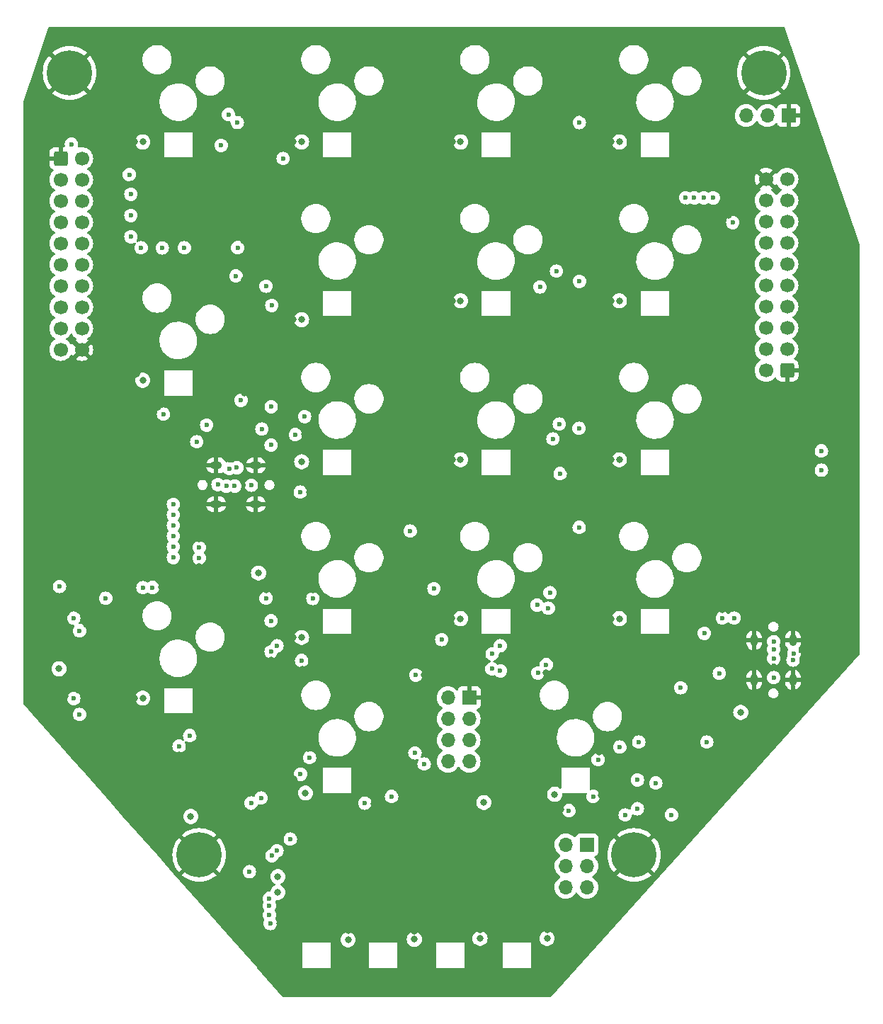
<source format=gbr>
%TF.GenerationSoftware,KiCad,Pcbnew,7.0.7-7.0.7~ubuntu20.04.1*%
%TF.CreationDate,2023-08-30T14:12:52-07:00*%
%TF.ProjectId,v2_controller,76325f63-6f6e-4747-926f-6c6c65722e6b,rev?*%
%TF.SameCoordinates,Original*%
%TF.FileFunction,Copper,L2,Inr*%
%TF.FilePolarity,Positive*%
%FSLAX46Y46*%
G04 Gerber Fmt 4.6, Leading zero omitted, Abs format (unit mm)*
G04 Created by KiCad (PCBNEW 7.0.7-7.0.7~ubuntu20.04.1) date 2023-08-30 14:12:52*
%MOMM*%
%LPD*%
G01*
G04 APERTURE LIST*
G04 Aperture macros list*
%AMRoundRect*
0 Rectangle with rounded corners*
0 $1 Rounding radius*
0 $2 $3 $4 $5 $6 $7 $8 $9 X,Y pos of 4 corners*
0 Add a 4 corners polygon primitive as box body*
4,1,4,$2,$3,$4,$5,$6,$7,$8,$9,$2,$3,0*
0 Add four circle primitives for the rounded corners*
1,1,$1+$1,$2,$3*
1,1,$1+$1,$4,$5*
1,1,$1+$1,$6,$7*
1,1,$1+$1,$8,$9*
0 Add four rect primitives between the rounded corners*
20,1,$1+$1,$2,$3,$4,$5,0*
20,1,$1+$1,$4,$5,$6,$7,0*
20,1,$1+$1,$6,$7,$8,$9,0*
20,1,$1+$1,$8,$9,$2,$3,0*%
G04 Aperture macros list end*
%TA.AperFunction,ComponentPad*%
%ADD10O,1.400000X0.900000*%
%TD*%
%TA.AperFunction,ComponentPad*%
%ADD11O,0.900000X1.400000*%
%TD*%
%TA.AperFunction,ComponentPad*%
%ADD12RoundRect,0.250000X0.600000X0.600000X-0.600000X0.600000X-0.600000X-0.600000X0.600000X-0.600000X0*%
%TD*%
%TA.AperFunction,ComponentPad*%
%ADD13C,1.700000*%
%TD*%
%TA.AperFunction,ComponentPad*%
%ADD14RoundRect,0.250000X-0.600000X-0.600000X0.600000X-0.600000X0.600000X0.600000X-0.600000X0.600000X0*%
%TD*%
%TA.AperFunction,ComponentPad*%
%ADD15C,0.800000*%
%TD*%
%TA.AperFunction,ComponentPad*%
%ADD16C,5.400000*%
%TD*%
%TA.AperFunction,ComponentPad*%
%ADD17R,1.700000X1.700000*%
%TD*%
%TA.AperFunction,ComponentPad*%
%ADD18O,1.700000X1.700000*%
%TD*%
%TA.AperFunction,ViaPad*%
%ADD19C,0.800000*%
%TD*%
%TA.AperFunction,ViaPad*%
%ADD20C,0.600000*%
%TD*%
G04 APERTURE END LIST*
D10*
%TO.N,GND*%
%TO.C,J1*%
X66030000Y-91430000D03*
X66030000Y-96070000D03*
X70770000Y-91430000D03*
X70770000Y-96070000D03*
%TD*%
D11*
%TO.N,GND*%
%TO.C,J2*%
X130352000Y-117068000D03*
X134992000Y-117068000D03*
X130352000Y-112328000D03*
X134992000Y-112328000D03*
%TD*%
D12*
%TO.N,GND*%
%TO.C,J3*%
X134300000Y-80060000D03*
D13*
%TO.N,+5V*%
X131760000Y-80060000D03*
%TO.N,/ESP32/ROW5*%
X134300000Y-77520000D03*
%TO.N,/ESP32/COL7*%
X131760000Y-77520000D03*
%TO.N,/ESP32/ROW4*%
X134300000Y-74980000D03*
%TO.N,/ESP32/COL6*%
X131760000Y-74980000D03*
%TO.N,/ESP32/ROW3*%
X134300000Y-72440000D03*
%TO.N,/ESP32/COL5*%
X131760000Y-72440000D03*
%TO.N,/ESP32/ROW2*%
X134300000Y-69900000D03*
%TO.N,/ESP32/COL4*%
X131760000Y-69900000D03*
%TO.N,/ESP32/ROW1*%
X134300000Y-67360000D03*
%TO.N,/ESP32/COL3*%
X131760000Y-67360000D03*
%TO.N,/ESP32/ROW0*%
X134300000Y-64820000D03*
%TO.N,/ESP32/COL2*%
X131760000Y-64820000D03*
%TO.N,/ESP32/LED_LEFT_DIN*%
X134300000Y-62280000D03*
%TO.N,/ESP32/COL1*%
X131760000Y-62280000D03*
%TO.N,unconnected-(J3-Pin_17-Pad17)*%
X134300000Y-59740000D03*
%TO.N,/ESP32/COL0*%
X131760000Y-59740000D03*
%TO.N,unconnected-(J3-Pin_19-Pad19)*%
X134300000Y-57200000D03*
%TO.N,GND*%
X131760000Y-57200000D03*
%TD*%
D14*
%TO.N,GND*%
%TO.C,J4*%
X47429600Y-54718400D03*
D13*
%TO.N,+5V*%
X49969600Y-54718400D03*
%TO.N,/ESP32/ROW11*%
X47429600Y-57258400D03*
%TO.N,/ESP32/COL0*%
X49969600Y-57258400D03*
%TO.N,/ESP32/ROW10*%
X47429600Y-59798400D03*
%TO.N,/ESP32/COL1*%
X49969600Y-59798400D03*
%TO.N,/ESP32/ROW9*%
X47429600Y-62338400D03*
%TO.N,/ESP32/COL2*%
X49969600Y-62338400D03*
%TO.N,/ESP32/ROW8*%
X47429600Y-64878400D03*
%TO.N,/ESP32/COL3*%
X49969600Y-64878400D03*
%TO.N,/ESP32/ROW7*%
X47429600Y-67418400D03*
%TO.N,/ESP32/COL4*%
X49969600Y-67418400D03*
%TO.N,/ESP32/ROW6*%
X47429600Y-69958400D03*
%TO.N,/ESP32/COL5*%
X49969600Y-69958400D03*
%TO.N,/ESP32/LED_RIGHT_DIN*%
X47429600Y-72498400D03*
%TO.N,/ESP32/COL6*%
X49969600Y-72498400D03*
%TO.N,/ESP32/LED_LEFT_DIN*%
X47429600Y-75038400D03*
%TO.N,/ESP32/COL7*%
X49969600Y-75038400D03*
%TO.N,unconnected-(J4-Pin_19-Pad19)*%
X47429600Y-77578400D03*
%TO.N,GND*%
X49969600Y-77578400D03*
%TD*%
D15*
%TO.N,GND*%
%TO.C,H2*%
X129475000Y-44500000D03*
X130068109Y-43068109D03*
X130068109Y-45931891D03*
X131500000Y-42475000D03*
D16*
X131500000Y-44500000D03*
D15*
X131500000Y-46525000D03*
X132931891Y-43068109D03*
X132931891Y-45931891D03*
X133525000Y-44500000D03*
%TD*%
%TO.N,GND*%
%TO.C,H4*%
X113975000Y-138000000D03*
X114568109Y-136568109D03*
X114568109Y-139431891D03*
X116000000Y-135975000D03*
D16*
X116000000Y-138000000D03*
D15*
X116000000Y-140025000D03*
X117431891Y-136568109D03*
X117431891Y-139431891D03*
X118025000Y-138000000D03*
%TD*%
D17*
%TO.N,GND*%
%TO.C,J7*%
X134480000Y-49600000D03*
D18*
%TO.N,/ESP32/CHIP_PU*%
X131940000Y-49600000D03*
%TO.N,/ESP32/GPIO0*%
X129400000Y-49600000D03*
%TD*%
D15*
%TO.N,GND*%
%TO.C,H3*%
X61975000Y-138000000D03*
X62568109Y-136568109D03*
X62568109Y-139431891D03*
X64000000Y-135975000D03*
D16*
X64000000Y-138000000D03*
D15*
X64000000Y-140025000D03*
X65431891Y-136568109D03*
X65431891Y-139431891D03*
X66025000Y-138000000D03*
%TD*%
D17*
%TO.N,/ESP32/COL10*%
%TO.C,J6*%
X110363000Y-136779000D03*
D18*
%TO.N,/ESP32/ROW4*%
X107823000Y-136779000D03*
%TO.N,/ESP32/ROW5*%
X110363000Y-139319000D03*
%TO.N,/ESP32/ROW6*%
X107823000Y-139319000D03*
%TO.N,/ESP32/ROW7*%
X110363000Y-141859000D03*
%TO.N,/ESP32/ROW8*%
X107823000Y-141859000D03*
%TD*%
D15*
%TO.N,GND*%
%TO.C,H1*%
X46475000Y-44500000D03*
X47068109Y-43068109D03*
X47068109Y-45931891D03*
X48500000Y-42475000D03*
D16*
X48500000Y-44500000D03*
D15*
X48500000Y-46525000D03*
X49931891Y-43068109D03*
X49931891Y-45931891D03*
X50525000Y-44500000D03*
%TD*%
D17*
%TO.N,GND*%
%TO.C,J5*%
X96290000Y-119200000D03*
D18*
%TO.N,+5V*%
X93750000Y-119200000D03*
%TO.N,/ESP32/UART_RX*%
X96290000Y-121740000D03*
%TO.N,/ESP32/SCL*%
X93750000Y-121740000D03*
%TO.N,/ESP32/UART_TX*%
X96290000Y-124280000D03*
%TO.N,/ESP32/SDA*%
X93750000Y-124280000D03*
%TO.N,+3.3V*%
X96290000Y-126820000D03*
%TO.N,unconnected-(J5-Pin_8-Pad8)*%
X93750000Y-126820000D03*
%TD*%
D19*
%TO.N,GND*%
X65250000Y-118000000D03*
X115200000Y-124300000D03*
X59600000Y-96500000D03*
X59607325Y-100792675D03*
X110400000Y-86000000D03*
X44500000Y-84500000D03*
X82250000Y-151750000D03*
X89720000Y-147090000D03*
X84700000Y-90330000D03*
X126000000Y-87000000D03*
X110500000Y-53800000D03*
X69400000Y-82800000D03*
X100500000Y-80700000D03*
X75250000Y-74000000D03*
X94250000Y-71750000D03*
X108100000Y-75000000D03*
X64300000Y-97700000D03*
X115200000Y-49700000D03*
X109700000Y-119700000D03*
X86500000Y-50100000D03*
X90900000Y-106300000D03*
X105500000Y-116200000D03*
X48400000Y-122100000D03*
X129100000Y-81000000D03*
X111800000Y-125700000D03*
X71300000Y-142200000D03*
X74200000Y-151800000D03*
X56500000Y-80500000D03*
X110400000Y-105000000D03*
X48000000Y-119000000D03*
X58400000Y-65400000D03*
X107200000Y-132600000D03*
X94250000Y-90750000D03*
X72700000Y-136200000D03*
X122250000Y-108500000D03*
X107300000Y-99100000D03*
X100400000Y-125600000D03*
X110000000Y-49500000D03*
X114200000Y-128300000D03*
X45844000Y-111057000D03*
X102750000Y-130500000D03*
D20*
X67700000Y-90800000D03*
D19*
X122750000Y-71250000D03*
X117100000Y-118600000D03*
X86000000Y-99400000D03*
X84750000Y-109250000D03*
X77600000Y-106300000D03*
X55837000Y-57800000D03*
X90000000Y-67300000D03*
X133800000Y-92600000D03*
X113250000Y-52750000D03*
X61600000Y-126000000D03*
X68200000Y-131800000D03*
X64000000Y-100200000D03*
X88300000Y-131000000D03*
X108200000Y-68500000D03*
X48350000Y-102650000D03*
X56250000Y-52750000D03*
X69300000Y-49600000D03*
X74250000Y-91250000D03*
X57850000Y-102600000D03*
X71400000Y-84400000D03*
X108400000Y-53800000D03*
X75250000Y-112000000D03*
X65250000Y-80000000D03*
D20*
X68281000Y-96587000D03*
D19*
X55837000Y-60300000D03*
X118700000Y-63600000D03*
X97930000Y-116760000D03*
X76600000Y-87700000D03*
X122100000Y-60600000D03*
X55837000Y-62800000D03*
X69400000Y-69200000D03*
X73100000Y-71100000D03*
X70700000Y-130100000D03*
X98250000Y-151750000D03*
X97580000Y-146990497D03*
X50500000Y-110500000D03*
X94250000Y-52750000D03*
X64250000Y-90750000D03*
X107000000Y-108200000D03*
X105500000Y-86600000D03*
X127300000Y-61500000D03*
X72900000Y-54500000D03*
X112100000Y-130900000D03*
X110600000Y-75000000D03*
X58000000Y-88450000D03*
D20*
X132709000Y-115340000D03*
D19*
X94200000Y-109700000D03*
X118100000Y-114000000D03*
X84750000Y-128250000D03*
X113250000Y-71750000D03*
X72000000Y-106300000D03*
X128900000Y-119000000D03*
X103500000Y-109250000D03*
X77000000Y-125300000D03*
X108400000Y-86000000D03*
X84750000Y-52250000D03*
X75300000Y-128900000D03*
X48156000Y-109000000D03*
X110300000Y-97300000D03*
X76300000Y-115800000D03*
D20*
X69326010Y-93743219D03*
D19*
X103750000Y-52250000D03*
D20*
X135919000Y-113600000D03*
D19*
X109700000Y-110400000D03*
X108200000Y-61800000D03*
X108100000Y-91800000D03*
X136600000Y-109800000D03*
X81500000Y-62200000D03*
X118600000Y-122400000D03*
X84900000Y-131900000D03*
X101100000Y-115500000D03*
X103750000Y-71250000D03*
X71500000Y-88500000D03*
X65743000Y-52280000D03*
X124900000Y-117300000D03*
X90250000Y-151750000D03*
X84750000Y-71250000D03*
X133800000Y-87000000D03*
X44280000Y-108414000D03*
X57100000Y-64100000D03*
X90900000Y-116500000D03*
X104700000Y-106200000D03*
X69300000Y-64600000D03*
X56250000Y-119250000D03*
X77200000Y-94600000D03*
X126576000Y-108668000D03*
X59100000Y-84500000D03*
X73600000Y-146200000D03*
X65500000Y-65400000D03*
X88200000Y-115700000D03*
X64000000Y-123500000D03*
X105600983Y-146990557D03*
X52200000Y-88450000D03*
X70300000Y-144700000D03*
X122750000Y-90250000D03*
X61000000Y-65400000D03*
X113250000Y-90750000D03*
X98800000Y-132700000D03*
X81800000Y-147050000D03*
X129690000Y-114713000D03*
X64000000Y-103500000D03*
X65900000Y-87100000D03*
X59500000Y-106000000D03*
X55837000Y-65400000D03*
X103750000Y-90250000D03*
X106000000Y-93800000D03*
X72600000Y-114700000D03*
X75250000Y-52750000D03*
X88000000Y-87000000D03*
X122750000Y-52250000D03*
X110500000Y-68500000D03*
X113250000Y-109750000D03*
X81500000Y-81000000D03*
%TO.N,+3.3V*%
X73400000Y-140590000D03*
X98030000Y-131730000D03*
X73400000Y-142468500D03*
D20*
%TO.N,Net-(U2-VCC)*%
X74900000Y-136100000D03*
%TO.N,Net-(U2-VCOMH)*%
X73300000Y-137490000D03*
%TO.N,Net-(U2-C1N)*%
X72400000Y-143200000D03*
%TO.N,Net-(U2-C1P)*%
X72400000Y-144100000D03*
%TO.N,Net-(U2-C2N)*%
X72400000Y-145200000D03*
%TO.N,Net-(U2-C2P)*%
X72500000Y-146200000D03*
D19*
%TO.N,+5V*%
X57250000Y-81250000D03*
X63000000Y-133400000D03*
X71100000Y-104300000D03*
X128759000Y-120956000D03*
X76700000Y-130598500D03*
X95250000Y-90750000D03*
X76250000Y-91000000D03*
X89720000Y-148090000D03*
X95250000Y-52750000D03*
X95250000Y-109750000D03*
X76250000Y-112000000D03*
X97580000Y-147990000D03*
X114250000Y-52750000D03*
X57250000Y-119250000D03*
X76250000Y-52750000D03*
X114250000Y-90750000D03*
X114250000Y-71750000D03*
X47238000Y-115750000D03*
X106500000Y-130750000D03*
X76250000Y-74000000D03*
X57250000Y-52750000D03*
X81800000Y-148140000D03*
X114250000Y-109750000D03*
X95250000Y-71750000D03*
X105590000Y-147990000D03*
D20*
%TO.N,/ESP32/CHIP_PU*%
X47300000Y-105900000D03*
X138400000Y-92000000D03*
X138400000Y-89700000D03*
X52834500Y-107315000D03*
X116400000Y-132475500D03*
X116400000Y-129040000D03*
%TO.N,/LEDs/LED_NP_MAIN_DIN*%
X108209500Y-132709500D03*
X111100000Y-131000000D03*
%TO.N,Net-(D2-DOUT)*%
X89900000Y-116500000D03*
X93000000Y-112250000D03*
X77200000Y-126371500D03*
X76120000Y-128350000D03*
%TO.N,Net-(D10-DIN)*%
X72610000Y-84411000D03*
X72600000Y-89000000D03*
%TO.N,Net-(D13-DOUT)*%
X74041000Y-54735500D03*
X68400000Y-68780000D03*
%TO.N,/ESP32/LED_LEFT_DIN*%
X62230500Y-65404500D03*
X127800000Y-62400000D03*
%TO.N,/ESP32/COL8*%
X105750000Y-108500000D03*
X109470000Y-69430000D03*
X77600000Y-107348500D03*
X109420000Y-86995000D03*
X109440000Y-98840000D03*
X72000000Y-107300000D03*
X109450000Y-50435500D03*
X105500000Y-115250000D03*
%TO.N,/ESP32/COL9*%
X69000000Y-83649000D03*
X75500000Y-87750000D03*
X76085000Y-94620000D03*
X71500000Y-87084500D03*
X68560000Y-50428900D03*
X68610000Y-65400000D03*
%TO.N,/ESP32/ROW0*%
X66620000Y-53169000D03*
X60917000Y-99905000D03*
%TO.N,/ESP32/ROW1*%
X60917000Y-98635000D03*
X67500000Y-49480000D03*
%TO.N,/ESP32/ROW2*%
X72000000Y-70000000D03*
X60917000Y-97365000D03*
%TO.N,/ESP32/COL2*%
X55646500Y-56661500D03*
%TO.N,/ESP32/ROW3*%
X104750000Y-70093400D03*
X106720000Y-68200000D03*
X60917000Y-96095000D03*
X72680000Y-72300000D03*
%TO.N,/ESP32/COL3*%
X55837000Y-59011000D03*
%TO.N,/ESP32/ROW4*%
X64897000Y-86614000D03*
X106299000Y-88265000D03*
X63711000Y-88602000D03*
%TO.N,/ESP32/COL4*%
X55837000Y-61551000D03*
X125476000Y-59436000D03*
%TO.N,/ESP32/ROW5*%
X107060000Y-86487000D03*
X107160000Y-92410000D03*
%TO.N,/ESP32/COL5*%
X124333000Y-59436000D03*
X55837000Y-64091000D03*
%TO.N,/ESP32/COL6*%
X57063000Y-65405000D03*
X123194299Y-59431701D03*
%TO.N,/ESP32/LED_RIGHT_DIN*%
X48725000Y-53026000D03*
%TO.N,/ESP32/COL7*%
X122174000Y-59436000D03*
X59583500Y-65424500D03*
%TO.N,/ESP32/ROW6*%
X76600000Y-85600000D03*
X59730000Y-85300000D03*
X89238000Y-99270000D03*
X92075000Y-106172000D03*
%TO.N,/ESP32/ROW7*%
X104410000Y-108124500D03*
X72600000Y-110000000D03*
X114300000Y-125100000D03*
X64000000Y-101250000D03*
X104500000Y-116250000D03*
X105940000Y-106650000D03*
X60917000Y-101175000D03*
%TO.N,/ESP32/ROW8*%
X76250000Y-114750000D03*
X64000000Y-102500000D03*
X116560000Y-124500000D03*
X114935000Y-133223000D03*
X60917000Y-102445000D03*
%TO.N,Net-(J1-D+-PadA6)*%
X68250000Y-93900000D03*
X67601500Y-91800000D03*
%TO.N,Net-(J1-D--PadA7)*%
X68500000Y-91700000D03*
X67242000Y-93900000D03*
%TO.N,Net-(J2-D+-PadA6)*%
X135122762Y-113902500D03*
X132700000Y-114522500D03*
%TO.N,Net-(J2-D--PadA7)*%
X132700000Y-113400000D03*
X135009000Y-114700000D03*
%TO.N,Net-(U2-IREF)*%
X72700000Y-138100000D03*
%TO.N,Net-(U7-VBUS)*%
X124400000Y-111500000D03*
X126576000Y-109684000D03*
%TO.N,/ESP32/UART_RX*%
X99000000Y-115750000D03*
X99031233Y-113968767D03*
X57277000Y-106045500D03*
X72600000Y-113700000D03*
%TO.N,/ESP32/SCL*%
X83800000Y-131800000D03*
X89800000Y-125800000D03*
X70200000Y-131800000D03*
%TO.N,/ESP32/COL10*%
X111700000Y-126600000D03*
%TO.N,/ESP32/UART_TX*%
X100000000Y-113000000D03*
X58430000Y-106030000D03*
X100000000Y-116000000D03*
X73300000Y-113000000D03*
%TO.N,/ESP32/SDA*%
X62875000Y-123725000D03*
X87006250Y-131006250D03*
X90900000Y-127130000D03*
X71400000Y-131200000D03*
X61600000Y-125000000D03*
%TO.N,/ESP32/UART_RTS*%
X121571000Y-118006000D03*
X124700000Y-124500000D03*
%TO.N,/ESP32/OLED_RST*%
X49700000Y-121200000D03*
X70005000Y-140010000D03*
X49700000Y-111200000D03*
%TO.N,/ESP32/GPIO0*%
X118600000Y-129400000D03*
X120480000Y-133200000D03*
%TO.N,/ESP32/LED_DIN_3V3*%
X49000000Y-109700000D03*
X49000000Y-119300000D03*
%TO.N,/USB/USB_VBUS*%
X70240000Y-93800000D03*
X66250000Y-93726000D03*
%TO.N,/USB/UART_USB_VBUS*%
X132700000Y-112500000D03*
X132700000Y-116800000D03*
X127973000Y-109684000D03*
X126195000Y-116288000D03*
%TD*%
%TA.AperFunction,Conductor*%
%TO.N,GND*%
G36*
X65218898Y-138865344D02*
G01*
X65356751Y-139003196D01*
X65390236Y-139064519D01*
X65385252Y-139134211D01*
X65343381Y-139190145D01*
X65337961Y-139193980D01*
X65251651Y-139251651D01*
X65193980Y-139337961D01*
X65140367Y-139382766D01*
X65071042Y-139391473D01*
X65008015Y-139361318D01*
X65003197Y-139356751D01*
X64865345Y-139218899D01*
X64831860Y-139157576D01*
X64836844Y-139087884D01*
X64868447Y-139043136D01*
X64867250Y-139041939D01*
X65041939Y-138867250D01*
X65043311Y-138868622D01*
X65094345Y-138834635D01*
X65164205Y-138833494D01*
X65218898Y-138865344D01*
G37*
%TD.AperFunction*%
%TA.AperFunction,Conductor*%
G36*
X62912115Y-138836843D02*
G01*
X62956871Y-138868440D01*
X62958062Y-138867250D01*
X63132750Y-139041939D01*
X63131382Y-139043306D01*
X63165374Y-139094375D01*
X63166496Y-139164236D01*
X63134654Y-139218898D01*
X62996802Y-139356750D01*
X62935479Y-139390235D01*
X62865787Y-139385251D01*
X62809854Y-139343379D01*
X62806019Y-139337960D01*
X62748348Y-139251650D01*
X62662038Y-139193980D01*
X62617232Y-139140368D01*
X62608525Y-139071043D01*
X62638679Y-139008016D01*
X62643247Y-139003197D01*
X62781100Y-138865344D01*
X62842423Y-138831859D01*
X62912115Y-138836843D01*
G37*
%TD.AperFunction*%
%TA.AperFunction,Conductor*%
G36*
X65134212Y-136614746D02*
G01*
X65190145Y-136656618D01*
X65193980Y-136662038D01*
X65239267Y-136729816D01*
X65251651Y-136748349D01*
X65300666Y-136781100D01*
X65337960Y-136806019D01*
X65382765Y-136859631D01*
X65391472Y-136928956D01*
X65361317Y-136991984D01*
X65356750Y-136996802D01*
X65218898Y-137134654D01*
X65157575Y-137168139D01*
X65087883Y-137163155D01*
X65043137Y-137131551D01*
X65041939Y-137132750D01*
X64867250Y-136958062D01*
X64868610Y-136956701D01*
X64834609Y-136905574D01*
X64833515Y-136835713D01*
X64865344Y-136781100D01*
X65003197Y-136643247D01*
X65064520Y-136609762D01*
X65134212Y-136614746D01*
G37*
%TD.AperFunction*%
%TA.AperFunction,Conductor*%
G36*
X62991983Y-136638680D02*
G01*
X62996802Y-136643248D01*
X63134655Y-136781101D01*
X63168140Y-136842424D01*
X63163156Y-136912116D01*
X63131558Y-136956870D01*
X63132750Y-136958062D01*
X62958062Y-137132750D01*
X62956704Y-137131392D01*
X62905551Y-137165396D01*
X62835689Y-137166476D01*
X62781101Y-137134655D01*
X62643248Y-136996803D01*
X62609763Y-136935480D01*
X62614747Y-136865788D01*
X62656618Y-136809854D01*
X62662039Y-136806018D01*
X62665650Y-136803604D01*
X62665654Y-136803604D01*
X62748349Y-136748349D01*
X62803604Y-136665654D01*
X62803604Y-136665650D01*
X62806018Y-136662039D01*
X62859630Y-136617233D01*
X62928955Y-136608526D01*
X62991983Y-136638680D01*
G37*
%TD.AperFunction*%
%TA.AperFunction,Conductor*%
G36*
X117218898Y-138865344D02*
G01*
X117356751Y-139003196D01*
X117390236Y-139064519D01*
X117385252Y-139134211D01*
X117343381Y-139190145D01*
X117337961Y-139193980D01*
X117251651Y-139251651D01*
X117193980Y-139337961D01*
X117140367Y-139382766D01*
X117071042Y-139391473D01*
X117008015Y-139361318D01*
X117003197Y-139356751D01*
X116865345Y-139218899D01*
X116831860Y-139157576D01*
X116836844Y-139087884D01*
X116868447Y-139043136D01*
X116867250Y-139041939D01*
X117041939Y-138867250D01*
X117043311Y-138868622D01*
X117094345Y-138834635D01*
X117164205Y-138833494D01*
X117218898Y-138865344D01*
G37*
%TD.AperFunction*%
%TA.AperFunction,Conductor*%
G36*
X114912115Y-138836843D02*
G01*
X114956871Y-138868440D01*
X114958062Y-138867250D01*
X115132750Y-139041939D01*
X115131382Y-139043306D01*
X115165374Y-139094375D01*
X115166496Y-139164236D01*
X115134654Y-139218898D01*
X114996802Y-139356750D01*
X114935479Y-139390235D01*
X114865787Y-139385251D01*
X114809854Y-139343379D01*
X114806019Y-139337960D01*
X114748348Y-139251650D01*
X114662038Y-139193980D01*
X114617232Y-139140368D01*
X114608525Y-139071043D01*
X114638679Y-139008016D01*
X114643247Y-139003197D01*
X114781100Y-138865344D01*
X114842423Y-138831859D01*
X114912115Y-138836843D01*
G37*
%TD.AperFunction*%
%TA.AperFunction,Conductor*%
G36*
X117134212Y-136614746D02*
G01*
X117190145Y-136656618D01*
X117193980Y-136662038D01*
X117239267Y-136729816D01*
X117251651Y-136748349D01*
X117300666Y-136781100D01*
X117337960Y-136806019D01*
X117382765Y-136859631D01*
X117391472Y-136928956D01*
X117361317Y-136991984D01*
X117356750Y-136996802D01*
X117218898Y-137134654D01*
X117157575Y-137168139D01*
X117087883Y-137163155D01*
X117043137Y-137131551D01*
X117041939Y-137132750D01*
X116867250Y-136958062D01*
X116868610Y-136956701D01*
X116834609Y-136905574D01*
X116833515Y-136835713D01*
X116865344Y-136781100D01*
X117003197Y-136643247D01*
X117064520Y-136609762D01*
X117134212Y-136614746D01*
G37*
%TD.AperFunction*%
%TA.AperFunction,Conductor*%
G36*
X114991983Y-136638680D02*
G01*
X114996802Y-136643248D01*
X115134655Y-136781101D01*
X115168140Y-136842424D01*
X115163156Y-136912116D01*
X115131558Y-136956870D01*
X115132750Y-136958062D01*
X114958062Y-137132750D01*
X114956704Y-137131392D01*
X114905551Y-137165396D01*
X114835689Y-137166476D01*
X114781101Y-137134655D01*
X114643248Y-136996803D01*
X114609763Y-136935480D01*
X114614747Y-136865788D01*
X114656618Y-136809854D01*
X114662039Y-136806018D01*
X114665650Y-136803604D01*
X114665654Y-136803604D01*
X114748349Y-136748349D01*
X114803604Y-136665654D01*
X114803604Y-136665650D01*
X114806018Y-136662039D01*
X114859630Y-136617233D01*
X114928955Y-136608526D01*
X114991983Y-136638680D01*
G37*
%TD.AperFunction*%
%TA.AperFunction,Conductor*%
G36*
X132362470Y-57449363D02*
G01*
X132368949Y-57455396D01*
X132874925Y-57961373D01*
X132928119Y-57885405D01*
X132982696Y-57841781D01*
X133052195Y-57834588D01*
X133114549Y-57866110D01*
X133131269Y-57885405D01*
X133261505Y-58071401D01*
X133261506Y-58071402D01*
X133428597Y-58238493D01*
X133428603Y-58238498D01*
X133614158Y-58368425D01*
X133657783Y-58423002D01*
X133664977Y-58492500D01*
X133633454Y-58554855D01*
X133614158Y-58571575D01*
X133428597Y-58701505D01*
X133261505Y-58868597D01*
X133131575Y-59054158D01*
X133076998Y-59097783D01*
X133007500Y-59104977D01*
X132945145Y-59073454D01*
X132928425Y-59054158D01*
X132798494Y-58868597D01*
X132631402Y-58701506D01*
X132631401Y-58701505D01*
X132445405Y-58571269D01*
X132401781Y-58516692D01*
X132394588Y-58447193D01*
X132426110Y-58384839D01*
X132445405Y-58368119D01*
X132521373Y-58314925D01*
X132019116Y-57812669D01*
X131985631Y-57751346D01*
X131990615Y-57681655D01*
X132027640Y-57632193D01*
X132026398Y-57630759D01*
X132033100Y-57624952D01*
X132141761Y-57530798D01*
X132176954Y-57476037D01*
X132229755Y-57430283D01*
X132298914Y-57420339D01*
X132362470Y-57449363D01*
G37*
%TD.AperFunction*%
%TA.AperFunction,Conductor*%
G36*
X48784455Y-75704946D02*
G01*
X48801175Y-75724242D01*
X48931100Y-75909795D01*
X48931105Y-75909801D01*
X49098199Y-76076895D01*
X49283758Y-76206825D01*
X49284194Y-76207130D01*
X49327818Y-76261707D01*
X49335011Y-76331206D01*
X49303489Y-76393560D01*
X49284193Y-76410280D01*
X49208226Y-76463472D01*
X49208225Y-76463472D01*
X49710483Y-76965730D01*
X49743968Y-77027053D01*
X49738984Y-77096745D01*
X49701957Y-77146205D01*
X49703202Y-77147641D01*
X49587838Y-77247602D01*
X49552646Y-77302362D01*
X49499842Y-77348117D01*
X49430683Y-77358060D01*
X49367128Y-77329034D01*
X49360650Y-77323003D01*
X48854673Y-76817026D01*
X48801481Y-76892994D01*
X48746904Y-76936619D01*
X48677406Y-76943813D01*
X48615051Y-76912291D01*
X48598330Y-76892994D01*
X48468094Y-76706997D01*
X48301002Y-76539906D01*
X48300996Y-76539901D01*
X48115442Y-76409975D01*
X48071817Y-76355398D01*
X48064623Y-76285900D01*
X48096146Y-76223545D01*
X48115442Y-76206825D01*
X48190834Y-76154035D01*
X48301001Y-76076895D01*
X48468095Y-75909801D01*
X48598024Y-75724242D01*
X48652602Y-75680617D01*
X48722100Y-75673423D01*
X48784455Y-75704946D01*
G37*
%TD.AperFunction*%
%TA.AperFunction,Conductor*%
G36*
X49718898Y-45365344D02*
G01*
X49856751Y-45503196D01*
X49890236Y-45564519D01*
X49885252Y-45634211D01*
X49843381Y-45690145D01*
X49837961Y-45693980D01*
X49751651Y-45751651D01*
X49693980Y-45837961D01*
X49640367Y-45882766D01*
X49571042Y-45891473D01*
X49508015Y-45861318D01*
X49503197Y-45856751D01*
X49365345Y-45718899D01*
X49331860Y-45657576D01*
X49336844Y-45587884D01*
X49368447Y-45543136D01*
X49367250Y-45541939D01*
X49541939Y-45367250D01*
X49543311Y-45368622D01*
X49594345Y-45334635D01*
X49664205Y-45333494D01*
X49718898Y-45365344D01*
G37*
%TD.AperFunction*%
%TA.AperFunction,Conductor*%
G36*
X47412115Y-45336843D02*
G01*
X47456871Y-45368440D01*
X47458062Y-45367250D01*
X47632750Y-45541939D01*
X47631382Y-45543306D01*
X47665374Y-45594375D01*
X47666496Y-45664236D01*
X47634654Y-45718898D01*
X47496802Y-45856750D01*
X47435479Y-45890235D01*
X47365787Y-45885251D01*
X47309854Y-45843379D01*
X47306019Y-45837960D01*
X47277750Y-45795653D01*
X47248349Y-45751651D01*
X47165654Y-45696396D01*
X47165653Y-45696395D01*
X47162038Y-45693980D01*
X47117232Y-45640368D01*
X47108525Y-45571043D01*
X47138679Y-45508016D01*
X47143247Y-45503197D01*
X47281100Y-45365344D01*
X47342423Y-45331859D01*
X47412115Y-45336843D01*
G37*
%TD.AperFunction*%
%TA.AperFunction,Conductor*%
G36*
X49634212Y-43114746D02*
G01*
X49690145Y-43156618D01*
X49693980Y-43162038D01*
X49751650Y-43248348D01*
X49837960Y-43306019D01*
X49882765Y-43359631D01*
X49891472Y-43428956D01*
X49861317Y-43491984D01*
X49856750Y-43496802D01*
X49718898Y-43634654D01*
X49657575Y-43668139D01*
X49587883Y-43663155D01*
X49543137Y-43631551D01*
X49541939Y-43632750D01*
X49367250Y-43458062D01*
X49368610Y-43456701D01*
X49334609Y-43405574D01*
X49333515Y-43335713D01*
X49365344Y-43281100D01*
X49503197Y-43143247D01*
X49564520Y-43109762D01*
X49634212Y-43114746D01*
G37*
%TD.AperFunction*%
%TA.AperFunction,Conductor*%
G36*
X47491983Y-43138680D02*
G01*
X47496802Y-43143248D01*
X47634655Y-43281101D01*
X47668140Y-43342424D01*
X47663156Y-43412116D01*
X47631558Y-43456870D01*
X47632750Y-43458062D01*
X47458062Y-43632750D01*
X47456704Y-43631392D01*
X47405551Y-43665396D01*
X47335689Y-43666476D01*
X47281101Y-43634655D01*
X47143248Y-43496803D01*
X47109763Y-43435480D01*
X47114747Y-43365788D01*
X47156618Y-43309854D01*
X47162039Y-43306018D01*
X47165650Y-43303604D01*
X47165654Y-43303604D01*
X47248349Y-43248349D01*
X47303604Y-43165654D01*
X47303604Y-43165650D01*
X47306018Y-43162039D01*
X47359630Y-43117233D01*
X47428955Y-43108526D01*
X47491983Y-43138680D01*
G37*
%TD.AperFunction*%
%TA.AperFunction,Conductor*%
G36*
X132718898Y-45365344D02*
G01*
X132856751Y-45503196D01*
X132890236Y-45564519D01*
X132885252Y-45634211D01*
X132843381Y-45690145D01*
X132837961Y-45693980D01*
X132751651Y-45751651D01*
X132693980Y-45837961D01*
X132640367Y-45882766D01*
X132571042Y-45891473D01*
X132508015Y-45861318D01*
X132503197Y-45856751D01*
X132365345Y-45718899D01*
X132331860Y-45657576D01*
X132336844Y-45587884D01*
X132368447Y-45543136D01*
X132367250Y-45541939D01*
X132541939Y-45367250D01*
X132543311Y-45368622D01*
X132594345Y-45334635D01*
X132664205Y-45333494D01*
X132718898Y-45365344D01*
G37*
%TD.AperFunction*%
%TA.AperFunction,Conductor*%
G36*
X130412115Y-45336843D02*
G01*
X130456871Y-45368440D01*
X130458062Y-45367250D01*
X130632750Y-45541939D01*
X130631382Y-45543306D01*
X130665374Y-45594375D01*
X130666496Y-45664236D01*
X130634654Y-45718898D01*
X130496802Y-45856750D01*
X130435479Y-45890235D01*
X130365787Y-45885251D01*
X130309854Y-45843379D01*
X130306019Y-45837960D01*
X130277750Y-45795653D01*
X130248349Y-45751651D01*
X130165654Y-45696396D01*
X130165653Y-45696395D01*
X130162038Y-45693980D01*
X130117232Y-45640368D01*
X130108525Y-45571043D01*
X130138679Y-45508016D01*
X130143247Y-45503197D01*
X130281100Y-45365344D01*
X130342423Y-45331859D01*
X130412115Y-45336843D01*
G37*
%TD.AperFunction*%
%TA.AperFunction,Conductor*%
G36*
X132634212Y-43114746D02*
G01*
X132690145Y-43156618D01*
X132693980Y-43162038D01*
X132751650Y-43248348D01*
X132837960Y-43306019D01*
X132882765Y-43359631D01*
X132891472Y-43428956D01*
X132861317Y-43491984D01*
X132856750Y-43496802D01*
X132718898Y-43634654D01*
X132657575Y-43668139D01*
X132587883Y-43663155D01*
X132543137Y-43631551D01*
X132541939Y-43632750D01*
X132367250Y-43458062D01*
X132368610Y-43456701D01*
X132334609Y-43405574D01*
X132333515Y-43335713D01*
X132365344Y-43281100D01*
X132503197Y-43143247D01*
X132564520Y-43109762D01*
X132634212Y-43114746D01*
G37*
%TD.AperFunction*%
%TA.AperFunction,Conductor*%
G36*
X130491983Y-43138680D02*
G01*
X130496802Y-43143248D01*
X130634655Y-43281101D01*
X130668140Y-43342424D01*
X130663156Y-43412116D01*
X130631558Y-43456870D01*
X130632750Y-43458062D01*
X130458062Y-43632750D01*
X130456704Y-43631392D01*
X130405551Y-43665396D01*
X130335689Y-43666476D01*
X130281101Y-43634655D01*
X130143248Y-43496803D01*
X130109763Y-43435480D01*
X130114747Y-43365788D01*
X130156618Y-43309854D01*
X130162039Y-43306018D01*
X130165650Y-43303604D01*
X130165654Y-43303604D01*
X130248349Y-43248349D01*
X130303604Y-43165654D01*
X130303604Y-43165650D01*
X130306018Y-43162039D01*
X130359630Y-43117233D01*
X130428955Y-43108526D01*
X130491983Y-43138680D01*
G37*
%TD.AperFunction*%
%TA.AperFunction,Conductor*%
G36*
X133978387Y-39020185D02*
G01*
X134024142Y-39072989D01*
X134028526Y-39083938D01*
X142992678Y-64980375D01*
X142999500Y-65020937D01*
X142999500Y-113952128D01*
X142979815Y-114019167D01*
X142967557Y-114035204D01*
X106036709Y-154958576D01*
X105977181Y-154995157D01*
X105944652Y-154999500D01*
X74056041Y-154999500D01*
X73989002Y-154979815D01*
X73963216Y-154957716D01*
X70901135Y-151500528D01*
X70879312Y-151475889D01*
X76299416Y-151475889D01*
X76299459Y-151500001D01*
X76299500Y-151500099D01*
X76299616Y-151500382D01*
X76299618Y-151500384D01*
X76299808Y-151500462D01*
X76300000Y-151500541D01*
X76300002Y-151500539D01*
X76324616Y-151500524D01*
X76324616Y-151500528D01*
X76324760Y-151500500D01*
X79675240Y-151500500D01*
X79675383Y-151500528D01*
X79675384Y-151500524D01*
X79699997Y-151500539D01*
X79700000Y-151500541D01*
X79700383Y-151500383D01*
X79700500Y-151500099D01*
X79700541Y-151500000D01*
X79700540Y-151499997D01*
X79700583Y-151475889D01*
X84299416Y-151475889D01*
X84299459Y-151500001D01*
X84299500Y-151500099D01*
X84299616Y-151500382D01*
X84299618Y-151500384D01*
X84299808Y-151500462D01*
X84300000Y-151500541D01*
X84300002Y-151500539D01*
X84324616Y-151500524D01*
X84324616Y-151500528D01*
X84324760Y-151500500D01*
X87675240Y-151500500D01*
X87675383Y-151500528D01*
X87675384Y-151500524D01*
X87699997Y-151500539D01*
X87700000Y-151500541D01*
X87700383Y-151500383D01*
X87700500Y-151500099D01*
X87700541Y-151500000D01*
X87700540Y-151499997D01*
X87700583Y-151475889D01*
X92299416Y-151475889D01*
X92299459Y-151500001D01*
X92299500Y-151500099D01*
X92299616Y-151500382D01*
X92299618Y-151500384D01*
X92299808Y-151500462D01*
X92300000Y-151500541D01*
X92300002Y-151500539D01*
X92324616Y-151500524D01*
X92324616Y-151500528D01*
X92324760Y-151500500D01*
X95675240Y-151500500D01*
X95675383Y-151500528D01*
X95675384Y-151500524D01*
X95699997Y-151500539D01*
X95700000Y-151500541D01*
X95700383Y-151500383D01*
X95700500Y-151500099D01*
X95700541Y-151500000D01*
X95700540Y-151499997D01*
X95700583Y-151475889D01*
X100299416Y-151475889D01*
X100299459Y-151500001D01*
X100299500Y-151500099D01*
X100299616Y-151500382D01*
X100299618Y-151500384D01*
X100299808Y-151500462D01*
X100300000Y-151500541D01*
X100300002Y-151500539D01*
X100324616Y-151500524D01*
X100324616Y-151500528D01*
X100324760Y-151500500D01*
X103675240Y-151500500D01*
X103675383Y-151500528D01*
X103675384Y-151500524D01*
X103699997Y-151500539D01*
X103700000Y-151500541D01*
X103700383Y-151500383D01*
X103700500Y-151500099D01*
X103700541Y-151500000D01*
X103700540Y-151499997D01*
X103700583Y-151475889D01*
X103700500Y-151475467D01*
X103700500Y-148524759D01*
X103700528Y-148524616D01*
X103700524Y-148524616D01*
X103700539Y-148500002D01*
X103700541Y-148500000D01*
X103700462Y-148499808D01*
X103700384Y-148499618D01*
X103700382Y-148499616D01*
X103700099Y-148499500D01*
X103700000Y-148499459D01*
X103675446Y-148499459D01*
X103675240Y-148499500D01*
X100324760Y-148499500D01*
X100324554Y-148499459D01*
X100300000Y-148499459D01*
X100299901Y-148499500D01*
X100299617Y-148499616D01*
X100299615Y-148499618D01*
X100299459Y-148499999D01*
X100299476Y-148524616D01*
X100299471Y-148524616D01*
X100299500Y-148524759D01*
X100299500Y-151475467D01*
X100299416Y-151475889D01*
X95700583Y-151475889D01*
X95700500Y-151475467D01*
X95700500Y-148524759D01*
X95700528Y-148524616D01*
X95700524Y-148524616D01*
X95700539Y-148500002D01*
X95700541Y-148500000D01*
X95700462Y-148499808D01*
X95700384Y-148499618D01*
X95700382Y-148499616D01*
X95700099Y-148499500D01*
X95700000Y-148499459D01*
X95675446Y-148499459D01*
X95675240Y-148499500D01*
X92324760Y-148499500D01*
X92324554Y-148499459D01*
X92300000Y-148499459D01*
X92299901Y-148499500D01*
X92299617Y-148499616D01*
X92299615Y-148499618D01*
X92299459Y-148499999D01*
X92299476Y-148524616D01*
X92299471Y-148524616D01*
X92299500Y-148524759D01*
X92299500Y-151475467D01*
X92299416Y-151475889D01*
X87700583Y-151475889D01*
X87700500Y-151475467D01*
X87700500Y-148524759D01*
X87700528Y-148524616D01*
X87700524Y-148524616D01*
X87700539Y-148500002D01*
X87700541Y-148500000D01*
X87700462Y-148499808D01*
X87700384Y-148499618D01*
X87700382Y-148499616D01*
X87700099Y-148499500D01*
X87700000Y-148499459D01*
X87675446Y-148499459D01*
X87675240Y-148499500D01*
X84324760Y-148499500D01*
X84324554Y-148499459D01*
X84300000Y-148499459D01*
X84299901Y-148499500D01*
X84299617Y-148499616D01*
X84299615Y-148499618D01*
X84299459Y-148499999D01*
X84299476Y-148524616D01*
X84299471Y-148524616D01*
X84299500Y-148524759D01*
X84299500Y-151475467D01*
X84299416Y-151475889D01*
X79700583Y-151475889D01*
X79700500Y-151475467D01*
X79700500Y-148524759D01*
X79700528Y-148524616D01*
X79700524Y-148524616D01*
X79700539Y-148500002D01*
X79700541Y-148500000D01*
X79700462Y-148499808D01*
X79700384Y-148499618D01*
X79700382Y-148499616D01*
X79700099Y-148499500D01*
X79700000Y-148499459D01*
X79675446Y-148499459D01*
X79675240Y-148499500D01*
X76324760Y-148499500D01*
X76324554Y-148499459D01*
X76300000Y-148499459D01*
X76299901Y-148499500D01*
X76299617Y-148499616D01*
X76299615Y-148499618D01*
X76299459Y-148499999D01*
X76299476Y-148524616D01*
X76299471Y-148524616D01*
X76299500Y-148524759D01*
X76299500Y-151475467D01*
X76299416Y-151475889D01*
X70879312Y-151475889D01*
X67924667Y-148140000D01*
X80894540Y-148140000D01*
X80914326Y-148328256D01*
X80914327Y-148328259D01*
X80972818Y-148508277D01*
X80972821Y-148508284D01*
X81067467Y-148672216D01*
X81149109Y-148762888D01*
X81194129Y-148812888D01*
X81347265Y-148924148D01*
X81347270Y-148924151D01*
X81520192Y-149001142D01*
X81520197Y-149001144D01*
X81705354Y-149040500D01*
X81705355Y-149040500D01*
X81894644Y-149040500D01*
X81894646Y-149040500D01*
X82079803Y-149001144D01*
X82252730Y-148924151D01*
X82405871Y-148812888D01*
X82532533Y-148672216D01*
X82627179Y-148508284D01*
X82685674Y-148328256D01*
X82705460Y-148140000D01*
X82700205Y-148090000D01*
X88814540Y-148090000D01*
X88834326Y-148278256D01*
X88834327Y-148278259D01*
X88892818Y-148458277D01*
X88892821Y-148458284D01*
X88987467Y-148622216D01*
X89114129Y-148762888D01*
X89267265Y-148874148D01*
X89267270Y-148874151D01*
X89440192Y-148951142D01*
X89440197Y-148951144D01*
X89625354Y-148990500D01*
X89625355Y-148990500D01*
X89814644Y-148990500D01*
X89814646Y-148990500D01*
X89999803Y-148951144D01*
X90172730Y-148874151D01*
X90325871Y-148762888D01*
X90452533Y-148622216D01*
X90547179Y-148458284D01*
X90605674Y-148278256D01*
X90625460Y-148090000D01*
X90614950Y-147990000D01*
X96674540Y-147990000D01*
X96694326Y-148178256D01*
X96694327Y-148178259D01*
X96752818Y-148358277D01*
X96752821Y-148358284D01*
X96847467Y-148522216D01*
X96937506Y-148622214D01*
X96974129Y-148662888D01*
X97127265Y-148774148D01*
X97127270Y-148774151D01*
X97300192Y-148851142D01*
X97300197Y-148851144D01*
X97485354Y-148890500D01*
X97485355Y-148890500D01*
X97674644Y-148890500D01*
X97674646Y-148890500D01*
X97859803Y-148851144D01*
X98032730Y-148774151D01*
X98185871Y-148662888D01*
X98312533Y-148522216D01*
X98407179Y-148358284D01*
X98465674Y-148178256D01*
X98485460Y-147990000D01*
X104684540Y-147990000D01*
X104704326Y-148178256D01*
X104704327Y-148178259D01*
X104762818Y-148358277D01*
X104762821Y-148358284D01*
X104857467Y-148522216D01*
X104947506Y-148622214D01*
X104984129Y-148662888D01*
X105137265Y-148774148D01*
X105137270Y-148774151D01*
X105310192Y-148851142D01*
X105310197Y-148851144D01*
X105495354Y-148890500D01*
X105495355Y-148890500D01*
X105684644Y-148890500D01*
X105684646Y-148890500D01*
X105869803Y-148851144D01*
X106042730Y-148774151D01*
X106195871Y-148662888D01*
X106322533Y-148522216D01*
X106417179Y-148358284D01*
X106475674Y-148178256D01*
X106495460Y-147990000D01*
X106475674Y-147801744D01*
X106417179Y-147621716D01*
X106322533Y-147457784D01*
X106195871Y-147317112D01*
X106180369Y-147305849D01*
X106042734Y-147205851D01*
X106042729Y-147205848D01*
X105869807Y-147128857D01*
X105869802Y-147128855D01*
X105724000Y-147097865D01*
X105684646Y-147089500D01*
X105495354Y-147089500D01*
X105462897Y-147096398D01*
X105310197Y-147128855D01*
X105310192Y-147128857D01*
X105137270Y-147205848D01*
X105137265Y-147205851D01*
X104984129Y-147317111D01*
X104857466Y-147457785D01*
X104762821Y-147621715D01*
X104762818Y-147621722D01*
X104704327Y-147801740D01*
X104704326Y-147801744D01*
X104684540Y-147990000D01*
X98485460Y-147990000D01*
X98465674Y-147801744D01*
X98407179Y-147621716D01*
X98312533Y-147457784D01*
X98185871Y-147317112D01*
X98170369Y-147305849D01*
X98032734Y-147205851D01*
X98032729Y-147205848D01*
X97859807Y-147128857D01*
X97859802Y-147128855D01*
X97714001Y-147097865D01*
X97674646Y-147089500D01*
X97485354Y-147089500D01*
X97452897Y-147096398D01*
X97300197Y-147128855D01*
X97300192Y-147128857D01*
X97127270Y-147205848D01*
X97127265Y-147205851D01*
X96974129Y-147317111D01*
X96847466Y-147457785D01*
X96752821Y-147621715D01*
X96752818Y-147621722D01*
X96694327Y-147801740D01*
X96694326Y-147801744D01*
X96674540Y-147990000D01*
X90614950Y-147990000D01*
X90605674Y-147901744D01*
X90547179Y-147721716D01*
X90452533Y-147557784D01*
X90325871Y-147417112D01*
X90325870Y-147417111D01*
X90172734Y-147305851D01*
X90172729Y-147305848D01*
X89999807Y-147228857D01*
X89999802Y-147228855D01*
X89854000Y-147197865D01*
X89814646Y-147189500D01*
X89625354Y-147189500D01*
X89592897Y-147196398D01*
X89440197Y-147228855D01*
X89440192Y-147228857D01*
X89267270Y-147305848D01*
X89267265Y-147305851D01*
X89114129Y-147417111D01*
X88987466Y-147557785D01*
X88892821Y-147721715D01*
X88892818Y-147721722D01*
X88834327Y-147901740D01*
X88834326Y-147901744D01*
X88814540Y-148090000D01*
X82700205Y-148090000D01*
X82685674Y-147951744D01*
X82627179Y-147771716D01*
X82532533Y-147607784D01*
X82405871Y-147467112D01*
X82405870Y-147467111D01*
X82252734Y-147355851D01*
X82252729Y-147355848D01*
X82079807Y-147278857D01*
X82079802Y-147278855D01*
X81934000Y-147247865D01*
X81894646Y-147239500D01*
X81705354Y-147239500D01*
X81672897Y-147246398D01*
X81520197Y-147278855D01*
X81520192Y-147278857D01*
X81347270Y-147355848D01*
X81347265Y-147355851D01*
X81194129Y-147467111D01*
X81067466Y-147607785D01*
X80972821Y-147771715D01*
X80972818Y-147771722D01*
X80930573Y-147901740D01*
X80914326Y-147951744D01*
X80894540Y-148140000D01*
X67924667Y-148140000D01*
X65320670Y-145200003D01*
X71594435Y-145200003D01*
X71614630Y-145379249D01*
X71614631Y-145379254D01*
X71674211Y-145549523D01*
X71727111Y-145633712D01*
X71767341Y-145697738D01*
X71773889Y-145708158D01*
X71772656Y-145708932D01*
X71796077Y-145766306D01*
X71783318Y-145835001D01*
X71777720Y-145844892D01*
X71774209Y-145850479D01*
X71714633Y-146020737D01*
X71714630Y-146020750D01*
X71694435Y-146199996D01*
X71694435Y-146200003D01*
X71714630Y-146379249D01*
X71714631Y-146379254D01*
X71774211Y-146549523D01*
X71870183Y-146702261D01*
X71870184Y-146702262D01*
X71997738Y-146829816D01*
X72150478Y-146925789D01*
X72320745Y-146985368D01*
X72320750Y-146985369D01*
X72499996Y-147005565D01*
X72500000Y-147005565D01*
X72500004Y-147005565D01*
X72679249Y-146985369D01*
X72679252Y-146985368D01*
X72679255Y-146985368D01*
X72849522Y-146925789D01*
X73002262Y-146829816D01*
X73129816Y-146702262D01*
X73225789Y-146549522D01*
X73285368Y-146379255D01*
X73305565Y-146200000D01*
X73285368Y-146020745D01*
X73225789Y-145850478D01*
X73129816Y-145697738D01*
X73129815Y-145697737D01*
X73126111Y-145691842D01*
X73127345Y-145691066D01*
X73103923Y-145633712D01*
X73116671Y-145565015D01*
X73122268Y-145555125D01*
X73125789Y-145549522D01*
X73185368Y-145379255D01*
X73205565Y-145200000D01*
X73185368Y-145020745D01*
X73125789Y-144850478D01*
X73125788Y-144850476D01*
X73125788Y-144850475D01*
X73081957Y-144780720D01*
X73041272Y-144715970D01*
X73022272Y-144648736D01*
X73041273Y-144584028D01*
X73125789Y-144449522D01*
X73185368Y-144279255D01*
X73205565Y-144100000D01*
X73185368Y-143920745D01*
X73125789Y-143750478D01*
X73125788Y-143750475D01*
X73104108Y-143715973D01*
X73085107Y-143648737D01*
X73104108Y-143584027D01*
X73106008Y-143581001D01*
X73125789Y-143549522D01*
X73160962Y-143449000D01*
X73201683Y-143392226D01*
X73266636Y-143366478D01*
X73298888Y-143368378D01*
X73298895Y-143368321D01*
X73300138Y-143368451D01*
X73303785Y-143368666D01*
X73305354Y-143369000D01*
X73305358Y-143369000D01*
X73494644Y-143369000D01*
X73494646Y-143369000D01*
X73679803Y-143329644D01*
X73852730Y-143252651D01*
X74005871Y-143141388D01*
X74132533Y-143000716D01*
X74227179Y-142836784D01*
X74285674Y-142656756D01*
X74305460Y-142468500D01*
X74285674Y-142280244D01*
X74227179Y-142100216D01*
X74132533Y-141936284D01*
X74062946Y-141859000D01*
X106467341Y-141859000D01*
X106487936Y-142094403D01*
X106487938Y-142094413D01*
X106549094Y-142322655D01*
X106549096Y-142322659D01*
X106549097Y-142322663D01*
X106579690Y-142388269D01*
X106648965Y-142536830D01*
X106648967Y-142536834D01*
X106732938Y-142656756D01*
X106784505Y-142730401D01*
X106951599Y-142897495D01*
X107048384Y-142965264D01*
X107145165Y-143033032D01*
X107145167Y-143033033D01*
X107145170Y-143033035D01*
X107359337Y-143132903D01*
X107587592Y-143194063D01*
X107775918Y-143210539D01*
X107822999Y-143214659D01*
X107823000Y-143214659D01*
X107823001Y-143214659D01*
X107862234Y-143211226D01*
X108058408Y-143194063D01*
X108286663Y-143132903D01*
X108500830Y-143033035D01*
X108694401Y-142897495D01*
X108861495Y-142730401D01*
X108991424Y-142544842D01*
X109046002Y-142501217D01*
X109115500Y-142494023D01*
X109177855Y-142525546D01*
X109194575Y-142544842D01*
X109324500Y-142730395D01*
X109324505Y-142730401D01*
X109491599Y-142897495D01*
X109588384Y-142965264D01*
X109685165Y-143033032D01*
X109685167Y-143033033D01*
X109685170Y-143033035D01*
X109899337Y-143132903D01*
X110127592Y-143194063D01*
X110315918Y-143210539D01*
X110362999Y-143214659D01*
X110363000Y-143214659D01*
X110363001Y-143214659D01*
X110402234Y-143211226D01*
X110598408Y-143194063D01*
X110826663Y-143132903D01*
X111040830Y-143033035D01*
X111234401Y-142897495D01*
X111401495Y-142730401D01*
X111537035Y-142536830D01*
X111636903Y-142322663D01*
X111698063Y-142094408D01*
X111718659Y-141859000D01*
X111698063Y-141623592D01*
X111636903Y-141395337D01*
X111537035Y-141181171D01*
X111531425Y-141173158D01*
X111401494Y-140987597D01*
X111234402Y-140820506D01*
X111234396Y-140820501D01*
X111048842Y-140690575D01*
X111005217Y-140635998D01*
X110998023Y-140566500D01*
X111029546Y-140504145D01*
X111048842Y-140487425D01*
X111126347Y-140433155D01*
X111234401Y-140357495D01*
X111401495Y-140190401D01*
X111537035Y-139996830D01*
X111636903Y-139782663D01*
X111698063Y-139554408D01*
X111718659Y-139319000D01*
X111698063Y-139083592D01*
X111636903Y-138855337D01*
X111537035Y-138641171D01*
X111531424Y-138633158D01*
X111401496Y-138447600D01*
X111401493Y-138447597D01*
X111279567Y-138325671D01*
X111246084Y-138264351D01*
X111251068Y-138194659D01*
X111292939Y-138138725D01*
X111323915Y-138121810D01*
X111455331Y-138072796D01*
X111552574Y-138000000D01*
X112794958Y-138000000D01*
X112815110Y-138358846D01*
X112815112Y-138358858D01*
X112875314Y-138713185D01*
X112875316Y-138713194D01*
X112974812Y-139058552D01*
X113112353Y-139390609D01*
X113112355Y-139390613D01*
X113286215Y-139705189D01*
X113286218Y-139705194D01*
X113494193Y-139998306D01*
X113566843Y-140079601D01*
X114139415Y-139507029D01*
X114200738Y-139473544D01*
X114270429Y-139478528D01*
X114326363Y-139520399D01*
X114330198Y-139525820D01*
X114387868Y-139612130D01*
X114474178Y-139669801D01*
X114518983Y-139723413D01*
X114527690Y-139792738D01*
X114497535Y-139855766D01*
X114492968Y-139860584D01*
X113920396Y-140433155D01*
X114001693Y-140505806D01*
X114294805Y-140713781D01*
X114294810Y-140713784D01*
X114609386Y-140887644D01*
X114609390Y-140887646D01*
X114941447Y-141025187D01*
X115286805Y-141124683D01*
X115286814Y-141124685D01*
X115641141Y-141184887D01*
X115641153Y-141184889D01*
X116000000Y-141205041D01*
X116358846Y-141184889D01*
X116358858Y-141184887D01*
X116713185Y-141124685D01*
X116713194Y-141124683D01*
X117058552Y-141025187D01*
X117390609Y-140887646D01*
X117390613Y-140887644D01*
X117705189Y-140713784D01*
X117705194Y-140713781D01*
X117998306Y-140505806D01*
X118079601Y-140433155D01*
X117507030Y-139860584D01*
X117473545Y-139799261D01*
X117478529Y-139729569D01*
X117520401Y-139673636D01*
X117525821Y-139669800D01*
X117529432Y-139667386D01*
X117529436Y-139667386D01*
X117612131Y-139612131D01*
X117667386Y-139529436D01*
X117667386Y-139529432D01*
X117669800Y-139525821D01*
X117723412Y-139481015D01*
X117792737Y-139472308D01*
X117855765Y-139502462D01*
X117860584Y-139507030D01*
X118433155Y-140079601D01*
X118505806Y-139998306D01*
X118713781Y-139705194D01*
X118713784Y-139705189D01*
X118887644Y-139390613D01*
X118887646Y-139390609D01*
X119025187Y-139058552D01*
X119124683Y-138713194D01*
X119124685Y-138713185D01*
X119184887Y-138358858D01*
X119184889Y-138358846D01*
X119205041Y-138000000D01*
X119184889Y-137641153D01*
X119184887Y-137641141D01*
X119124685Y-137286814D01*
X119124683Y-137286805D01*
X119025187Y-136941447D01*
X118887646Y-136609390D01*
X118887644Y-136609386D01*
X118713784Y-136294810D01*
X118713781Y-136294805D01*
X118505806Y-136001693D01*
X118433155Y-135920397D01*
X117860584Y-136492968D01*
X117799261Y-136526453D01*
X117729569Y-136521469D01*
X117673636Y-136479597D01*
X117669801Y-136474178D01*
X117612130Y-136387868D01*
X117525820Y-136330198D01*
X117481014Y-136276586D01*
X117472307Y-136207261D01*
X117502461Y-136144234D01*
X117507029Y-136139415D01*
X118079601Y-135566843D01*
X117998306Y-135494193D01*
X117705194Y-135286218D01*
X117705189Y-135286215D01*
X117390613Y-135112355D01*
X117390609Y-135112353D01*
X117058552Y-134974812D01*
X116713194Y-134875316D01*
X116713185Y-134875314D01*
X116358858Y-134815112D01*
X116358846Y-134815110D01*
X116000000Y-134794958D01*
X115641153Y-134815110D01*
X115641141Y-134815112D01*
X115286814Y-134875314D01*
X115286805Y-134875316D01*
X114941447Y-134974812D01*
X114609390Y-135112353D01*
X114609386Y-135112355D01*
X114294810Y-135286215D01*
X114294805Y-135286218D01*
X114001693Y-135494194D01*
X114001685Y-135494199D01*
X113920397Y-135566842D01*
X113920397Y-135566843D01*
X114492969Y-136139415D01*
X114526454Y-136200738D01*
X114521470Y-136270430D01*
X114479598Y-136326363D01*
X114474179Y-136330198D01*
X114387869Y-136387869D01*
X114330198Y-136474179D01*
X114276585Y-136518984D01*
X114207260Y-136527691D01*
X114144233Y-136497536D01*
X114139415Y-136492969D01*
X113566843Y-135920397D01*
X113566842Y-135920397D01*
X113494199Y-136001685D01*
X113494194Y-136001693D01*
X113286218Y-136294805D01*
X113286215Y-136294810D01*
X113112355Y-136609386D01*
X113112353Y-136609390D01*
X112974812Y-136941447D01*
X112875316Y-137286805D01*
X112875314Y-137286814D01*
X112815112Y-137641141D01*
X112815110Y-137641153D01*
X112794958Y-138000000D01*
X111552574Y-138000000D01*
X111570546Y-137986546D01*
X111656796Y-137871331D01*
X111707091Y-137736483D01*
X111713500Y-137676873D01*
X111713499Y-135881128D01*
X111707091Y-135821517D01*
X111705810Y-135818083D01*
X111656797Y-135686671D01*
X111656793Y-135686664D01*
X111570547Y-135571455D01*
X111570544Y-135571452D01*
X111455335Y-135485206D01*
X111455328Y-135485202D01*
X111320482Y-135434908D01*
X111320483Y-135434908D01*
X111260883Y-135428501D01*
X111260881Y-135428500D01*
X111260873Y-135428500D01*
X111260864Y-135428500D01*
X109465129Y-135428500D01*
X109465123Y-135428501D01*
X109405516Y-135434908D01*
X109270671Y-135485202D01*
X109270664Y-135485206D01*
X109155455Y-135571452D01*
X109155452Y-135571455D01*
X109069206Y-135686664D01*
X109069203Y-135686669D01*
X109020189Y-135818083D01*
X108978317Y-135874016D01*
X108912853Y-135898433D01*
X108844580Y-135883581D01*
X108816326Y-135862430D01*
X108694402Y-135740506D01*
X108694395Y-135740501D01*
X108672257Y-135725000D01*
X108617518Y-135686671D01*
X108500834Y-135604967D01*
X108500830Y-135604965D01*
X108485332Y-135597738D01*
X108286663Y-135505097D01*
X108286659Y-135505096D01*
X108286655Y-135505094D01*
X108058413Y-135443938D01*
X108058403Y-135443936D01*
X107823001Y-135423341D01*
X107822999Y-135423341D01*
X107587596Y-135443936D01*
X107587586Y-135443938D01*
X107359344Y-135505094D01*
X107359335Y-135505098D01*
X107145171Y-135604964D01*
X107145169Y-135604965D01*
X106951597Y-135740505D01*
X106784505Y-135907597D01*
X106648965Y-136101169D01*
X106648964Y-136101171D01*
X106549098Y-136315335D01*
X106549094Y-136315344D01*
X106487938Y-136543586D01*
X106487936Y-136543596D01*
X106467341Y-136778999D01*
X106467341Y-136779000D01*
X106487936Y-137014403D01*
X106487938Y-137014413D01*
X106549094Y-137242655D01*
X106549096Y-137242659D01*
X106549097Y-137242663D01*
X106633499Y-137423663D01*
X106648965Y-137456830D01*
X106648967Y-137456834D01*
X106704757Y-137536509D01*
X106778029Y-137641153D01*
X106784501Y-137650395D01*
X106784506Y-137650402D01*
X106951597Y-137817493D01*
X106951603Y-137817498D01*
X107137158Y-137947425D01*
X107180783Y-138002002D01*
X107187977Y-138071500D01*
X107156454Y-138133855D01*
X107137158Y-138150575D01*
X106951597Y-138280505D01*
X106784505Y-138447597D01*
X106648965Y-138641169D01*
X106648964Y-138641171D01*
X106549098Y-138855335D01*
X106549094Y-138855344D01*
X106487938Y-139083586D01*
X106487936Y-139083596D01*
X106467341Y-139318999D01*
X106467341Y-139319000D01*
X106487936Y-139554403D01*
X106487938Y-139554413D01*
X106549094Y-139782655D01*
X106549096Y-139782659D01*
X106549097Y-139782663D01*
X106611792Y-139917112D01*
X106648965Y-139996830D01*
X106648967Y-139996834D01*
X106691645Y-140057784D01*
X106784501Y-140190396D01*
X106784506Y-140190402D01*
X106951597Y-140357493D01*
X106951603Y-140357498D01*
X107137158Y-140487425D01*
X107180783Y-140542002D01*
X107187977Y-140611500D01*
X107156454Y-140673855D01*
X107137158Y-140690575D01*
X106951597Y-140820505D01*
X106784505Y-140987597D01*
X106648965Y-141181169D01*
X106648964Y-141181171D01*
X106549098Y-141395335D01*
X106549094Y-141395344D01*
X106487938Y-141623586D01*
X106487936Y-141623596D01*
X106467341Y-141858999D01*
X106467341Y-141859000D01*
X74062946Y-141859000D01*
X74005871Y-141795612D01*
X74005870Y-141795611D01*
X73852734Y-141684351D01*
X73852729Y-141684348D01*
X73758802Y-141642529D01*
X73705565Y-141597279D01*
X73685244Y-141530430D01*
X73704289Y-141463206D01*
X73756656Y-141416951D01*
X73758802Y-141415971D01*
X73805146Y-141395337D01*
X73852730Y-141374151D01*
X74005871Y-141262888D01*
X74132533Y-141122216D01*
X74227179Y-140958284D01*
X74285674Y-140778256D01*
X74305460Y-140590000D01*
X74285674Y-140401744D01*
X74227179Y-140221716D01*
X74132533Y-140057784D01*
X74005871Y-139917112D01*
X73928067Y-139860584D01*
X73852734Y-139805851D01*
X73852729Y-139805848D01*
X73679807Y-139728857D01*
X73679802Y-139728855D01*
X73534000Y-139697865D01*
X73494646Y-139689500D01*
X73305354Y-139689500D01*
X73272897Y-139696398D01*
X73120197Y-139728855D01*
X73120192Y-139728857D01*
X72947270Y-139805848D01*
X72947265Y-139805851D01*
X72794129Y-139917111D01*
X72667466Y-140057785D01*
X72572821Y-140221715D01*
X72572818Y-140221722D01*
X72514327Y-140401740D01*
X72514326Y-140401744D01*
X72494540Y-140590000D01*
X72514326Y-140778256D01*
X72514327Y-140778259D01*
X72572818Y-140958277D01*
X72572821Y-140958284D01*
X72667467Y-141122216D01*
X72752616Y-141216783D01*
X72794129Y-141262888D01*
X72947265Y-141374148D01*
X72947270Y-141374151D01*
X73041197Y-141415971D01*
X73094434Y-141461221D01*
X73114755Y-141528071D01*
X73095709Y-141595294D01*
X73043343Y-141641549D01*
X73041197Y-141642529D01*
X72947270Y-141684348D01*
X72947265Y-141684351D01*
X72794129Y-141795611D01*
X72667466Y-141936285D01*
X72572821Y-142100215D01*
X72572818Y-142100222D01*
X72514327Y-142280239D01*
X72514324Y-142280254D01*
X72513964Y-142283678D01*
X72513204Y-142285524D01*
X72512976Y-142286598D01*
X72512779Y-142286556D01*
X72487373Y-142348290D01*
X72430072Y-142388269D01*
X72404529Y-142393924D01*
X72220749Y-142414630D01*
X72220745Y-142414631D01*
X72050476Y-142474211D01*
X71897737Y-142570184D01*
X71770184Y-142697737D01*
X71674211Y-142850476D01*
X71614631Y-143020745D01*
X71614630Y-143020750D01*
X71594435Y-143199996D01*
X71594435Y-143200003D01*
X71614630Y-143379249D01*
X71614633Y-143379262D01*
X71674209Y-143549519D01*
X71695893Y-143584030D01*
X71714892Y-143651267D01*
X71695893Y-143715970D01*
X71674209Y-143750480D01*
X71614633Y-143920737D01*
X71614630Y-143920750D01*
X71594435Y-144099996D01*
X71594435Y-144100003D01*
X71614630Y-144279249D01*
X71614631Y-144279254D01*
X71674211Y-144449523D01*
X71758727Y-144584028D01*
X71777727Y-144651264D01*
X71758727Y-144715972D01*
X71674211Y-144850476D01*
X71614631Y-145020745D01*
X71614630Y-145020750D01*
X71594435Y-145199996D01*
X71594435Y-145200003D01*
X65320670Y-145200003D01*
X60945678Y-140260495D01*
X58943525Y-137999999D01*
X60794958Y-137999999D01*
X60815110Y-138358846D01*
X60815112Y-138358858D01*
X60875314Y-138713185D01*
X60875316Y-138713194D01*
X60974812Y-139058552D01*
X61112353Y-139390609D01*
X61112355Y-139390613D01*
X61286215Y-139705189D01*
X61286218Y-139705194D01*
X61494193Y-139998306D01*
X61566843Y-140079601D01*
X62139415Y-139507029D01*
X62200738Y-139473544D01*
X62270429Y-139478528D01*
X62326363Y-139520399D01*
X62330198Y-139525820D01*
X62387868Y-139612130D01*
X62474178Y-139669801D01*
X62518983Y-139723413D01*
X62527690Y-139792738D01*
X62497535Y-139855766D01*
X62492968Y-139860584D01*
X61920396Y-140433155D01*
X62001693Y-140505806D01*
X62294805Y-140713781D01*
X62294810Y-140713784D01*
X62609386Y-140887644D01*
X62609390Y-140887646D01*
X62941447Y-141025187D01*
X63286805Y-141124683D01*
X63286814Y-141124685D01*
X63641141Y-141184887D01*
X63641153Y-141184889D01*
X64000000Y-141205041D01*
X64358846Y-141184889D01*
X64358858Y-141184887D01*
X64713185Y-141124685D01*
X64713194Y-141124683D01*
X65058552Y-141025187D01*
X65390609Y-140887646D01*
X65390613Y-140887644D01*
X65705189Y-140713784D01*
X65705194Y-140713781D01*
X65998306Y-140505806D01*
X66079601Y-140433155D01*
X65507030Y-139860584D01*
X65473545Y-139799261D01*
X65478529Y-139729569D01*
X65520401Y-139673636D01*
X65525821Y-139669800D01*
X65529432Y-139667386D01*
X65529436Y-139667386D01*
X65612131Y-139612131D01*
X65667386Y-139529436D01*
X65667386Y-139529432D01*
X65669800Y-139525821D01*
X65723412Y-139481015D01*
X65792737Y-139472308D01*
X65855765Y-139502462D01*
X65860584Y-139507030D01*
X66433155Y-140079601D01*
X66495353Y-140010003D01*
X69199435Y-140010003D01*
X69219630Y-140189249D01*
X69219631Y-140189254D01*
X69279211Y-140359523D01*
X69359578Y-140487425D01*
X69375184Y-140512262D01*
X69502738Y-140639816D01*
X69556911Y-140673855D01*
X69620452Y-140713781D01*
X69655478Y-140735789D01*
X69825745Y-140795368D01*
X69825750Y-140795369D01*
X70004996Y-140815565D01*
X70005000Y-140815565D01*
X70005004Y-140815565D01*
X70184249Y-140795369D01*
X70184252Y-140795368D01*
X70184255Y-140795368D01*
X70354522Y-140735789D01*
X70507262Y-140639816D01*
X70634816Y-140512262D01*
X70730789Y-140359522D01*
X70790368Y-140189255D01*
X70790369Y-140189249D01*
X70810565Y-140010003D01*
X70810565Y-140009996D01*
X70790369Y-139830750D01*
X70790368Y-139830745D01*
X70781657Y-139805851D01*
X70730789Y-139660478D01*
X70634816Y-139507738D01*
X70507262Y-139380184D01*
X70469967Y-139356750D01*
X70354523Y-139284211D01*
X70184254Y-139224631D01*
X70184249Y-139224630D01*
X70005004Y-139204435D01*
X70004996Y-139204435D01*
X69825750Y-139224630D01*
X69825745Y-139224631D01*
X69655476Y-139284211D01*
X69502737Y-139380184D01*
X69375184Y-139507737D01*
X69279211Y-139660476D01*
X69219631Y-139830745D01*
X69219630Y-139830750D01*
X69199435Y-140009996D01*
X69199435Y-140010003D01*
X66495353Y-140010003D01*
X66505806Y-139998306D01*
X66713781Y-139705194D01*
X66713784Y-139705189D01*
X66887644Y-139390613D01*
X66887646Y-139390609D01*
X67025187Y-139058552D01*
X67124683Y-138713194D01*
X67124685Y-138713185D01*
X67184887Y-138358858D01*
X67184889Y-138358846D01*
X67199425Y-138100003D01*
X71894435Y-138100003D01*
X71914630Y-138279249D01*
X71914631Y-138279254D01*
X71974211Y-138449523D01*
X71982988Y-138463491D01*
X72070184Y-138602262D01*
X72197738Y-138729816D01*
X72350478Y-138825789D01*
X72463520Y-138865344D01*
X72520745Y-138885368D01*
X72520750Y-138885369D01*
X72699996Y-138905565D01*
X72700000Y-138905565D01*
X72700004Y-138905565D01*
X72879249Y-138885369D01*
X72879252Y-138885368D01*
X72879255Y-138885368D01*
X73049522Y-138825789D01*
X73202262Y-138729816D01*
X73329816Y-138602262D01*
X73425789Y-138449522D01*
X73468048Y-138328750D01*
X73508768Y-138271976D01*
X73544133Y-138252665D01*
X73649522Y-138215789D01*
X73802262Y-138119816D01*
X73929816Y-137992262D01*
X74025789Y-137839522D01*
X74085368Y-137669255D01*
X74085369Y-137669249D01*
X74105565Y-137490003D01*
X74105565Y-137489996D01*
X74085369Y-137310750D01*
X74085368Y-137310745D01*
X74025788Y-137140476D01*
X73946574Y-137014408D01*
X73929816Y-136987738D01*
X73802262Y-136860184D01*
X73747521Y-136825788D01*
X73649523Y-136764211D01*
X73479254Y-136704631D01*
X73479249Y-136704630D01*
X73300004Y-136684435D01*
X73299996Y-136684435D01*
X73120750Y-136704630D01*
X73120745Y-136704631D01*
X72950476Y-136764211D01*
X72797737Y-136860184D01*
X72670184Y-136987737D01*
X72574210Y-137140478D01*
X72531952Y-137261247D01*
X72491230Y-137318024D01*
X72455865Y-137337334D01*
X72350479Y-137374210D01*
X72350475Y-137374212D01*
X72197737Y-137470184D01*
X72070184Y-137597737D01*
X71974211Y-137750476D01*
X71914631Y-137920745D01*
X71914630Y-137920750D01*
X71894435Y-138099996D01*
X71894435Y-138100003D01*
X67199425Y-138100003D01*
X67205041Y-137999999D01*
X67184889Y-137641153D01*
X67184887Y-137641141D01*
X67124685Y-137286814D01*
X67124683Y-137286805D01*
X67025187Y-136941447D01*
X66887646Y-136609390D01*
X66887644Y-136609386D01*
X66713784Y-136294810D01*
X66713781Y-136294805D01*
X66575561Y-136100003D01*
X74094435Y-136100003D01*
X74114630Y-136279249D01*
X74114631Y-136279254D01*
X74174211Y-136449523D01*
X74248724Y-136568109D01*
X74270184Y-136602262D01*
X74397738Y-136729816D01*
X74476012Y-136778999D01*
X74525117Y-136809854D01*
X74550478Y-136825789D01*
X74664789Y-136865788D01*
X74720745Y-136885368D01*
X74720750Y-136885369D01*
X74899996Y-136905565D01*
X74900000Y-136905565D01*
X74900004Y-136905565D01*
X75079249Y-136885369D01*
X75079252Y-136885368D01*
X75079255Y-136885368D01*
X75249522Y-136825789D01*
X75402262Y-136729816D01*
X75529816Y-136602262D01*
X75625789Y-136449522D01*
X75685368Y-136279255D01*
X75685669Y-136276586D01*
X75705565Y-136100003D01*
X75705565Y-136099996D01*
X75685369Y-135920750D01*
X75685368Y-135920745D01*
X75664963Y-135862430D01*
X75625789Y-135750478D01*
X75529816Y-135597738D01*
X75402262Y-135470184D01*
X75360489Y-135443936D01*
X75249523Y-135374211D01*
X75079254Y-135314631D01*
X75079249Y-135314630D01*
X74900004Y-135294435D01*
X74899996Y-135294435D01*
X74720750Y-135314630D01*
X74720745Y-135314631D01*
X74550476Y-135374211D01*
X74397737Y-135470184D01*
X74270184Y-135597737D01*
X74174211Y-135750476D01*
X74114631Y-135920745D01*
X74114630Y-135920750D01*
X74094435Y-136099996D01*
X74094435Y-136100003D01*
X66575561Y-136100003D01*
X66505806Y-136001693D01*
X66433155Y-135920397D01*
X65860584Y-136492968D01*
X65799261Y-136526453D01*
X65729569Y-136521469D01*
X65673636Y-136479597D01*
X65669801Y-136474178D01*
X65612130Y-136387868D01*
X65525820Y-136330198D01*
X65481014Y-136276586D01*
X65472307Y-136207261D01*
X65502461Y-136144234D01*
X65507029Y-136139415D01*
X66079601Y-135566843D01*
X65998306Y-135494193D01*
X65705194Y-135286218D01*
X65705189Y-135286215D01*
X65390613Y-135112355D01*
X65390609Y-135112353D01*
X65058552Y-134974812D01*
X64713194Y-134875316D01*
X64713185Y-134875314D01*
X64358858Y-134815112D01*
X64358846Y-134815110D01*
X64000000Y-134794958D01*
X63641153Y-134815110D01*
X63641141Y-134815112D01*
X63286814Y-134875314D01*
X63286805Y-134875316D01*
X62941447Y-134974812D01*
X62609390Y-135112353D01*
X62609386Y-135112355D01*
X62294810Y-135286215D01*
X62294805Y-135286218D01*
X62001693Y-135494194D01*
X62001685Y-135494199D01*
X61920397Y-135566842D01*
X61920397Y-135566843D01*
X62492969Y-136139415D01*
X62526454Y-136200738D01*
X62521470Y-136270430D01*
X62479598Y-136326363D01*
X62474179Y-136330198D01*
X62387869Y-136387869D01*
X62330198Y-136474179D01*
X62276585Y-136518984D01*
X62207260Y-136527691D01*
X62144233Y-136497536D01*
X62139415Y-136492969D01*
X61566843Y-135920397D01*
X61566842Y-135920397D01*
X61494199Y-136001685D01*
X61494194Y-136001693D01*
X61286218Y-136294805D01*
X61286215Y-136294810D01*
X61112355Y-136609386D01*
X61112353Y-136609390D01*
X60974812Y-136941447D01*
X60875316Y-137286805D01*
X60875314Y-137286814D01*
X60815112Y-137641141D01*
X60815110Y-137641153D01*
X60794958Y-137999999D01*
X58943525Y-137999999D01*
X54869240Y-133400000D01*
X62094540Y-133400000D01*
X62114326Y-133588256D01*
X62114327Y-133588259D01*
X62172818Y-133768277D01*
X62172821Y-133768284D01*
X62267467Y-133932216D01*
X62394128Y-134072888D01*
X62394129Y-134072888D01*
X62547265Y-134184148D01*
X62547270Y-134184151D01*
X62720192Y-134261142D01*
X62720197Y-134261144D01*
X62905354Y-134300500D01*
X62905355Y-134300500D01*
X63094644Y-134300500D01*
X63094646Y-134300500D01*
X63279803Y-134261144D01*
X63452730Y-134184151D01*
X63605871Y-134072888D01*
X63732533Y-133932216D01*
X63827179Y-133768284D01*
X63885674Y-133588256D01*
X63905460Y-133400000D01*
X63885674Y-133211744D01*
X63827179Y-133031716D01*
X63732533Y-132867784D01*
X63605871Y-132727112D01*
X63597097Y-132720737D01*
X63581635Y-132709503D01*
X107403935Y-132709503D01*
X107424130Y-132888749D01*
X107424131Y-132888754D01*
X107483711Y-133059023D01*
X107572291Y-133199996D01*
X107579684Y-133211762D01*
X107707238Y-133339316D01*
X107859978Y-133435289D01*
X108030245Y-133494867D01*
X108030245Y-133494868D01*
X108030250Y-133494869D01*
X108209496Y-133515065D01*
X108209500Y-133515065D01*
X108209504Y-133515065D01*
X108388749Y-133494869D01*
X108388752Y-133494868D01*
X108388755Y-133494868D01*
X108559022Y-133435289D01*
X108711762Y-133339316D01*
X108828075Y-133223003D01*
X114129435Y-133223003D01*
X114149630Y-133402249D01*
X114149631Y-133402254D01*
X114209211Y-133572523D01*
X114219097Y-133588256D01*
X114305184Y-133725262D01*
X114432738Y-133852816D01*
X114585478Y-133948789D01*
X114755745Y-134008368D01*
X114755750Y-134008369D01*
X114934996Y-134028565D01*
X114935000Y-134028565D01*
X114935004Y-134028565D01*
X115114249Y-134008369D01*
X115114252Y-134008368D01*
X115114255Y-134008368D01*
X115284522Y-133948789D01*
X115437262Y-133852816D01*
X115564816Y-133725262D01*
X115660789Y-133572522D01*
X115720368Y-133402255D01*
X115722960Y-133379255D01*
X115736298Y-133260868D01*
X115740565Y-133223000D01*
X115740565Y-133222996D01*
X115741244Y-133216972D01*
X115768310Y-133152558D01*
X115825905Y-133113003D01*
X115895742Y-133110865D01*
X115930437Y-133125862D01*
X116050475Y-133201288D01*
X116220745Y-133260868D01*
X116220750Y-133260869D01*
X116399996Y-133281065D01*
X116400000Y-133281065D01*
X116400004Y-133281065D01*
X116579249Y-133260869D01*
X116579252Y-133260868D01*
X116579255Y-133260868D01*
X116749522Y-133201289D01*
X116751569Y-133200003D01*
X119674435Y-133200003D01*
X119694630Y-133379249D01*
X119694631Y-133379254D01*
X119754211Y-133549523D01*
X119778549Y-133588256D01*
X119850184Y-133702262D01*
X119977738Y-133829816D01*
X120130478Y-133925789D01*
X120300744Y-133985368D01*
X120300745Y-133985368D01*
X120300750Y-133985369D01*
X120479996Y-134005565D01*
X120480000Y-134005565D01*
X120480004Y-134005565D01*
X120659249Y-133985369D01*
X120659252Y-133985368D01*
X120659255Y-133985368D01*
X120829522Y-133925789D01*
X120982262Y-133829816D01*
X121109816Y-133702262D01*
X121205789Y-133549522D01*
X121265368Y-133379255D01*
X121269868Y-133339315D01*
X121285565Y-133200003D01*
X121285565Y-133199996D01*
X121265369Y-133020750D01*
X121265368Y-133020745D01*
X121250328Y-132977762D01*
X121205789Y-132850478D01*
X121109816Y-132697738D01*
X120982262Y-132570184D01*
X120943681Y-132545942D01*
X120829523Y-132474211D01*
X120659254Y-132414631D01*
X120659249Y-132414630D01*
X120480004Y-132394435D01*
X120479996Y-132394435D01*
X120300750Y-132414630D01*
X120300745Y-132414631D01*
X120130476Y-132474211D01*
X119977737Y-132570184D01*
X119850184Y-132697737D01*
X119754211Y-132850476D01*
X119694631Y-133020745D01*
X119694630Y-133020750D01*
X119674435Y-133199996D01*
X119674435Y-133200003D01*
X116751569Y-133200003D01*
X116902262Y-133105316D01*
X117029816Y-132977762D01*
X117125789Y-132825022D01*
X117185368Y-132654755D01*
X117188101Y-132630500D01*
X117205565Y-132475503D01*
X117205565Y-132475496D01*
X117185369Y-132296250D01*
X117185368Y-132296245D01*
X117154223Y-132207237D01*
X117125789Y-132125978D01*
X117029816Y-131973238D01*
X116902262Y-131845684D01*
X116838413Y-131805565D01*
X116749523Y-131749711D01*
X116579254Y-131690131D01*
X116579249Y-131690130D01*
X116400004Y-131669935D01*
X116399996Y-131669935D01*
X116220750Y-131690130D01*
X116220745Y-131690131D01*
X116050476Y-131749711D01*
X115897737Y-131845684D01*
X115770184Y-131973237D01*
X115674211Y-132125976D01*
X115614631Y-132296245D01*
X115614630Y-132296249D01*
X115593755Y-132481528D01*
X115566688Y-132545942D01*
X115509094Y-132585497D01*
X115439257Y-132587634D01*
X115404563Y-132572638D01*
X115284523Y-132497211D01*
X115114254Y-132437631D01*
X115114249Y-132437630D01*
X114935004Y-132417435D01*
X114934996Y-132417435D01*
X114755750Y-132437630D01*
X114755745Y-132437631D01*
X114585476Y-132497211D01*
X114432737Y-132593184D01*
X114305184Y-132720737D01*
X114209211Y-132873476D01*
X114149631Y-133043745D01*
X114149630Y-133043750D01*
X114129435Y-133222996D01*
X114129435Y-133223003D01*
X108828075Y-133223003D01*
X108839316Y-133211762D01*
X108935289Y-133059022D01*
X108994868Y-132888755D01*
X108994869Y-132888749D01*
X109015065Y-132709503D01*
X109015065Y-132709496D01*
X108994869Y-132530250D01*
X108994868Y-132530245D01*
X108962461Y-132437631D01*
X108935289Y-132359978D01*
X108839316Y-132207238D01*
X108711762Y-132079684D01*
X108630090Y-132028366D01*
X108559023Y-131983711D01*
X108388754Y-131924131D01*
X108388749Y-131924130D01*
X108209504Y-131903935D01*
X108209496Y-131903935D01*
X108030250Y-131924130D01*
X108030245Y-131924131D01*
X107859976Y-131983711D01*
X107707237Y-132079684D01*
X107579684Y-132207237D01*
X107483711Y-132359976D01*
X107424131Y-132530245D01*
X107424130Y-132530250D01*
X107403935Y-132709496D01*
X107403935Y-132709503D01*
X63581635Y-132709503D01*
X63452734Y-132615851D01*
X63452729Y-132615848D01*
X63279807Y-132538857D01*
X63279802Y-132538855D01*
X63134000Y-132507865D01*
X63094646Y-132499500D01*
X62905354Y-132499500D01*
X62872897Y-132506398D01*
X62720197Y-132538855D01*
X62720192Y-132538857D01*
X62547270Y-132615848D01*
X62547265Y-132615851D01*
X62394129Y-132727111D01*
X62267466Y-132867785D01*
X62172821Y-133031715D01*
X62172818Y-133031722D01*
X62118143Y-133199996D01*
X62114326Y-133211744D01*
X62094540Y-133400000D01*
X54869240Y-133400000D01*
X53452100Y-131800003D01*
X69394435Y-131800003D01*
X69414630Y-131979249D01*
X69414631Y-131979254D01*
X69474211Y-132149523D01*
X69510476Y-132207238D01*
X69570184Y-132302262D01*
X69697738Y-132429816D01*
X69850478Y-132525789D01*
X69977352Y-132570184D01*
X70020745Y-132585368D01*
X70020750Y-132585369D01*
X70199996Y-132605565D01*
X70200000Y-132605565D01*
X70200004Y-132605565D01*
X70379249Y-132585369D01*
X70379252Y-132585368D01*
X70379255Y-132585368D01*
X70549522Y-132525789D01*
X70702262Y-132429816D01*
X70829816Y-132302262D01*
X70925789Y-132149522D01*
X70968183Y-132028365D01*
X71008905Y-131971590D01*
X71073857Y-131945842D01*
X71126180Y-131952279D01*
X71220737Y-131985366D01*
X71220743Y-131985367D01*
X71220745Y-131985368D01*
X71220746Y-131985368D01*
X71220750Y-131985369D01*
X71399996Y-132005565D01*
X71400000Y-132005565D01*
X71400004Y-132005565D01*
X71579249Y-131985369D01*
X71579252Y-131985368D01*
X71579255Y-131985368D01*
X71749522Y-131925789D01*
X71902262Y-131829816D01*
X71932075Y-131800003D01*
X82994435Y-131800003D01*
X83014630Y-131979249D01*
X83014631Y-131979254D01*
X83074211Y-132149523D01*
X83110476Y-132207238D01*
X83170184Y-132302262D01*
X83297738Y-132429816D01*
X83450478Y-132525789D01*
X83577352Y-132570184D01*
X83620745Y-132585368D01*
X83620750Y-132585369D01*
X83799996Y-132605565D01*
X83800000Y-132605565D01*
X83800004Y-132605565D01*
X83979249Y-132585369D01*
X83979252Y-132585368D01*
X83979255Y-132585368D01*
X84149522Y-132525789D01*
X84302262Y-132429816D01*
X84429816Y-132302262D01*
X84525789Y-132149522D01*
X84585368Y-131979255D01*
X84586232Y-131971590D01*
X84605565Y-131800003D01*
X84605565Y-131799996D01*
X84585369Y-131620750D01*
X84585368Y-131620745D01*
X84543909Y-131502262D01*
X84525789Y-131450478D01*
X84429816Y-131297738D01*
X84302262Y-131170184D01*
X84149523Y-131074211D01*
X83979254Y-131014631D01*
X83979249Y-131014630D01*
X83904897Y-131006253D01*
X86200685Y-131006253D01*
X86220880Y-131185499D01*
X86220881Y-131185504D01*
X86280461Y-131355773D01*
X86339969Y-131450478D01*
X86376434Y-131508512D01*
X86503988Y-131636066D01*
X86526960Y-131650500D01*
X86646779Y-131725788D01*
X86656728Y-131732039D01*
X86707232Y-131749711D01*
X86826995Y-131791618D01*
X86827000Y-131791619D01*
X87006246Y-131811815D01*
X87006250Y-131811815D01*
X87006254Y-131811815D01*
X87185499Y-131791619D01*
X87185502Y-131791618D01*
X87185505Y-131791618D01*
X87355772Y-131732039D01*
X87359017Y-131730000D01*
X97124540Y-131730000D01*
X97144326Y-131918256D01*
X97144327Y-131918259D01*
X97202818Y-132098277D01*
X97202821Y-132098284D01*
X97297467Y-132262216D01*
X97333525Y-132302262D01*
X97424129Y-132402888D01*
X97577265Y-132514148D01*
X97577270Y-132514151D01*
X97750192Y-132591142D01*
X97750197Y-132591144D01*
X97935354Y-132630500D01*
X97935355Y-132630500D01*
X98124644Y-132630500D01*
X98124646Y-132630500D01*
X98309803Y-132591144D01*
X98482730Y-132514151D01*
X98635871Y-132402888D01*
X98762533Y-132262216D01*
X98857179Y-132098284D01*
X98915674Y-131918256D01*
X98935460Y-131730000D01*
X98915674Y-131541744D01*
X98857179Y-131361716D01*
X98762533Y-131197784D01*
X98635871Y-131057112D01*
X98631804Y-131054157D01*
X98482734Y-130945851D01*
X98482729Y-130945848D01*
X98309807Y-130868857D01*
X98309802Y-130868855D01*
X98164000Y-130837865D01*
X98124646Y-130829500D01*
X97935354Y-130829500D01*
X97902897Y-130836398D01*
X97750197Y-130868855D01*
X97750192Y-130868857D01*
X97577270Y-130945848D01*
X97577265Y-130945851D01*
X97424129Y-131057111D01*
X97297466Y-131197785D01*
X97202821Y-131361715D01*
X97202818Y-131361722D01*
X97146794Y-131534148D01*
X97144326Y-131541744D01*
X97124540Y-131730000D01*
X87359017Y-131730000D01*
X87508512Y-131636066D01*
X87636066Y-131508512D01*
X87732039Y-131355772D01*
X87791618Y-131185505D01*
X87791619Y-131185499D01*
X87811815Y-131006253D01*
X87811815Y-131006246D01*
X87791619Y-130827000D01*
X87791618Y-130826995D01*
X87764676Y-130750000D01*
X105594540Y-130750000D01*
X105614326Y-130938256D01*
X105614327Y-130938259D01*
X105672818Y-131118277D01*
X105672821Y-131118284D01*
X105767467Y-131282216D01*
X105894128Y-131422888D01*
X105894129Y-131422888D01*
X106047265Y-131534148D01*
X106047270Y-131534151D01*
X106220192Y-131611142D01*
X106220197Y-131611144D01*
X106405354Y-131650500D01*
X106405355Y-131650500D01*
X106594644Y-131650500D01*
X106594646Y-131650500D01*
X106779803Y-131611144D01*
X106952730Y-131534151D01*
X107105871Y-131422888D01*
X107232533Y-131282216D01*
X107327179Y-131118284D01*
X107385674Y-130938256D01*
X107405460Y-130750000D01*
X107402039Y-130717460D01*
X107414610Y-130648730D01*
X107462342Y-130597707D01*
X107525361Y-130580499D01*
X110223935Y-130580499D01*
X110290974Y-130600184D01*
X110336729Y-130652988D01*
X110346673Y-130722146D01*
X110340977Y-130745453D01*
X110314632Y-130820742D01*
X110314630Y-130820750D01*
X110294435Y-130999996D01*
X110294435Y-131000003D01*
X110314630Y-131179249D01*
X110314631Y-131179254D01*
X110374211Y-131349523D01*
X110437646Y-131450478D01*
X110470184Y-131502262D01*
X110597738Y-131629816D01*
X110750478Y-131725789D01*
X110920745Y-131785368D01*
X110920750Y-131785369D01*
X111099996Y-131805565D01*
X111100000Y-131805565D01*
X111100004Y-131805565D01*
X111279249Y-131785369D01*
X111279252Y-131785368D01*
X111279255Y-131785368D01*
X111449522Y-131725789D01*
X111602262Y-131629816D01*
X111729816Y-131502262D01*
X111825789Y-131349522D01*
X111885368Y-131179255D01*
X111890837Y-131130716D01*
X111905565Y-131000003D01*
X111905565Y-130999996D01*
X111885369Y-130820750D01*
X111885368Y-130820745D01*
X111842326Y-130697738D01*
X111825789Y-130650478D01*
X111729816Y-130497738D01*
X111602262Y-130370184D01*
X111602262Y-130370183D01*
X111449523Y-130274211D01*
X111279254Y-130214631D01*
X111279249Y-130214630D01*
X111100004Y-130194435D01*
X111099996Y-130194435D01*
X110920750Y-130214630D01*
X110920742Y-130214632D01*
X110865453Y-130233979D01*
X110795675Y-130237540D01*
X110735047Y-130202811D01*
X110702820Y-130140818D01*
X110700499Y-130116937D01*
X110700499Y-129040003D01*
X115594435Y-129040003D01*
X115614630Y-129219249D01*
X115614631Y-129219254D01*
X115674211Y-129389523D01*
X115770183Y-129542261D01*
X115770184Y-129542262D01*
X115897738Y-129669816D01*
X115942593Y-129698000D01*
X116005225Y-129737355D01*
X116050478Y-129765789D01*
X116189252Y-129814348D01*
X116220745Y-129825368D01*
X116220750Y-129825369D01*
X116399996Y-129845565D01*
X116400000Y-129845565D01*
X116400004Y-129845565D01*
X116579249Y-129825369D01*
X116579252Y-129825368D01*
X116579255Y-129825368D01*
X116749522Y-129765789D01*
X116902262Y-129669816D01*
X117029816Y-129542262D01*
X117119203Y-129400003D01*
X117794435Y-129400003D01*
X117814630Y-129579249D01*
X117814631Y-129579254D01*
X117874211Y-129749523D01*
X117921868Y-129825368D01*
X117970184Y-129902262D01*
X118097738Y-130029816D01*
X118250478Y-130125789D01*
X118420745Y-130185368D01*
X118420750Y-130185369D01*
X118599996Y-130205565D01*
X118600000Y-130205565D01*
X118600004Y-130205565D01*
X118779249Y-130185369D01*
X118779252Y-130185368D01*
X118779255Y-130185368D01*
X118949522Y-130125789D01*
X119102262Y-130029816D01*
X119229816Y-129902262D01*
X119325789Y-129749522D01*
X119385368Y-129579255D01*
X119405565Y-129400000D01*
X119404384Y-129389522D01*
X119385369Y-129220750D01*
X119385368Y-129220745D01*
X119384845Y-129219249D01*
X119325789Y-129050478D01*
X119229816Y-128897738D01*
X119102262Y-128770184D01*
X118949523Y-128674211D01*
X118779254Y-128614631D01*
X118779249Y-128614630D01*
X118600004Y-128594435D01*
X118599996Y-128594435D01*
X118420750Y-128614630D01*
X118420745Y-128614631D01*
X118250476Y-128674211D01*
X118097737Y-128770184D01*
X117970184Y-128897737D01*
X117874211Y-129050476D01*
X117814631Y-129220745D01*
X117814630Y-129220750D01*
X117794435Y-129399996D01*
X117794435Y-129400003D01*
X117119203Y-129400003D01*
X117125789Y-129389522D01*
X117185368Y-129219255D01*
X117201533Y-129075788D01*
X117205565Y-129040003D01*
X117205565Y-129039996D01*
X117185369Y-128860750D01*
X117185368Y-128860745D01*
X117128954Y-128699523D01*
X117125789Y-128690478D01*
X117029816Y-128537738D01*
X116902262Y-128410184D01*
X116806480Y-128350000D01*
X116749523Y-128314211D01*
X116579254Y-128254631D01*
X116579249Y-128254630D01*
X116400004Y-128234435D01*
X116399996Y-128234435D01*
X116220750Y-128254630D01*
X116220745Y-128254631D01*
X116050476Y-128314211D01*
X115897737Y-128410184D01*
X115770184Y-128537737D01*
X115674211Y-128690476D01*
X115614631Y-128860745D01*
X115614630Y-128860750D01*
X115594435Y-129039996D01*
X115594435Y-129040003D01*
X110700499Y-129040003D01*
X110700499Y-128979815D01*
X110700499Y-127604753D01*
X110700528Y-127604615D01*
X110700524Y-127604615D01*
X110700539Y-127580001D01*
X110700541Y-127579999D01*
X110700462Y-127579807D01*
X110700384Y-127579617D01*
X110700382Y-127579615D01*
X110700099Y-127579499D01*
X110700000Y-127579458D01*
X110675446Y-127579458D01*
X110675240Y-127579499D01*
X107324760Y-127579499D01*
X107324554Y-127579458D01*
X107300000Y-127579458D01*
X107299901Y-127579499D01*
X107299617Y-127579615D01*
X107299615Y-127579617D01*
X107299459Y-127579998D01*
X107299476Y-127604615D01*
X107299471Y-127604615D01*
X107299500Y-127604758D01*
X107299500Y-129974428D01*
X107279815Y-130041467D01*
X107227011Y-130087222D01*
X107157853Y-130097166D01*
X107102615Y-130074746D01*
X106952734Y-129965851D01*
X106952729Y-129965848D01*
X106779807Y-129888857D01*
X106779802Y-129888855D01*
X106634000Y-129857865D01*
X106594646Y-129849500D01*
X106405354Y-129849500D01*
X106372897Y-129856398D01*
X106220197Y-129888855D01*
X106220192Y-129888857D01*
X106047270Y-129965848D01*
X106047265Y-129965851D01*
X105894129Y-130077111D01*
X105767466Y-130217785D01*
X105672821Y-130381715D01*
X105672818Y-130381722D01*
X105614327Y-130561740D01*
X105614326Y-130561744D01*
X105594540Y-130750000D01*
X87764676Y-130750000D01*
X87746389Y-130697738D01*
X87732039Y-130656728D01*
X87636066Y-130503988D01*
X87508512Y-130376434D01*
X87443376Y-130335506D01*
X87355773Y-130280461D01*
X87185504Y-130220881D01*
X87185499Y-130220880D01*
X87006254Y-130200685D01*
X87006246Y-130200685D01*
X86827000Y-130220880D01*
X86826995Y-130220881D01*
X86656726Y-130280461D01*
X86503987Y-130376434D01*
X86376434Y-130503987D01*
X86280461Y-130656726D01*
X86220881Y-130826995D01*
X86220880Y-130827000D01*
X86200685Y-131006246D01*
X86200685Y-131006253D01*
X83904897Y-131006253D01*
X83800004Y-130994435D01*
X83799996Y-130994435D01*
X83620750Y-131014630D01*
X83620745Y-131014631D01*
X83450476Y-131074211D01*
X83297737Y-131170184D01*
X83170184Y-131297737D01*
X83074211Y-131450476D01*
X83014631Y-131620745D01*
X83014630Y-131620750D01*
X82994435Y-131799996D01*
X82994435Y-131800003D01*
X71932075Y-131800003D01*
X72029816Y-131702262D01*
X72125789Y-131549522D01*
X72185368Y-131379255D01*
X72185369Y-131379249D01*
X72205565Y-131200003D01*
X72205565Y-131199996D01*
X72185369Y-131020750D01*
X72185368Y-131020745D01*
X72132220Y-130868857D01*
X72125789Y-130850478D01*
X72107106Y-130820745D01*
X72059797Y-130745453D01*
X72029816Y-130697738D01*
X71930578Y-130598500D01*
X75794540Y-130598500D01*
X75814326Y-130786756D01*
X75814327Y-130786759D01*
X75872818Y-130966777D01*
X75872821Y-130966784D01*
X75967467Y-131130716D01*
X76094128Y-131271388D01*
X76094129Y-131271388D01*
X76247265Y-131382648D01*
X76247270Y-131382651D01*
X76420192Y-131459642D01*
X76420197Y-131459644D01*
X76605354Y-131499000D01*
X76605355Y-131499000D01*
X76794644Y-131499000D01*
X76794646Y-131499000D01*
X76979803Y-131459644D01*
X77152730Y-131382651D01*
X77305871Y-131271388D01*
X77432533Y-131130716D01*
X77527179Y-130966784D01*
X77585674Y-130786756D01*
X77605460Y-130598500D01*
X77600981Y-130555888D01*
X78799416Y-130555888D01*
X78799459Y-130580000D01*
X78799500Y-130580098D01*
X78799616Y-130580381D01*
X78799618Y-130580383D01*
X78799808Y-130580461D01*
X78800000Y-130580540D01*
X78800002Y-130580538D01*
X78824616Y-130580523D01*
X78824616Y-130580527D01*
X78824760Y-130580499D01*
X82175240Y-130580499D01*
X82175383Y-130580527D01*
X82175384Y-130580523D01*
X82199997Y-130580538D01*
X82200000Y-130580540D01*
X82200383Y-130580382D01*
X82200500Y-130580098D01*
X82200541Y-130579999D01*
X82200540Y-130579996D01*
X82200583Y-130555888D01*
X82200500Y-130555466D01*
X82200500Y-127604758D01*
X82200528Y-127604615D01*
X82200524Y-127604615D01*
X82200539Y-127580001D01*
X82200541Y-127579999D01*
X82200462Y-127579807D01*
X82200384Y-127579617D01*
X82200382Y-127579615D01*
X82200099Y-127579499D01*
X82200000Y-127579458D01*
X82175446Y-127579458D01*
X82175240Y-127579499D01*
X78824760Y-127579499D01*
X78824554Y-127579458D01*
X78800000Y-127579458D01*
X78799901Y-127579499D01*
X78799617Y-127579615D01*
X78799615Y-127579617D01*
X78799459Y-127579998D01*
X78799476Y-127604615D01*
X78799471Y-127604615D01*
X78799500Y-127604758D01*
X78799500Y-130555466D01*
X78799416Y-130555888D01*
X77600981Y-130555888D01*
X77585674Y-130410244D01*
X77527179Y-130230216D01*
X77432533Y-130066284D01*
X77305871Y-129925612D01*
X77305870Y-129925611D01*
X77152734Y-129814351D01*
X77152729Y-129814348D01*
X76979807Y-129737357D01*
X76979802Y-129737355D01*
X76834000Y-129706365D01*
X76794646Y-129698000D01*
X76605354Y-129698000D01*
X76572897Y-129704898D01*
X76420197Y-129737355D01*
X76420192Y-129737357D01*
X76247270Y-129814348D01*
X76247265Y-129814351D01*
X76094129Y-129925611D01*
X75967466Y-130066285D01*
X75872821Y-130230215D01*
X75872818Y-130230222D01*
X75814327Y-130410240D01*
X75814326Y-130410244D01*
X75794540Y-130598500D01*
X71930578Y-130598500D01*
X71902262Y-130570184D01*
X71888830Y-130561744D01*
X71749523Y-130474211D01*
X71579254Y-130414631D01*
X71579249Y-130414630D01*
X71400004Y-130394435D01*
X71399996Y-130394435D01*
X71220750Y-130414630D01*
X71220745Y-130414631D01*
X71050476Y-130474211D01*
X70897737Y-130570184D01*
X70770184Y-130697737D01*
X70674210Y-130850478D01*
X70631817Y-130971633D01*
X70591095Y-131028409D01*
X70526142Y-131054157D01*
X70473821Y-131047721D01*
X70379257Y-131014632D01*
X70379249Y-131014630D01*
X70200004Y-130994435D01*
X70199996Y-130994435D01*
X70020750Y-131014630D01*
X70020745Y-131014631D01*
X69850476Y-131074211D01*
X69697737Y-131170184D01*
X69570184Y-131297737D01*
X69474211Y-131450476D01*
X69414631Y-131620745D01*
X69414630Y-131620750D01*
X69394435Y-131799996D01*
X69394435Y-131800003D01*
X53452100Y-131800003D01*
X50396386Y-128350003D01*
X75314435Y-128350003D01*
X75334630Y-128529249D01*
X75334631Y-128529254D01*
X75394211Y-128699523D01*
X75438611Y-128770184D01*
X75490184Y-128852262D01*
X75617738Y-128979816D01*
X75708080Y-129036582D01*
X75730192Y-129050476D01*
X75770478Y-129075789D01*
X75940744Y-129135367D01*
X75940745Y-129135368D01*
X75940750Y-129135369D01*
X76119996Y-129155565D01*
X76120000Y-129155565D01*
X76120004Y-129155565D01*
X76299249Y-129135369D01*
X76299252Y-129135368D01*
X76299255Y-129135368D01*
X76469522Y-129075789D01*
X76622262Y-128979816D01*
X76749816Y-128852262D01*
X76845789Y-128699522D01*
X76905368Y-128529255D01*
X76925565Y-128350000D01*
X76914819Y-128254630D01*
X76905369Y-128170750D01*
X76905368Y-128170745D01*
X76899880Y-128155061D01*
X76845789Y-128000478D01*
X76749816Y-127847738D01*
X76622262Y-127720184D01*
X76576454Y-127691401D01*
X76469523Y-127624211D01*
X76299254Y-127564631D01*
X76299249Y-127564630D01*
X76120004Y-127544435D01*
X76119996Y-127544435D01*
X75940750Y-127564630D01*
X75940745Y-127564631D01*
X75770476Y-127624211D01*
X75617737Y-127720184D01*
X75490184Y-127847737D01*
X75394211Y-128000476D01*
X75334631Y-128170745D01*
X75334630Y-128170750D01*
X75314435Y-128349996D01*
X75314435Y-128350003D01*
X50396386Y-128350003D01*
X48644000Y-126371503D01*
X76394435Y-126371503D01*
X76414630Y-126550749D01*
X76414631Y-126550754D01*
X76474211Y-126721023D01*
X76536402Y-126819999D01*
X76570184Y-126873762D01*
X76697738Y-127001316D01*
X76850478Y-127097289D01*
X77020744Y-127156867D01*
X77020745Y-127156868D01*
X77020750Y-127156869D01*
X77199996Y-127177065D01*
X77200000Y-127177065D01*
X77200004Y-127177065D01*
X77379249Y-127156869D01*
X77379252Y-127156868D01*
X77379255Y-127156868D01*
X77549522Y-127097289D01*
X77702262Y-127001316D01*
X77829816Y-126873762D01*
X77925789Y-126721022D01*
X77985368Y-126550755D01*
X77991066Y-126500184D01*
X78005565Y-126371503D01*
X78005565Y-126371496D01*
X77985369Y-126192250D01*
X77985368Y-126192245D01*
X77961824Y-126124960D01*
X77925789Y-126021978D01*
X77916787Y-126007652D01*
X77852642Y-125905565D01*
X77829816Y-125869238D01*
X77702262Y-125741684D01*
X77585455Y-125668289D01*
X77549523Y-125645711D01*
X77379254Y-125586131D01*
X77379249Y-125586130D01*
X77200004Y-125565935D01*
X77199996Y-125565935D01*
X77020750Y-125586130D01*
X77020745Y-125586131D01*
X76850476Y-125645711D01*
X76697737Y-125741684D01*
X76570184Y-125869237D01*
X76474211Y-126021976D01*
X76414631Y-126192245D01*
X76414630Y-126192250D01*
X76394435Y-126371496D01*
X76394435Y-126371503D01*
X48644000Y-126371503D01*
X47429243Y-125000003D01*
X60794435Y-125000003D01*
X60814630Y-125179249D01*
X60814631Y-125179254D01*
X60874211Y-125349523D01*
X60938784Y-125452290D01*
X60970184Y-125502262D01*
X61097738Y-125629816D01*
X61250478Y-125725789D01*
X61409705Y-125781505D01*
X61420745Y-125785368D01*
X61420750Y-125785369D01*
X61599996Y-125805565D01*
X61600000Y-125805565D01*
X61600004Y-125805565D01*
X61779249Y-125785369D01*
X61779252Y-125785368D01*
X61779255Y-125785368D01*
X61949522Y-125725789D01*
X62102262Y-125629816D01*
X62229816Y-125502262D01*
X62325789Y-125349522D01*
X62385368Y-125179255D01*
X62386390Y-125170184D01*
X62405565Y-125000003D01*
X62405565Y-124999996D01*
X62385369Y-124820750D01*
X62385368Y-124820745D01*
X62361324Y-124752032D01*
X62325789Y-124650478D01*
X62325788Y-124650476D01*
X62325787Y-124650473D01*
X62277229Y-124573194D01*
X62258228Y-124505958D01*
X62278595Y-124439123D01*
X62331863Y-124393908D01*
X62401119Y-124384670D01*
X62448194Y-124402229D01*
X62525473Y-124450787D01*
X62525477Y-124450788D01*
X62525478Y-124450789D01*
X62580906Y-124470184D01*
X62695745Y-124510368D01*
X62695750Y-124510369D01*
X62874996Y-124530565D01*
X62875000Y-124530565D01*
X62875004Y-124530565D01*
X63054249Y-124510369D01*
X63054252Y-124510368D01*
X63054255Y-124510368D01*
X63224522Y-124450789D01*
X63377262Y-124354816D01*
X63504816Y-124227262D01*
X63600384Y-124075167D01*
X78251833Y-124075167D01*
X78281910Y-124374142D01*
X78281911Y-124374149D01*
X78351568Y-124666441D01*
X78351571Y-124666453D01*
X78459566Y-124946853D01*
X78459573Y-124946868D01*
X78603979Y-125210375D01*
X78603983Y-125210381D01*
X78695296Y-125334312D01*
X78782223Y-125452290D01*
X78991121Y-125668289D01*
X79226946Y-125854518D01*
X79485487Y-126007652D01*
X79762133Y-126124960D01*
X79762136Y-126124960D01*
X79762139Y-126124962D01*
X79866153Y-126153454D01*
X80051946Y-126204348D01*
X80349755Y-126244400D01*
X80349760Y-126244400D01*
X80575041Y-126244400D01*
X80738513Y-126233456D01*
X80799819Y-126229352D01*
X81094287Y-126169499D01*
X81378151Y-126070931D01*
X81646343Y-125935407D01*
X81843593Y-125800003D01*
X88994435Y-125800003D01*
X89014630Y-125979249D01*
X89014631Y-125979254D01*
X89074211Y-126149523D01*
X89137646Y-126250478D01*
X89170184Y-126302262D01*
X89297738Y-126429816D01*
X89450478Y-126525789D01*
X89521810Y-126550749D01*
X89620745Y-126585368D01*
X89620750Y-126585369D01*
X89799996Y-126605565D01*
X89800000Y-126605565D01*
X89800004Y-126605565D01*
X89979249Y-126585369D01*
X89979252Y-126585368D01*
X89979255Y-126585368D01*
X89979256Y-126585367D01*
X89979259Y-126585367D01*
X90051815Y-126559978D01*
X90121594Y-126556415D01*
X90182222Y-126591144D01*
X90214449Y-126653137D01*
X90208045Y-126722712D01*
X90197765Y-126742990D01*
X90174212Y-126780474D01*
X90114631Y-126950745D01*
X90114630Y-126950750D01*
X90094435Y-127129996D01*
X90094435Y-127130003D01*
X90114630Y-127309249D01*
X90114631Y-127309254D01*
X90174211Y-127479523D01*
X90237104Y-127579616D01*
X90270184Y-127632262D01*
X90397738Y-127759816D01*
X90550478Y-127855789D01*
X90720744Y-127915367D01*
X90720745Y-127915368D01*
X90720750Y-127915369D01*
X90899996Y-127935565D01*
X90900000Y-127935565D01*
X90900004Y-127935565D01*
X91079249Y-127915369D01*
X91079252Y-127915368D01*
X91079255Y-127915368D01*
X91249522Y-127855789D01*
X91402262Y-127759816D01*
X91529816Y-127632262D01*
X91625789Y-127479522D01*
X91685368Y-127309255D01*
X91687309Y-127292032D01*
X91705565Y-127130003D01*
X91705565Y-127129996D01*
X91685369Y-126950750D01*
X91685368Y-126950745D01*
X91639618Y-126820000D01*
X92394341Y-126820000D01*
X92414936Y-127055403D01*
X92414938Y-127055413D01*
X92476094Y-127283655D01*
X92476096Y-127283659D01*
X92476097Y-127283663D01*
X92532941Y-127405565D01*
X92575965Y-127497830D01*
X92575967Y-127497834D01*
X92650837Y-127604758D01*
X92711505Y-127691401D01*
X92878599Y-127858495D01*
X92975384Y-127926264D01*
X93072165Y-127994032D01*
X93072167Y-127994033D01*
X93072170Y-127994035D01*
X93286337Y-128093903D01*
X93514592Y-128155063D01*
X93693834Y-128170745D01*
X93749999Y-128175659D01*
X93750000Y-128175659D01*
X93750001Y-128175659D01*
X93789234Y-128172226D01*
X93985408Y-128155063D01*
X94213663Y-128093903D01*
X94427830Y-127994035D01*
X94621401Y-127858495D01*
X94788495Y-127691401D01*
X94918424Y-127505842D01*
X94973002Y-127462217D01*
X95042500Y-127455023D01*
X95104855Y-127486546D01*
X95121575Y-127505842D01*
X95251500Y-127691395D01*
X95251505Y-127691401D01*
X95418599Y-127858495D01*
X95515384Y-127926264D01*
X95612165Y-127994032D01*
X95612167Y-127994033D01*
X95612170Y-127994035D01*
X95826337Y-128093903D01*
X96054592Y-128155063D01*
X96233834Y-128170745D01*
X96289999Y-128175659D01*
X96290000Y-128175659D01*
X96290001Y-128175659D01*
X96329234Y-128172226D01*
X96525408Y-128155063D01*
X96753663Y-128093903D01*
X96967830Y-127994035D01*
X97161401Y-127858495D01*
X97328495Y-127691401D01*
X97464035Y-127497830D01*
X97563903Y-127283663D01*
X97625063Y-127055408D01*
X97645659Y-126820000D01*
X97626411Y-126600003D01*
X110894435Y-126600003D01*
X110914630Y-126779249D01*
X110914631Y-126779254D01*
X110974211Y-126949523D01*
X111040747Y-127055413D01*
X111070184Y-127102262D01*
X111197738Y-127229816D01*
X111283422Y-127283655D01*
X111324162Y-127309254D01*
X111350478Y-127325789D01*
X111520744Y-127385368D01*
X111520745Y-127385368D01*
X111520750Y-127385369D01*
X111699996Y-127405565D01*
X111700000Y-127405565D01*
X111700004Y-127405565D01*
X111879249Y-127385369D01*
X111879252Y-127385368D01*
X111879255Y-127385368D01*
X112049522Y-127325789D01*
X112202262Y-127229816D01*
X112329816Y-127102262D01*
X112425789Y-126949522D01*
X112485368Y-126779255D01*
X112491929Y-126721023D01*
X112505565Y-126600003D01*
X112505565Y-126599996D01*
X112485369Y-126420750D01*
X112485368Y-126420745D01*
X112425789Y-126250478D01*
X112412513Y-126229350D01*
X112346922Y-126124962D01*
X112329816Y-126097738D01*
X112202262Y-125970184D01*
X112099422Y-125905565D01*
X112049523Y-125874211D01*
X111879254Y-125814631D01*
X111879249Y-125814630D01*
X111700004Y-125794435D01*
X111699996Y-125794435D01*
X111520750Y-125814630D01*
X111520745Y-125814631D01*
X111350476Y-125874211D01*
X111197737Y-125970184D01*
X111070184Y-126097737D01*
X110974211Y-126250476D01*
X110914631Y-126420745D01*
X110914630Y-126420750D01*
X110894435Y-126599996D01*
X110894435Y-126600003D01*
X97626411Y-126600003D01*
X97625063Y-126584592D01*
X97563903Y-126356337D01*
X97464035Y-126142171D01*
X97458425Y-126134158D01*
X97328494Y-125948597D01*
X97161402Y-125781506D01*
X97161401Y-125781505D01*
X96975842Y-125651575D01*
X96975841Y-125651574D01*
X96932216Y-125596997D01*
X96925024Y-125527498D01*
X96956546Y-125465144D01*
X96975836Y-125448428D01*
X97161401Y-125318495D01*
X97328495Y-125151401D01*
X97464035Y-124957830D01*
X97563903Y-124743663D01*
X97625063Y-124515408D01*
X97645659Y-124280000D01*
X97627738Y-124075167D01*
X106751833Y-124075167D01*
X106781910Y-124374142D01*
X106781911Y-124374149D01*
X106851568Y-124666441D01*
X106851571Y-124666453D01*
X106959566Y-124946853D01*
X106959573Y-124946868D01*
X107103979Y-125210375D01*
X107103983Y-125210381D01*
X107195296Y-125334312D01*
X107282223Y-125452290D01*
X107491121Y-125668289D01*
X107726946Y-125854518D01*
X107985487Y-126007652D01*
X108262133Y-126124960D01*
X108262136Y-126124960D01*
X108262139Y-126124962D01*
X108366153Y-126153454D01*
X108551946Y-126204348D01*
X108849755Y-126244400D01*
X108849760Y-126244400D01*
X109075041Y-126244400D01*
X109238513Y-126233456D01*
X109299819Y-126229352D01*
X109594287Y-126169499D01*
X109878151Y-126070931D01*
X110146343Y-125935407D01*
X110394080Y-125765346D01*
X110616939Y-125563782D01*
X110810943Y-125334312D01*
X110960520Y-125100003D01*
X113494435Y-125100003D01*
X113514630Y-125279249D01*
X113514631Y-125279254D01*
X113574211Y-125449523D01*
X113646005Y-125563782D01*
X113670184Y-125602262D01*
X113797738Y-125729816D01*
X113880002Y-125781506D01*
X113932721Y-125814632D01*
X113950478Y-125825789D01*
X114032575Y-125854516D01*
X114120745Y-125885368D01*
X114120750Y-125885369D01*
X114299996Y-125905565D01*
X114300000Y-125905565D01*
X114300004Y-125905565D01*
X114479249Y-125885369D01*
X114479252Y-125885368D01*
X114479255Y-125885368D01*
X114649522Y-125825789D01*
X114802262Y-125729816D01*
X114929816Y-125602262D01*
X115025789Y-125449522D01*
X115085368Y-125279255D01*
X115091392Y-125225789D01*
X115105565Y-125100003D01*
X115105565Y-125099996D01*
X115085369Y-124920750D01*
X115085368Y-124920745D01*
X115050376Y-124820745D01*
X115025789Y-124750478D01*
X115021507Y-124743664D01*
X114981033Y-124679249D01*
X114929816Y-124597738D01*
X114832081Y-124500003D01*
X115754435Y-124500003D01*
X115774630Y-124679249D01*
X115774631Y-124679254D01*
X115834211Y-124849523D01*
X115902265Y-124957830D01*
X115930184Y-125002262D01*
X116057738Y-125129816D01*
X116210478Y-125225789D01*
X116363258Y-125279249D01*
X116380745Y-125285368D01*
X116380750Y-125285369D01*
X116559996Y-125305565D01*
X116560000Y-125305565D01*
X116560004Y-125305565D01*
X116739249Y-125285369D01*
X116739252Y-125285368D01*
X116739255Y-125285368D01*
X116909522Y-125225789D01*
X117062262Y-125129816D01*
X117189816Y-125002262D01*
X117285789Y-124849522D01*
X117345368Y-124679255D01*
X117345369Y-124679249D01*
X117365565Y-124500003D01*
X123894435Y-124500003D01*
X123914630Y-124679249D01*
X123914631Y-124679254D01*
X123974211Y-124849523D01*
X124042265Y-124957830D01*
X124070184Y-125002262D01*
X124197738Y-125129816D01*
X124350478Y-125225789D01*
X124503258Y-125279249D01*
X124520745Y-125285368D01*
X124520750Y-125285369D01*
X124699996Y-125305565D01*
X124700000Y-125305565D01*
X124700004Y-125305565D01*
X124879249Y-125285369D01*
X124879252Y-125285368D01*
X124879255Y-125285368D01*
X125049522Y-125225789D01*
X125202262Y-125129816D01*
X125329816Y-125002262D01*
X125425789Y-124849522D01*
X125485368Y-124679255D01*
X125485369Y-124679249D01*
X125505565Y-124500003D01*
X125505565Y-124499996D01*
X125485369Y-124320750D01*
X125485368Y-124320745D01*
X125452657Y-124227262D01*
X125425789Y-124150478D01*
X125329816Y-123997738D01*
X125202262Y-123870184D01*
X125202262Y-123870183D01*
X125049523Y-123774211D01*
X124879254Y-123714631D01*
X124879249Y-123714630D01*
X124700004Y-123694435D01*
X124699996Y-123694435D01*
X124520750Y-123714630D01*
X124520745Y-123714631D01*
X124350476Y-123774211D01*
X124197737Y-123870184D01*
X124070184Y-123997737D01*
X123974211Y-124150476D01*
X123914631Y-124320745D01*
X123914630Y-124320750D01*
X123894435Y-124499996D01*
X123894435Y-124500003D01*
X117365565Y-124500003D01*
X117365565Y-124499996D01*
X117345369Y-124320750D01*
X117345368Y-124320745D01*
X117312657Y-124227262D01*
X117285789Y-124150478D01*
X117189816Y-123997738D01*
X117062262Y-123870184D01*
X117062261Y-123870183D01*
X116909523Y-123774211D01*
X116739254Y-123714631D01*
X116739249Y-123714630D01*
X116560004Y-123694435D01*
X116559996Y-123694435D01*
X116380750Y-123714630D01*
X116380745Y-123714631D01*
X116210476Y-123774211D01*
X116057737Y-123870184D01*
X115930184Y-123997737D01*
X115834211Y-124150476D01*
X115774631Y-124320745D01*
X115774630Y-124320750D01*
X115754435Y-124499996D01*
X115754435Y-124500003D01*
X114832081Y-124500003D01*
X114802262Y-124470184D01*
X114771395Y-124450789D01*
X114649523Y-124374211D01*
X114479254Y-124314631D01*
X114479249Y-124314630D01*
X114300004Y-124294435D01*
X114299996Y-124294435D01*
X114120750Y-124314630D01*
X114120745Y-124314631D01*
X113950476Y-124374211D01*
X113797737Y-124470184D01*
X113670184Y-124597737D01*
X113574211Y-124750476D01*
X113514631Y-124920745D01*
X113514630Y-124920750D01*
X113494435Y-125099996D01*
X113494435Y-125100003D01*
X110960520Y-125100003D01*
X110972631Y-125081032D01*
X111099118Y-124808460D01*
X111188146Y-124521462D01*
X111238126Y-124225158D01*
X111248167Y-123924836D01*
X111218089Y-123625855D01*
X111212444Y-123602169D01*
X111182981Y-123478535D01*
X111148430Y-123333551D01*
X111040431Y-123053140D01*
X110896021Y-122789625D01*
X110717777Y-122547710D01*
X110508879Y-122331711D01*
X110508872Y-122331705D01*
X110273055Y-122145483D01*
X110273056Y-122145483D01*
X110273054Y-122145482D01*
X110014513Y-121992348D01*
X109737867Y-121875040D01*
X109737860Y-121875037D01*
X109448059Y-121795653D01*
X109448056Y-121795652D01*
X109448054Y-121795652D01*
X109150245Y-121755600D01*
X108924967Y-121755600D01*
X108924959Y-121755600D01*
X108700183Y-121770647D01*
X108700174Y-121770649D01*
X108405710Y-121830501D01*
X108121847Y-121929069D01*
X108121844Y-121929071D01*
X107853662Y-122064589D01*
X107605918Y-122234655D01*
X107383062Y-122436216D01*
X107189058Y-122665686D01*
X107189056Y-122665688D01*
X107027366Y-122918972D01*
X106925996Y-123137420D01*
X106900882Y-123191540D01*
X106867771Y-123298276D01*
X106811854Y-123478535D01*
X106784993Y-123637783D01*
X106761874Y-123774842D01*
X106751855Y-124074523D01*
X106751833Y-124075167D01*
X97627738Y-124075167D01*
X97625063Y-124044592D01*
X97563903Y-123816337D01*
X97464035Y-123602171D01*
X97458425Y-123594158D01*
X97328494Y-123408597D01*
X97161402Y-123241506D01*
X97161396Y-123241501D01*
X96975842Y-123111575D01*
X96932217Y-123056998D01*
X96925023Y-122987500D01*
X96956546Y-122925145D01*
X96975842Y-122908425D01*
X96998026Y-122892891D01*
X97161401Y-122778495D01*
X97328495Y-122611401D01*
X97464035Y-122417830D01*
X97563903Y-122203663D01*
X97625063Y-121975408D01*
X97645659Y-121740000D01*
X97632639Y-121591187D01*
X111059500Y-121591187D01*
X111065183Y-121628888D01*
X111098604Y-121850615D01*
X111098605Y-121850617D01*
X111098606Y-121850623D01*
X111175938Y-122101326D01*
X111289767Y-122337696D01*
X111289768Y-122337697D01*
X111289770Y-122337700D01*
X111289772Y-122337704D01*
X111356938Y-122436218D01*
X111437567Y-122554479D01*
X111616014Y-122746801D01*
X111616018Y-122746804D01*
X111616019Y-122746805D01*
X111821143Y-122910386D01*
X112048357Y-123041568D01*
X112292584Y-123137420D01*
X112548370Y-123195802D01*
X112548376Y-123195802D01*
X112548379Y-123195803D01*
X112744500Y-123210500D01*
X112744506Y-123210500D01*
X112875500Y-123210500D01*
X113071620Y-123195803D01*
X113071622Y-123195802D01*
X113071630Y-123195802D01*
X113327416Y-123137420D01*
X113571643Y-123041568D01*
X113798857Y-122910386D01*
X114003981Y-122746805D01*
X114182433Y-122554479D01*
X114330228Y-122337704D01*
X114444063Y-122101323D01*
X114521396Y-121850615D01*
X114560500Y-121591182D01*
X114560500Y-121328818D01*
X114521396Y-121069385D01*
X114486421Y-120956000D01*
X127853540Y-120956000D01*
X127873326Y-121144256D01*
X127873327Y-121144259D01*
X127931818Y-121324277D01*
X127931821Y-121324284D01*
X128026467Y-121488216D01*
X128119178Y-121591182D01*
X128153129Y-121628888D01*
X128306265Y-121740148D01*
X128306270Y-121740151D01*
X128479192Y-121817142D01*
X128479197Y-121817144D01*
X128664354Y-121856500D01*
X128664355Y-121856500D01*
X128853644Y-121856500D01*
X128853646Y-121856500D01*
X129038803Y-121817144D01*
X129211730Y-121740151D01*
X129364871Y-121628888D01*
X129491533Y-121488216D01*
X129586179Y-121324284D01*
X129644674Y-121144256D01*
X129664460Y-120956000D01*
X129644674Y-120767744D01*
X129586179Y-120587716D01*
X129491533Y-120423784D01*
X129364871Y-120283112D01*
X129364870Y-120283111D01*
X129211734Y-120171851D01*
X129211729Y-120171848D01*
X129038807Y-120094857D01*
X129038802Y-120094855D01*
X128893001Y-120063865D01*
X128853646Y-120055500D01*
X128664354Y-120055500D01*
X128631897Y-120062398D01*
X128479197Y-120094855D01*
X128479192Y-120094857D01*
X128306270Y-120171848D01*
X128306265Y-120171851D01*
X128153129Y-120283111D01*
X128026466Y-120423785D01*
X127931821Y-120587715D01*
X127931818Y-120587722D01*
X127880298Y-120746286D01*
X127873326Y-120767744D01*
X127853540Y-120956000D01*
X114486421Y-120956000D01*
X114444063Y-120818677D01*
X114419533Y-120767740D01*
X114330232Y-120582303D01*
X114330231Y-120582302D01*
X114330230Y-120582301D01*
X114330228Y-120582296D01*
X114182433Y-120365521D01*
X114114302Y-120292093D01*
X114003985Y-120173198D01*
X113932488Y-120116181D01*
X113798857Y-120009614D01*
X113571643Y-119878432D01*
X113327416Y-119782580D01*
X113327411Y-119782578D01*
X113327402Y-119782576D01*
X113109818Y-119732914D01*
X113071630Y-119724198D01*
X113071629Y-119724197D01*
X113071625Y-119724197D01*
X113071620Y-119724196D01*
X112875500Y-119709500D01*
X112875494Y-119709500D01*
X112744506Y-119709500D01*
X112744500Y-119709500D01*
X112548379Y-119724196D01*
X112548374Y-119724197D01*
X112292597Y-119782576D01*
X112292578Y-119782582D01*
X112048356Y-119878432D01*
X111821143Y-120009614D01*
X111616014Y-120173198D01*
X111437567Y-120365520D01*
X111334292Y-120516997D01*
X111297082Y-120571575D01*
X111289768Y-120582302D01*
X111289767Y-120582303D01*
X111175938Y-120818673D01*
X111098606Y-121069376D01*
X111098605Y-121069381D01*
X111098604Y-121069385D01*
X111087319Y-121144256D01*
X111059500Y-121328812D01*
X111059500Y-121591187D01*
X97632639Y-121591187D01*
X97625063Y-121504592D01*
X97563903Y-121276337D01*
X97464035Y-121062171D01*
X97459636Y-121055889D01*
X97328496Y-120868600D01*
X97278569Y-120818673D01*
X97206179Y-120746283D01*
X97172696Y-120684963D01*
X97177680Y-120615271D01*
X97219551Y-120559337D01*
X97250529Y-120542422D01*
X97382086Y-120493354D01*
X97382093Y-120493350D01*
X97497187Y-120407190D01*
X97497190Y-120407187D01*
X97583350Y-120292093D01*
X97583354Y-120292086D01*
X97633596Y-120157379D01*
X97633598Y-120157372D01*
X97639999Y-120097844D01*
X97640000Y-120097827D01*
X97640000Y-119450000D01*
X96903347Y-119450000D01*
X96836308Y-119430315D01*
X96790553Y-119377511D01*
X96780609Y-119308353D01*
X96784369Y-119291067D01*
X96790000Y-119271888D01*
X96790000Y-119128111D01*
X96784369Y-119108933D01*
X96784370Y-119051187D01*
X104709500Y-119051187D01*
X104721095Y-119128111D01*
X104748604Y-119310615D01*
X104748605Y-119310617D01*
X104748606Y-119310623D01*
X104825938Y-119561326D01*
X104939767Y-119797696D01*
X104939768Y-119797697D01*
X104939770Y-119797700D01*
X104939772Y-119797704D01*
X105077980Y-120000418D01*
X105087567Y-120014479D01*
X105266014Y-120206801D01*
X105266018Y-120206804D01*
X105266019Y-120206805D01*
X105471143Y-120370386D01*
X105698357Y-120501568D01*
X105942584Y-120597420D01*
X106198370Y-120655802D01*
X106198376Y-120655802D01*
X106198379Y-120655803D01*
X106394500Y-120670500D01*
X106394506Y-120670500D01*
X106525500Y-120670500D01*
X106721620Y-120655803D01*
X106721622Y-120655802D01*
X106721630Y-120655802D01*
X106977416Y-120597420D01*
X107221643Y-120501568D01*
X107448857Y-120370386D01*
X107653981Y-120206805D01*
X107685167Y-120173195D01*
X107696920Y-120160528D01*
X107832433Y-120014479D01*
X107980228Y-119797704D01*
X108094063Y-119561323D01*
X108171396Y-119310615D01*
X108210500Y-119051182D01*
X108210500Y-118788818D01*
X108171396Y-118529385D01*
X108094063Y-118278677D01*
X108062656Y-118213460D01*
X107980232Y-118042303D01*
X107980231Y-118042302D01*
X107980230Y-118042301D01*
X107980228Y-118042296D01*
X107955484Y-118006003D01*
X120765435Y-118006003D01*
X120785630Y-118185249D01*
X120785631Y-118185254D01*
X120845211Y-118355523D01*
X120870117Y-118395160D01*
X120941184Y-118508262D01*
X121068738Y-118635816D01*
X121221478Y-118731789D01*
X121345105Y-118775048D01*
X121391745Y-118791368D01*
X121391750Y-118791369D01*
X121570996Y-118811565D01*
X121571000Y-118811565D01*
X121571004Y-118811565D01*
X121750249Y-118791369D01*
X121750252Y-118791368D01*
X121750255Y-118791368D01*
X121920522Y-118731789D01*
X121974295Y-118698001D01*
X132066318Y-118698001D01*
X132086955Y-118854760D01*
X132086956Y-118854762D01*
X132147464Y-119000841D01*
X132243718Y-119126282D01*
X132369159Y-119222536D01*
X132515238Y-119283044D01*
X132632639Y-119298500D01*
X132632646Y-119298500D01*
X132711354Y-119298500D01*
X132711361Y-119298500D01*
X132828762Y-119283044D01*
X132974841Y-119222536D01*
X133100282Y-119126282D01*
X133196536Y-119000841D01*
X133257044Y-118854762D01*
X133277682Y-118698000D01*
X133271986Y-118654737D01*
X133257044Y-118541239D01*
X133257044Y-118541238D01*
X133196536Y-118395159D01*
X133100282Y-118269718D01*
X132974841Y-118173464D01*
X132945969Y-118161505D01*
X132828762Y-118112956D01*
X132828760Y-118112955D01*
X132711370Y-118097501D01*
X132711367Y-118097500D01*
X132711361Y-118097500D01*
X132632639Y-118097500D01*
X132632633Y-118097500D01*
X132632629Y-118097501D01*
X132515239Y-118112955D01*
X132515237Y-118112956D01*
X132369160Y-118173463D01*
X132243718Y-118269718D01*
X132147463Y-118395160D01*
X132086956Y-118541237D01*
X132086955Y-118541239D01*
X132066318Y-118697998D01*
X132066318Y-118698001D01*
X121974295Y-118698001D01*
X122073262Y-118635816D01*
X122200816Y-118508262D01*
X122296789Y-118355522D01*
X122356368Y-118185255D01*
X122357488Y-118175315D01*
X122376565Y-118006003D01*
X122376565Y-118005996D01*
X122356369Y-117826750D01*
X122356368Y-117826745D01*
X122296788Y-117656476D01*
X122237143Y-117561552D01*
X122200816Y-117503738D01*
X122073262Y-117376184D01*
X122057334Y-117366176D01*
X129402000Y-117366176D01*
X129416647Y-117510221D01*
X129474484Y-117694561D01*
X129474489Y-117694571D01*
X129568251Y-117863498D01*
X129568256Y-117863505D01*
X129694107Y-118010105D01*
X129846890Y-118128368D01*
X129846894Y-118128370D01*
X130020363Y-118213460D01*
X130102000Y-118234596D01*
X130102000Y-117722978D01*
X130121685Y-117655939D01*
X130174489Y-117610184D01*
X130243647Y-117600240D01*
X130259926Y-117603709D01*
X130323840Y-117621895D01*
X130435521Y-117611546D01*
X130435526Y-117611543D01*
X130444063Y-117609115D01*
X130513930Y-117609701D01*
X130572390Y-117647966D01*
X130600881Y-117711763D01*
X130602000Y-117728381D01*
X130602000Y-118238470D01*
X130772524Y-118175315D01*
X130772531Y-118175312D01*
X130936503Y-118073107D01*
X131076534Y-117939997D01*
X131076535Y-117939996D01*
X131186913Y-117781413D01*
X131263106Y-117603862D01*
X131302000Y-117414606D01*
X131302000Y-117318000D01*
X130776000Y-117318000D01*
X130708961Y-117298315D01*
X130663206Y-117245511D01*
X130652000Y-117194000D01*
X130652000Y-116942000D01*
X130671685Y-116874961D01*
X130724489Y-116829206D01*
X130776000Y-116818000D01*
X131302000Y-116818000D01*
X131302000Y-116800003D01*
X131894435Y-116800003D01*
X131914630Y-116979249D01*
X131914631Y-116979254D01*
X131974211Y-117149523D01*
X132034525Y-117245511D01*
X132070184Y-117302262D01*
X132197738Y-117429816D01*
X132261076Y-117469614D01*
X132325701Y-117510221D01*
X132350478Y-117525789D01*
X132452683Y-117561552D01*
X132520745Y-117585368D01*
X132520750Y-117585369D01*
X132699996Y-117605565D01*
X132700000Y-117605565D01*
X132700004Y-117605565D01*
X132879249Y-117585369D01*
X132879252Y-117585368D01*
X132879255Y-117585368D01*
X133049522Y-117525789D01*
X133202262Y-117429816D01*
X133265902Y-117366176D01*
X134042000Y-117366176D01*
X134056647Y-117510221D01*
X134114484Y-117694561D01*
X134114489Y-117694571D01*
X134208251Y-117863498D01*
X134208256Y-117863505D01*
X134334107Y-118010105D01*
X134486890Y-118128368D01*
X134486894Y-118128370D01*
X134660363Y-118213460D01*
X134742000Y-118234596D01*
X134742000Y-117722978D01*
X134761685Y-117655939D01*
X134814489Y-117610184D01*
X134883647Y-117600240D01*
X134899926Y-117603709D01*
X134963840Y-117621895D01*
X135075521Y-117611546D01*
X135075526Y-117611543D01*
X135084063Y-117609115D01*
X135153930Y-117609701D01*
X135212390Y-117647966D01*
X135240881Y-117711763D01*
X135242000Y-117728381D01*
X135242000Y-118238470D01*
X135412524Y-118175315D01*
X135412531Y-118175312D01*
X135576503Y-118073107D01*
X135716534Y-117939997D01*
X135716535Y-117939996D01*
X135826913Y-117781413D01*
X135903106Y-117603862D01*
X135942000Y-117414606D01*
X135942000Y-117318000D01*
X135416000Y-117318000D01*
X135348961Y-117298315D01*
X135303206Y-117245511D01*
X135292000Y-117194000D01*
X135292000Y-116942000D01*
X135311685Y-116874961D01*
X135364489Y-116829206D01*
X135416000Y-116818000D01*
X135942000Y-116818000D01*
X135942000Y-116769823D01*
X135927352Y-116625778D01*
X135869515Y-116441438D01*
X135869510Y-116441428D01*
X135775748Y-116272501D01*
X135775743Y-116272494D01*
X135649892Y-116125894D01*
X135497109Y-116007631D01*
X135497105Y-116007629D01*
X135323642Y-115922542D01*
X135323643Y-115922542D01*
X135242000Y-115901403D01*
X135242000Y-116413021D01*
X135222315Y-116480060D01*
X135169511Y-116525815D01*
X135100353Y-116535759D01*
X135084066Y-116532287D01*
X135020162Y-116514105D01*
X135020162Y-116514104D01*
X134908475Y-116524454D01*
X134899931Y-116526885D01*
X134830064Y-116526297D01*
X134771606Y-116488028D01*
X134743118Y-116424230D01*
X134742000Y-116407618D01*
X134742000Y-115897528D01*
X134571472Y-115960685D01*
X134571468Y-115960687D01*
X134407496Y-116062892D01*
X134267465Y-116196002D01*
X134267464Y-116196003D01*
X134157086Y-116354586D01*
X134080893Y-116532137D01*
X134042000Y-116721393D01*
X134042000Y-116818000D01*
X134568000Y-116818000D01*
X134635039Y-116837685D01*
X134680794Y-116890489D01*
X134692000Y-116942000D01*
X134692000Y-117194000D01*
X134672315Y-117261039D01*
X134619511Y-117306794D01*
X134568000Y-117318000D01*
X134042000Y-117318000D01*
X134042000Y-117366176D01*
X133265902Y-117366176D01*
X133329816Y-117302262D01*
X133425789Y-117149522D01*
X133485368Y-116979255D01*
X133489566Y-116942000D01*
X133505565Y-116800003D01*
X133505565Y-116799996D01*
X133485369Y-116620750D01*
X133485368Y-116620745D01*
X133467936Y-116570928D01*
X133425789Y-116450478D01*
X133329816Y-116297738D01*
X133202262Y-116170184D01*
X133119653Y-116118277D01*
X133049523Y-116074211D01*
X132879254Y-116014631D01*
X132879249Y-116014630D01*
X132700004Y-115994435D01*
X132699996Y-115994435D01*
X132520750Y-116014630D01*
X132520745Y-116014631D01*
X132350476Y-116074211D01*
X132197737Y-116170184D01*
X132070184Y-116297737D01*
X131974211Y-116450476D01*
X131914631Y-116620745D01*
X131914630Y-116620750D01*
X131894435Y-116799996D01*
X131894435Y-116800003D01*
X131302000Y-116800003D01*
X131302000Y-116769823D01*
X131287352Y-116625778D01*
X131229515Y-116441438D01*
X131229510Y-116441428D01*
X131135748Y-116272501D01*
X131135743Y-116272494D01*
X131009892Y-116125894D01*
X130857109Y-116007631D01*
X130857105Y-116007629D01*
X130683642Y-115922542D01*
X130683643Y-115922542D01*
X130602000Y-115901403D01*
X130602000Y-116413021D01*
X130582315Y-116480060D01*
X130529511Y-116525815D01*
X130460353Y-116535759D01*
X130444066Y-116532287D01*
X130380162Y-116514105D01*
X130380162Y-116514104D01*
X130268475Y-116524454D01*
X130259931Y-116526885D01*
X130190064Y-116526297D01*
X130131606Y-116488028D01*
X130103118Y-116424230D01*
X130102000Y-116407618D01*
X130101999Y-115897528D01*
X129931472Y-115960685D01*
X129931468Y-115960687D01*
X129767496Y-116062892D01*
X129627465Y-116196002D01*
X129627464Y-116196003D01*
X129517086Y-116354586D01*
X129440893Y-116532137D01*
X129402000Y-116721393D01*
X129402000Y-116818000D01*
X129928000Y-116818000D01*
X129995039Y-116837685D01*
X130040794Y-116890489D01*
X130052000Y-116942000D01*
X130052000Y-117194000D01*
X130032315Y-117261039D01*
X129979511Y-117306794D01*
X129928000Y-117318000D01*
X129402000Y-117318000D01*
X129402000Y-117366176D01*
X122057334Y-117366176D01*
X121920523Y-117280211D01*
X121750254Y-117220631D01*
X121750249Y-117220630D01*
X121571004Y-117200435D01*
X121570996Y-117200435D01*
X121391750Y-117220630D01*
X121391745Y-117220631D01*
X121221476Y-117280211D01*
X121068737Y-117376184D01*
X120941184Y-117503737D01*
X120845211Y-117656476D01*
X120785631Y-117826745D01*
X120785630Y-117826750D01*
X120765435Y-118005996D01*
X120765435Y-118006003D01*
X107955484Y-118006003D01*
X107832433Y-117825521D01*
X107791507Y-117781413D01*
X107653985Y-117633198D01*
X107594008Y-117585368D01*
X107448857Y-117469614D01*
X107221643Y-117338432D01*
X106977416Y-117242580D01*
X106977411Y-117242578D01*
X106977402Y-117242576D01*
X106759818Y-117192914D01*
X106721630Y-117184198D01*
X106721629Y-117184197D01*
X106721625Y-117184197D01*
X106721620Y-117184196D01*
X106525500Y-117169500D01*
X106525494Y-117169500D01*
X106394506Y-117169500D01*
X106394500Y-117169500D01*
X106198379Y-117184196D01*
X106198374Y-117184197D01*
X105942597Y-117242576D01*
X105942578Y-117242582D01*
X105698356Y-117338432D01*
X105471143Y-117469614D01*
X105266014Y-117633198D01*
X105087567Y-117825520D01*
X104939768Y-118042302D01*
X104939767Y-118042303D01*
X104825938Y-118278673D01*
X104748606Y-118529376D01*
X104748605Y-118529381D01*
X104748604Y-118529385D01*
X104741410Y-118577112D01*
X104709500Y-118788812D01*
X104709500Y-119051187D01*
X96784370Y-119051187D01*
X96784370Y-119039064D01*
X96822145Y-118980286D01*
X96885701Y-118951262D01*
X96903347Y-118950000D01*
X97640000Y-118950000D01*
X97640000Y-118302172D01*
X97639999Y-118302155D01*
X97633598Y-118242627D01*
X97633596Y-118242620D01*
X97583354Y-118107913D01*
X97583350Y-118107906D01*
X97497190Y-117992812D01*
X97497187Y-117992809D01*
X97382093Y-117906649D01*
X97382086Y-117906645D01*
X97247379Y-117856403D01*
X97247372Y-117856401D01*
X97187844Y-117850000D01*
X96540000Y-117850000D01*
X96540000Y-118587698D01*
X96520315Y-118654737D01*
X96467511Y-118700492D01*
X96398355Y-118710436D01*
X96325766Y-118700000D01*
X96325763Y-118700000D01*
X96254237Y-118700000D01*
X96254233Y-118700000D01*
X96181645Y-118710436D01*
X96112487Y-118700492D01*
X96059684Y-118654736D01*
X96040000Y-118587698D01*
X96040000Y-117850000D01*
X95392155Y-117850000D01*
X95332627Y-117856401D01*
X95332620Y-117856403D01*
X95197913Y-117906645D01*
X95197906Y-117906649D01*
X95082812Y-117992809D01*
X95082809Y-117992812D01*
X94996649Y-118107906D01*
X94996645Y-118107913D01*
X94947578Y-118239470D01*
X94905707Y-118295404D01*
X94840242Y-118319821D01*
X94771969Y-118304969D01*
X94743715Y-118283819D01*
X94694492Y-118234596D01*
X94621401Y-118161505D01*
X94621397Y-118161502D01*
X94621396Y-118161501D01*
X94427834Y-118025967D01*
X94427830Y-118025965D01*
X94356727Y-117992809D01*
X94213663Y-117926097D01*
X94213659Y-117926096D01*
X94213655Y-117926094D01*
X93985413Y-117864938D01*
X93985403Y-117864936D01*
X93750001Y-117844341D01*
X93749999Y-117844341D01*
X93514596Y-117864936D01*
X93514586Y-117864938D01*
X93286344Y-117926094D01*
X93286335Y-117926098D01*
X93072171Y-118025964D01*
X93072169Y-118025965D01*
X92878597Y-118161505D01*
X92711505Y-118328597D01*
X92575965Y-118522169D01*
X92575964Y-118522171D01*
X92476098Y-118736335D01*
X92476094Y-118736344D01*
X92414938Y-118964586D01*
X92414936Y-118964596D01*
X92394341Y-119199999D01*
X92394341Y-119200000D01*
X92414936Y-119435403D01*
X92414938Y-119435413D01*
X92476094Y-119663655D01*
X92476096Y-119663659D01*
X92476097Y-119663663D01*
X92531547Y-119782576D01*
X92575965Y-119877830D01*
X92575967Y-119877834D01*
X92711501Y-120071395D01*
X92711506Y-120071402D01*
X92878597Y-120238493D01*
X92878603Y-120238498D01*
X93064158Y-120368425D01*
X93107783Y-120423002D01*
X93114977Y-120492500D01*
X93083454Y-120554855D01*
X93064158Y-120571575D01*
X92878597Y-120701505D01*
X92711505Y-120868597D01*
X92575965Y-121062169D01*
X92575964Y-121062171D01*
X92476098Y-121276335D01*
X92476094Y-121276344D01*
X92414938Y-121504586D01*
X92414936Y-121504596D01*
X92394341Y-121739999D01*
X92394341Y-121740000D01*
X92414936Y-121975403D01*
X92414938Y-121975413D01*
X92476094Y-122203655D01*
X92476096Y-122203659D01*
X92476097Y-122203663D01*
X92490549Y-122234655D01*
X92575965Y-122417830D01*
X92575967Y-122417834D01*
X92588840Y-122436218D01*
X92711501Y-122611396D01*
X92711506Y-122611402D01*
X92878597Y-122778493D01*
X92878603Y-122778498D01*
X93064158Y-122908425D01*
X93107783Y-122963002D01*
X93114977Y-123032500D01*
X93083454Y-123094855D01*
X93064158Y-123111575D01*
X92878597Y-123241505D01*
X92711505Y-123408597D01*
X92575965Y-123602169D01*
X92575964Y-123602171D01*
X92476098Y-123816335D01*
X92476094Y-123816344D01*
X92414938Y-124044586D01*
X92414936Y-124044596D01*
X92394341Y-124279999D01*
X92394341Y-124280000D01*
X92414936Y-124515403D01*
X92414938Y-124515413D01*
X92476094Y-124743655D01*
X92476096Y-124743659D01*
X92476097Y-124743663D01*
X92556004Y-124915023D01*
X92575965Y-124957830D01*
X92575967Y-124957834D01*
X92662232Y-125081032D01*
X92711501Y-125151396D01*
X92711506Y-125151402D01*
X92878597Y-125318493D01*
X92878603Y-125318498D01*
X93064158Y-125448425D01*
X93107783Y-125503002D01*
X93114977Y-125572500D01*
X93083454Y-125634855D01*
X93064158Y-125651575D01*
X92878597Y-125781505D01*
X92711505Y-125948597D01*
X92575965Y-126142169D01*
X92575964Y-126142171D01*
X92476098Y-126356335D01*
X92476094Y-126356344D01*
X92414938Y-126584586D01*
X92414936Y-126584596D01*
X92394341Y-126819999D01*
X92394341Y-126820000D01*
X91639618Y-126820000D01*
X91625788Y-126780476D01*
X91529815Y-126627737D01*
X91402262Y-126500184D01*
X91249523Y-126404211D01*
X91079254Y-126344631D01*
X91079249Y-126344630D01*
X90900004Y-126324435D01*
X90899996Y-126324435D01*
X90720750Y-126344630D01*
X90720742Y-126344632D01*
X90648182Y-126370022D01*
X90578403Y-126373583D01*
X90517776Y-126338854D01*
X90485549Y-126276860D01*
X90491955Y-126207285D01*
X90502236Y-126187006D01*
X90513237Y-126169499D01*
X90525789Y-126149522D01*
X90585368Y-125979255D01*
X90588822Y-125948599D01*
X90605565Y-125800003D01*
X90605565Y-125799996D01*
X90585369Y-125620750D01*
X90585368Y-125620745D01*
X90525789Y-125450478D01*
X90525188Y-125449522D01*
X90462354Y-125349522D01*
X90429816Y-125297738D01*
X90302262Y-125170184D01*
X90238017Y-125129816D01*
X90149523Y-125074211D01*
X89979254Y-125014631D01*
X89979249Y-125014630D01*
X89800004Y-124994435D01*
X89799996Y-124994435D01*
X89620750Y-125014630D01*
X89620745Y-125014631D01*
X89450476Y-125074211D01*
X89297737Y-125170184D01*
X89170184Y-125297737D01*
X89074211Y-125450476D01*
X89014631Y-125620745D01*
X89014630Y-125620750D01*
X88994435Y-125799996D01*
X88994435Y-125800003D01*
X81843593Y-125800003D01*
X81894080Y-125765346D01*
X82116939Y-125563782D01*
X82310943Y-125334312D01*
X82472631Y-125081032D01*
X82599118Y-124808460D01*
X82688146Y-124521462D01*
X82738126Y-124225158D01*
X82748167Y-123924836D01*
X82718089Y-123625855D01*
X82712444Y-123602169D01*
X82682981Y-123478535D01*
X82648430Y-123333551D01*
X82540431Y-123053140D01*
X82396021Y-122789625D01*
X82217777Y-122547710D01*
X82008879Y-122331711D01*
X82008872Y-122331705D01*
X81773055Y-122145483D01*
X81773056Y-122145483D01*
X81773054Y-122145482D01*
X81514513Y-121992348D01*
X81237867Y-121875040D01*
X81237860Y-121875037D01*
X80948059Y-121795653D01*
X80948056Y-121795652D01*
X80948054Y-121795652D01*
X80650245Y-121755600D01*
X80424967Y-121755600D01*
X80424959Y-121755600D01*
X80200183Y-121770647D01*
X80200174Y-121770649D01*
X79905710Y-121830501D01*
X79621847Y-121929069D01*
X79621844Y-121929071D01*
X79353662Y-122064589D01*
X79105918Y-122234655D01*
X78883062Y-122436216D01*
X78689058Y-122665686D01*
X78689056Y-122665688D01*
X78527366Y-122918972D01*
X78425996Y-123137420D01*
X78400882Y-123191540D01*
X78367771Y-123298276D01*
X78311854Y-123478535D01*
X78284993Y-123637783D01*
X78261874Y-123774842D01*
X78251855Y-124074523D01*
X78251833Y-124075167D01*
X63600384Y-124075167D01*
X63600789Y-124074522D01*
X63660368Y-123904255D01*
X63671217Y-123807967D01*
X63680565Y-123725003D01*
X63680565Y-123724996D01*
X63660369Y-123545750D01*
X63660368Y-123545745D01*
X63636850Y-123478535D01*
X63600789Y-123375478D01*
X63574444Y-123333551D01*
X63561581Y-123313080D01*
X63504816Y-123222738D01*
X63377262Y-123095184D01*
X63376738Y-123094855D01*
X63224523Y-122999211D01*
X63054254Y-122939631D01*
X63054249Y-122939630D01*
X62875004Y-122919435D01*
X62874996Y-122919435D01*
X62695750Y-122939630D01*
X62695745Y-122939631D01*
X62525476Y-122999211D01*
X62372737Y-123095184D01*
X62245184Y-123222737D01*
X62149211Y-123375476D01*
X62089631Y-123545745D01*
X62089630Y-123545750D01*
X62069435Y-123724996D01*
X62069435Y-123725003D01*
X62089630Y-123904249D01*
X62089631Y-123904254D01*
X62149211Y-124074523D01*
X62197771Y-124151805D01*
X62216771Y-124219042D01*
X62196403Y-124285877D01*
X62143135Y-124331091D01*
X62073879Y-124340329D01*
X62026805Y-124322771D01*
X61949523Y-124274211D01*
X61779254Y-124214631D01*
X61779249Y-124214630D01*
X61600004Y-124194435D01*
X61599996Y-124194435D01*
X61420750Y-124214630D01*
X61420745Y-124214631D01*
X61250476Y-124274211D01*
X61097737Y-124370184D01*
X60970184Y-124497737D01*
X60874211Y-124650476D01*
X60814631Y-124820745D01*
X60814630Y-124820750D01*
X60794435Y-124999996D01*
X60794435Y-125000003D01*
X47429243Y-125000003D01*
X44063529Y-121200003D01*
X48894435Y-121200003D01*
X48914630Y-121379249D01*
X48914631Y-121379254D01*
X48974211Y-121549523D01*
X49024080Y-121628888D01*
X49070184Y-121702262D01*
X49197738Y-121829816D01*
X49350478Y-121925789D01*
X49492267Y-121975403D01*
X49520745Y-121985368D01*
X49520750Y-121985369D01*
X49699996Y-122005565D01*
X49700000Y-122005565D01*
X49700004Y-122005565D01*
X49879249Y-121985369D01*
X49879252Y-121985368D01*
X49879255Y-121985368D01*
X50049522Y-121925789D01*
X50202262Y-121829816D01*
X50329816Y-121702262D01*
X50399609Y-121591187D01*
X82559500Y-121591187D01*
X82565183Y-121628888D01*
X82598604Y-121850615D01*
X82598605Y-121850617D01*
X82598606Y-121850623D01*
X82675938Y-122101326D01*
X82789767Y-122337696D01*
X82789768Y-122337697D01*
X82789770Y-122337700D01*
X82789772Y-122337704D01*
X82856938Y-122436218D01*
X82937567Y-122554479D01*
X83116014Y-122746801D01*
X83116018Y-122746804D01*
X83116019Y-122746805D01*
X83321143Y-122910386D01*
X83548357Y-123041568D01*
X83792584Y-123137420D01*
X84048370Y-123195802D01*
X84048376Y-123195802D01*
X84048379Y-123195803D01*
X84244500Y-123210500D01*
X84244506Y-123210500D01*
X84375500Y-123210500D01*
X84571620Y-123195803D01*
X84571622Y-123195802D01*
X84571630Y-123195802D01*
X84827416Y-123137420D01*
X85071643Y-123041568D01*
X85298857Y-122910386D01*
X85503981Y-122746805D01*
X85682433Y-122554479D01*
X85830228Y-122337704D01*
X85944063Y-122101323D01*
X86021396Y-121850615D01*
X86060500Y-121591182D01*
X86060500Y-121328818D01*
X86021396Y-121069385D01*
X85944063Y-120818677D01*
X85919533Y-120767740D01*
X85830232Y-120582303D01*
X85830231Y-120582302D01*
X85830230Y-120582301D01*
X85830228Y-120582296D01*
X85682433Y-120365521D01*
X85614302Y-120292093D01*
X85503985Y-120173198D01*
X85432488Y-120116181D01*
X85298857Y-120009614D01*
X85071643Y-119878432D01*
X84827416Y-119782580D01*
X84827411Y-119782578D01*
X84827402Y-119782576D01*
X84609818Y-119732914D01*
X84571630Y-119724198D01*
X84571629Y-119724197D01*
X84571625Y-119724197D01*
X84571620Y-119724196D01*
X84375500Y-119709500D01*
X84375494Y-119709500D01*
X84244506Y-119709500D01*
X84244500Y-119709500D01*
X84048379Y-119724196D01*
X84048374Y-119724197D01*
X83792597Y-119782576D01*
X83792578Y-119782582D01*
X83548356Y-119878432D01*
X83321143Y-120009614D01*
X83116014Y-120173198D01*
X82937567Y-120365520D01*
X82834292Y-120516997D01*
X82797082Y-120571575D01*
X82789768Y-120582302D01*
X82789767Y-120582303D01*
X82675938Y-120818673D01*
X82598606Y-121069376D01*
X82598605Y-121069381D01*
X82598604Y-121069385D01*
X82587319Y-121144256D01*
X82559500Y-121328812D01*
X82559500Y-121591187D01*
X50399609Y-121591187D01*
X50425789Y-121549522D01*
X50485368Y-121379255D01*
X50491562Y-121324284D01*
X50505565Y-121200003D01*
X50505565Y-121199996D01*
X50489328Y-121055889D01*
X59799416Y-121055889D01*
X59799459Y-121080001D01*
X59799500Y-121080099D01*
X59799616Y-121080382D01*
X59799618Y-121080384D01*
X59799808Y-121080462D01*
X59800000Y-121080541D01*
X59800002Y-121080539D01*
X59824616Y-121080524D01*
X59824616Y-121080528D01*
X59824760Y-121080500D01*
X63175240Y-121080500D01*
X63175383Y-121080528D01*
X63175384Y-121080524D01*
X63199997Y-121080539D01*
X63200000Y-121080541D01*
X63200383Y-121080383D01*
X63200500Y-121080099D01*
X63200541Y-121080000D01*
X63200540Y-121079997D01*
X63200583Y-121055889D01*
X63200500Y-121055467D01*
X63200500Y-119051187D01*
X76209500Y-119051187D01*
X76221095Y-119128111D01*
X76248604Y-119310615D01*
X76248605Y-119310617D01*
X76248606Y-119310623D01*
X76325938Y-119561326D01*
X76439767Y-119797696D01*
X76439768Y-119797697D01*
X76439770Y-119797700D01*
X76439772Y-119797704D01*
X76577980Y-120000418D01*
X76587567Y-120014479D01*
X76766014Y-120206801D01*
X76766018Y-120206804D01*
X76766019Y-120206805D01*
X76971143Y-120370386D01*
X77198357Y-120501568D01*
X77442584Y-120597420D01*
X77698370Y-120655802D01*
X77698376Y-120655802D01*
X77698379Y-120655803D01*
X77894500Y-120670500D01*
X77894506Y-120670500D01*
X78025500Y-120670500D01*
X78221620Y-120655803D01*
X78221622Y-120655802D01*
X78221630Y-120655802D01*
X78477416Y-120597420D01*
X78721643Y-120501568D01*
X78948857Y-120370386D01*
X79153981Y-120206805D01*
X79185167Y-120173195D01*
X79196920Y-120160528D01*
X79332433Y-120014479D01*
X79480228Y-119797704D01*
X79594063Y-119561323D01*
X79671396Y-119310615D01*
X79710500Y-119051182D01*
X79710500Y-118788818D01*
X79671396Y-118529385D01*
X79594063Y-118278677D01*
X79562656Y-118213460D01*
X79480232Y-118042303D01*
X79480231Y-118042302D01*
X79480230Y-118042301D01*
X79480228Y-118042296D01*
X79332433Y-117825521D01*
X79291507Y-117781413D01*
X79153985Y-117633198D01*
X79094008Y-117585368D01*
X78948857Y-117469614D01*
X78721643Y-117338432D01*
X78477416Y-117242580D01*
X78477411Y-117242578D01*
X78477402Y-117242576D01*
X78259818Y-117192914D01*
X78221630Y-117184198D01*
X78221629Y-117184197D01*
X78221625Y-117184197D01*
X78221620Y-117184196D01*
X78025500Y-117169500D01*
X78025494Y-117169500D01*
X77894506Y-117169500D01*
X77894500Y-117169500D01*
X77698379Y-117184196D01*
X77698374Y-117184197D01*
X77442597Y-117242576D01*
X77442578Y-117242582D01*
X77198356Y-117338432D01*
X76971143Y-117469614D01*
X76766014Y-117633198D01*
X76587567Y-117825520D01*
X76439768Y-118042302D01*
X76439767Y-118042303D01*
X76325938Y-118278673D01*
X76248606Y-118529376D01*
X76248605Y-118529381D01*
X76248604Y-118529385D01*
X76241410Y-118577112D01*
X76209500Y-118788812D01*
X76209500Y-119051187D01*
X63200500Y-119051187D01*
X63200500Y-118104759D01*
X63200528Y-118104616D01*
X63200524Y-118104616D01*
X63200539Y-118080002D01*
X63200541Y-118080000D01*
X63200462Y-118079808D01*
X63200384Y-118079618D01*
X63200382Y-118079616D01*
X63200099Y-118079500D01*
X63200000Y-118079459D01*
X63175446Y-118079459D01*
X63175240Y-118079500D01*
X59824760Y-118079500D01*
X59824554Y-118079459D01*
X59800000Y-118079459D01*
X59799901Y-118079500D01*
X59799617Y-118079616D01*
X59799615Y-118079618D01*
X59799459Y-118079999D01*
X59799476Y-118104616D01*
X59799471Y-118104616D01*
X59799499Y-118104759D01*
X59799499Y-121055467D01*
X59799416Y-121055889D01*
X50489328Y-121055889D01*
X50485369Y-121020750D01*
X50485368Y-121020745D01*
X50425788Y-120850476D01*
X50360321Y-120746286D01*
X50329816Y-120697738D01*
X50202262Y-120570184D01*
X50158079Y-120542422D01*
X50049523Y-120474211D01*
X49879254Y-120414631D01*
X49879249Y-120414630D01*
X49700004Y-120394435D01*
X49699996Y-120394435D01*
X49520750Y-120414630D01*
X49520745Y-120414631D01*
X49350476Y-120474211D01*
X49197737Y-120570184D01*
X49070184Y-120697737D01*
X48974211Y-120850476D01*
X48914631Y-121020745D01*
X48914630Y-121020750D01*
X48894435Y-121199996D01*
X48894435Y-121200003D01*
X44063529Y-121200003D01*
X43031675Y-120035006D01*
X43001961Y-119971770D01*
X43000500Y-119952790D01*
X43000500Y-119300003D01*
X48194435Y-119300003D01*
X48214630Y-119479249D01*
X48214631Y-119479254D01*
X48274211Y-119649523D01*
X48321132Y-119724196D01*
X48370184Y-119802262D01*
X48497738Y-119929816D01*
X48534301Y-119952790D01*
X48624735Y-120009614D01*
X48650478Y-120025789D01*
X48813109Y-120082696D01*
X48820745Y-120085368D01*
X48820750Y-120085369D01*
X48999996Y-120105565D01*
X49000000Y-120105565D01*
X49000004Y-120105565D01*
X49179249Y-120085369D01*
X49179252Y-120085368D01*
X49179255Y-120085368D01*
X49349522Y-120025789D01*
X49502262Y-119929816D01*
X49629816Y-119802262D01*
X49725789Y-119649522D01*
X49785368Y-119479255D01*
X49785369Y-119479249D01*
X49805565Y-119300003D01*
X49805565Y-119299996D01*
X49799932Y-119250000D01*
X56344540Y-119250000D01*
X56364326Y-119438256D01*
X56364327Y-119438259D01*
X56422818Y-119618277D01*
X56422821Y-119618284D01*
X56517467Y-119782216D01*
X56603562Y-119877834D01*
X56644129Y-119922888D01*
X56797265Y-120034148D01*
X56797270Y-120034151D01*
X56970192Y-120111142D01*
X56970197Y-120111144D01*
X57155354Y-120150500D01*
X57155355Y-120150500D01*
X57344644Y-120150500D01*
X57344646Y-120150500D01*
X57529803Y-120111144D01*
X57702730Y-120034151D01*
X57855871Y-119922888D01*
X57982533Y-119782216D01*
X58077179Y-119618284D01*
X58135674Y-119438256D01*
X58155460Y-119250000D01*
X58135674Y-119061744D01*
X58077179Y-118881716D01*
X57982533Y-118717784D01*
X57855871Y-118577112D01*
X57851878Y-118574211D01*
X57702734Y-118465851D01*
X57702729Y-118465848D01*
X57529807Y-118388857D01*
X57529802Y-118388855D01*
X57372982Y-118355523D01*
X57344646Y-118349500D01*
X57155354Y-118349500D01*
X57127018Y-118355523D01*
X56970197Y-118388855D01*
X56970192Y-118388857D01*
X56797270Y-118465848D01*
X56797265Y-118465851D01*
X56644129Y-118577111D01*
X56517466Y-118717785D01*
X56422821Y-118881715D01*
X56422818Y-118881722D01*
X56367756Y-119051187D01*
X56364326Y-119061744D01*
X56344540Y-119250000D01*
X49799932Y-119250000D01*
X49785369Y-119120750D01*
X49785368Y-119120745D01*
X49764721Y-119061740D01*
X49725789Y-118950478D01*
X49629816Y-118797738D01*
X49502262Y-118670184D01*
X49447564Y-118635815D01*
X49349523Y-118574211D01*
X49179254Y-118514631D01*
X49179249Y-118514630D01*
X49000004Y-118494435D01*
X48999996Y-118494435D01*
X48820750Y-118514630D01*
X48820745Y-118514631D01*
X48650476Y-118574211D01*
X48497737Y-118670184D01*
X48370184Y-118797737D01*
X48274211Y-118950476D01*
X48214631Y-119120745D01*
X48214630Y-119120750D01*
X48194435Y-119299996D01*
X48194435Y-119300003D01*
X43000500Y-119300003D01*
X43000500Y-115750000D01*
X46332540Y-115750000D01*
X46352326Y-115938256D01*
X46352398Y-115938478D01*
X46410818Y-116118277D01*
X46410821Y-116118284D01*
X46505467Y-116282216D01*
X46593346Y-116379815D01*
X46632129Y-116422888D01*
X46785265Y-116534148D01*
X46785270Y-116534151D01*
X46958192Y-116611142D01*
X46958197Y-116611144D01*
X47143354Y-116650500D01*
X47143355Y-116650500D01*
X47332644Y-116650500D01*
X47332646Y-116650500D01*
X47517803Y-116611144D01*
X47690730Y-116534151D01*
X47843871Y-116422888D01*
X47970533Y-116282216D01*
X48065179Y-116118284D01*
X48123674Y-115938256D01*
X48143460Y-115750000D01*
X48123674Y-115561744D01*
X48065179Y-115381716D01*
X47970533Y-115217784D01*
X47843871Y-115077112D01*
X47843870Y-115077111D01*
X47690734Y-114965851D01*
X47690729Y-114965848D01*
X47517807Y-114888857D01*
X47517802Y-114888855D01*
X47372001Y-114857865D01*
X47332646Y-114849500D01*
X47143354Y-114849500D01*
X47110897Y-114856398D01*
X46958197Y-114888855D01*
X46958192Y-114888857D01*
X46785270Y-114965848D01*
X46785265Y-114965851D01*
X46632129Y-115077111D01*
X46505466Y-115217785D01*
X46410821Y-115381715D01*
X46410818Y-115381722D01*
X46352327Y-115561740D01*
X46352326Y-115561744D01*
X46332540Y-115750000D01*
X43000500Y-115750000D01*
X43000500Y-114575167D01*
X59251833Y-114575167D01*
X59281910Y-114874142D01*
X59281911Y-114874149D01*
X59351568Y-115166441D01*
X59351571Y-115166453D01*
X59459566Y-115446853D01*
X59459573Y-115446868D01*
X59603979Y-115710375D01*
X59603983Y-115710381D01*
X59695296Y-115834312D01*
X59782223Y-115952290D01*
X59942753Y-116118277D01*
X59991120Y-116168288D01*
X59991127Y-116168294D01*
X60005000Y-116179249D01*
X60226946Y-116354518D01*
X60485487Y-116507652D01*
X60762133Y-116624960D01*
X60762136Y-116624960D01*
X60762139Y-116624962D01*
X60855369Y-116650500D01*
X61051946Y-116704348D01*
X61349755Y-116744400D01*
X61349760Y-116744400D01*
X61575041Y-116744400D01*
X61738513Y-116733456D01*
X61799819Y-116729352D01*
X62094287Y-116669499D01*
X62378151Y-116570931D01*
X62518512Y-116500003D01*
X89094435Y-116500003D01*
X89114630Y-116679249D01*
X89114631Y-116679254D01*
X89174211Y-116849523D01*
X89199952Y-116890489D01*
X89270184Y-117002262D01*
X89397738Y-117129816D01*
X89460895Y-117169500D01*
X89542270Y-117220632D01*
X89550478Y-117225789D01*
X89651217Y-117261039D01*
X89720745Y-117285368D01*
X89720750Y-117285369D01*
X89899996Y-117305565D01*
X89900000Y-117305565D01*
X89900004Y-117305565D01*
X90079249Y-117285369D01*
X90079252Y-117285368D01*
X90079255Y-117285368D01*
X90249522Y-117225789D01*
X90402262Y-117129816D01*
X90529816Y-117002262D01*
X90625789Y-116849522D01*
X90685368Y-116679255D01*
X90685369Y-116679249D01*
X90705565Y-116500003D01*
X90705565Y-116499996D01*
X90685369Y-116320750D01*
X90685368Y-116320745D01*
X90685368Y-116320744D01*
X90625789Y-116150478D01*
X90529816Y-115997738D01*
X90402262Y-115870184D01*
X90345171Y-115834311D01*
X90249523Y-115774211D01*
X90180341Y-115750003D01*
X98194435Y-115750003D01*
X98214630Y-115929249D01*
X98214631Y-115929254D01*
X98274211Y-116099523D01*
X98328165Y-116185389D01*
X98370184Y-116252262D01*
X98497738Y-116379816D01*
X98576410Y-116429249D01*
X98636894Y-116467254D01*
X98650478Y-116475789D01*
X98759976Y-116514104D01*
X98820745Y-116535368D01*
X98820750Y-116535369D01*
X98999996Y-116555565D01*
X99000000Y-116555565D01*
X99000004Y-116555565D01*
X99179249Y-116535369D01*
X99179252Y-116535368D01*
X99179255Y-116535368D01*
X99179256Y-116535367D01*
X99179259Y-116535367D01*
X99241547Y-116513570D01*
X99271674Y-116503028D01*
X99341453Y-116499466D01*
X99400310Y-116532389D01*
X99497738Y-116629816D01*
X99560893Y-116669499D01*
X99643481Y-116721393D01*
X99650478Y-116725789D01*
X99776320Y-116769823D01*
X99820745Y-116785368D01*
X99820750Y-116785369D01*
X99999996Y-116805565D01*
X100000000Y-116805565D01*
X100000004Y-116805565D01*
X100179249Y-116785369D01*
X100179252Y-116785368D01*
X100179255Y-116785368D01*
X100349522Y-116725789D01*
X100502262Y-116629816D01*
X100629816Y-116502262D01*
X100725789Y-116349522D01*
X100760612Y-116250003D01*
X103694435Y-116250003D01*
X103714630Y-116429249D01*
X103714631Y-116429254D01*
X103774211Y-116599523D01*
X103842215Y-116707750D01*
X103870184Y-116752262D01*
X103997738Y-116879816D01*
X104150478Y-116975789D01*
X104259073Y-117013788D01*
X104320745Y-117035368D01*
X104320750Y-117035369D01*
X104499996Y-117055565D01*
X104500000Y-117055565D01*
X104500004Y-117055565D01*
X104679249Y-117035369D01*
X104679252Y-117035368D01*
X104679255Y-117035368D01*
X104849522Y-116975789D01*
X105002262Y-116879816D01*
X105129816Y-116752262D01*
X105225789Y-116599522D01*
X105285368Y-116429255D01*
X105285369Y-116429249D01*
X105301283Y-116288003D01*
X125389435Y-116288003D01*
X125409630Y-116467249D01*
X125409631Y-116467254D01*
X125469211Y-116637523D01*
X125552341Y-116769823D01*
X125565184Y-116790262D01*
X125692738Y-116917816D01*
X125731227Y-116942000D01*
X125790517Y-116979255D01*
X125845478Y-117013789D01*
X125964867Y-117055565D01*
X126015745Y-117073368D01*
X126015750Y-117073369D01*
X126194996Y-117093565D01*
X126195000Y-117093565D01*
X126195004Y-117093565D01*
X126374249Y-117073369D01*
X126374252Y-117073368D01*
X126374255Y-117073368D01*
X126544522Y-117013789D01*
X126697262Y-116917816D01*
X126824816Y-116790262D01*
X126920789Y-116637522D01*
X126980368Y-116467255D01*
X126980369Y-116467249D01*
X127000565Y-116288003D01*
X127000565Y-116287996D01*
X126980369Y-116108750D01*
X126980368Y-116108745D01*
X126964323Y-116062892D01*
X126920789Y-115938478D01*
X126920651Y-115938259D01*
X126855336Y-115834311D01*
X126824816Y-115785738D01*
X126697262Y-115658184D01*
X126684995Y-115650476D01*
X126544523Y-115562211D01*
X126374254Y-115502631D01*
X126374249Y-115502630D01*
X126195004Y-115482435D01*
X126194996Y-115482435D01*
X126015750Y-115502630D01*
X126015745Y-115502631D01*
X125845476Y-115562211D01*
X125692737Y-115658184D01*
X125565184Y-115785737D01*
X125469211Y-115938476D01*
X125409631Y-116108745D01*
X125409630Y-116108750D01*
X125389435Y-116287996D01*
X125389435Y-116288003D01*
X105301283Y-116288003D01*
X105305565Y-116250003D01*
X105305565Y-116249997D01*
X105298285Y-116185389D01*
X105310339Y-116116567D01*
X105357688Y-116065188D01*
X105425298Y-116047563D01*
X105435385Y-116048284D01*
X105461857Y-116051267D01*
X105499998Y-116055565D01*
X105500000Y-116055565D01*
X105500004Y-116055565D01*
X105679249Y-116035369D01*
X105679252Y-116035368D01*
X105679255Y-116035368D01*
X105849522Y-115975789D01*
X106002262Y-115879816D01*
X106129816Y-115752262D01*
X106225789Y-115599522D01*
X106285368Y-115429255D01*
X106285759Y-115425788D01*
X106305565Y-115250003D01*
X106305565Y-115249996D01*
X106285369Y-115070750D01*
X106285368Y-115070745D01*
X106268123Y-115021462D01*
X106225789Y-114900478D01*
X106218486Y-114888856D01*
X106135792Y-114757249D01*
X106129816Y-114747738D01*
X106002262Y-114620184D01*
X105930618Y-114575167D01*
X105849523Y-114524211D01*
X105844642Y-114522503D01*
X131894435Y-114522503D01*
X131914630Y-114701749D01*
X131914631Y-114701754D01*
X131974211Y-114872023D01*
X132036378Y-114970960D01*
X132070184Y-115024762D01*
X132197738Y-115152316D01*
X132350478Y-115248289D01*
X132424559Y-115274211D01*
X132520745Y-115307868D01*
X132520750Y-115307869D01*
X132699996Y-115328065D01*
X132700000Y-115328065D01*
X132700004Y-115328065D01*
X132879249Y-115307869D01*
X132879252Y-115307868D01*
X132879255Y-115307868D01*
X133049522Y-115248289D01*
X133202262Y-115152316D01*
X133329816Y-115024762D01*
X133425789Y-114872022D01*
X133485368Y-114701755D01*
X133485369Y-114701749D01*
X133505565Y-114522503D01*
X133505565Y-114522496D01*
X133485369Y-114343250D01*
X133485368Y-114343245D01*
X133476636Y-114318290D01*
X133425789Y-114172978D01*
X133334203Y-114027221D01*
X133315204Y-113959986D01*
X133334204Y-113895278D01*
X133344272Y-113879255D01*
X133425789Y-113749522D01*
X133485368Y-113579255D01*
X133488310Y-113553146D01*
X133505565Y-113400003D01*
X133505565Y-113399996D01*
X133485369Y-113220750D01*
X133485366Y-113220737D01*
X133425790Y-113050481D01*
X133425789Y-113050477D01*
X133404107Y-113015971D01*
X133385107Y-112948734D01*
X133404108Y-112884026D01*
X133405448Y-112881894D01*
X133425789Y-112849522D01*
X133485368Y-112679255D01*
X133485892Y-112674606D01*
X133491349Y-112626176D01*
X134042000Y-112626176D01*
X134056647Y-112770221D01*
X134114484Y-112954561D01*
X134114489Y-112954571D01*
X134208251Y-113123498D01*
X134208256Y-113123505D01*
X134334107Y-113270105D01*
X134407068Y-113326581D01*
X134448032Y-113383182D01*
X134451893Y-113452945D01*
X134436161Y-113490608D01*
X134396974Y-113552974D01*
X134337393Y-113723245D01*
X134337392Y-113723250D01*
X134317197Y-113902496D01*
X134317197Y-113902503D01*
X134337393Y-114081752D01*
X134358686Y-114142606D01*
X134362247Y-114212385D01*
X134346639Y-114249531D01*
X134283208Y-114350482D01*
X134223633Y-114520737D01*
X134223630Y-114520750D01*
X134203435Y-114699996D01*
X134203435Y-114700003D01*
X134223630Y-114879249D01*
X134223631Y-114879254D01*
X134283211Y-115049523D01*
X134327611Y-115120184D01*
X134379184Y-115202262D01*
X134506738Y-115329816D01*
X134589335Y-115381715D01*
X134619192Y-115400476D01*
X134659478Y-115425789D01*
X134735631Y-115452436D01*
X134829745Y-115485368D01*
X134829750Y-115485369D01*
X135008996Y-115505565D01*
X135009000Y-115505565D01*
X135009004Y-115505565D01*
X135188249Y-115485369D01*
X135188252Y-115485368D01*
X135188255Y-115485368D01*
X135358522Y-115425789D01*
X135511262Y-115329816D01*
X135638816Y-115202262D01*
X135734789Y-115049522D01*
X135794368Y-114879255D01*
X135794711Y-114876213D01*
X135814565Y-114700003D01*
X135814565Y-114699996D01*
X135794369Y-114520753D01*
X135794368Y-114520751D01*
X135794368Y-114520745D01*
X135773074Y-114459893D01*
X135769513Y-114390115D01*
X135785123Y-114352966D01*
X135848550Y-114252024D01*
X135848551Y-114252022D01*
X135908130Y-114081755D01*
X135913375Y-114035204D01*
X135928327Y-113902503D01*
X135928327Y-113902496D01*
X135908131Y-113723250D01*
X135908130Y-113723245D01*
X135897033Y-113691531D01*
X135848551Y-113552978D01*
X135848548Y-113552974D01*
X135758954Y-113410386D01*
X135752578Y-113400238D01*
X135721946Y-113369605D01*
X135688461Y-113308283D01*
X135693445Y-113238591D01*
X135713110Y-113205273D01*
X135712944Y-113205157D01*
X135714493Y-113202930D01*
X135715544Y-113201151D01*
X135716538Y-113199992D01*
X135826913Y-113041413D01*
X135903106Y-112863862D01*
X135942000Y-112674606D01*
X135942000Y-112578000D01*
X135416000Y-112578000D01*
X135348961Y-112558315D01*
X135303206Y-112505511D01*
X135292000Y-112454000D01*
X135292000Y-112202000D01*
X135311685Y-112134961D01*
X135364489Y-112089206D01*
X135416000Y-112078000D01*
X135942000Y-112078000D01*
X135942000Y-112029823D01*
X135927352Y-111885778D01*
X135869515Y-111701438D01*
X135869510Y-111701428D01*
X135775748Y-111532501D01*
X135775743Y-111532494D01*
X135649892Y-111385894D01*
X135497109Y-111267631D01*
X135497105Y-111267629D01*
X135323642Y-111182542D01*
X135323643Y-111182542D01*
X135242000Y-111161403D01*
X135242000Y-111673021D01*
X135222315Y-111740060D01*
X135169511Y-111785815D01*
X135100353Y-111795759D01*
X135084066Y-111792287D01*
X135020162Y-111774105D01*
X135020162Y-111774104D01*
X134908475Y-111784454D01*
X134899931Y-111786885D01*
X134830064Y-111786297D01*
X134771606Y-111748028D01*
X134743118Y-111684230D01*
X134742000Y-111667618D01*
X134742000Y-111157528D01*
X134571472Y-111220685D01*
X134571468Y-111220687D01*
X134407496Y-111322892D01*
X134267465Y-111456002D01*
X134267464Y-111456003D01*
X134157086Y-111614586D01*
X134080893Y-111792137D01*
X134042000Y-111981393D01*
X134042000Y-112078000D01*
X134568000Y-112078000D01*
X134635039Y-112097685D01*
X134680794Y-112150489D01*
X134692000Y-112202000D01*
X134692000Y-112454000D01*
X134672315Y-112521039D01*
X134619511Y-112566794D01*
X134568000Y-112578000D01*
X134042000Y-112578000D01*
X134042000Y-112626176D01*
X133491349Y-112626176D01*
X133505565Y-112500003D01*
X133505565Y-112499996D01*
X133485369Y-112320750D01*
X133485368Y-112320745D01*
X133425788Y-112150476D01*
X133380248Y-112078000D01*
X133329816Y-111997738D01*
X133202262Y-111870184D01*
X133138017Y-111829816D01*
X133049523Y-111774211D01*
X132879254Y-111714631D01*
X132879249Y-111714630D01*
X132700004Y-111694435D01*
X132699996Y-111694435D01*
X132520750Y-111714630D01*
X132520745Y-111714631D01*
X132350476Y-111774211D01*
X132197737Y-111870184D01*
X132070184Y-111997737D01*
X131974211Y-112150476D01*
X131914631Y-112320745D01*
X131914630Y-112320750D01*
X131894435Y-112499996D01*
X131894435Y-112500003D01*
X131914630Y-112679249D01*
X131914631Y-112679254D01*
X131974212Y-112849525D01*
X131995892Y-112884029D01*
X132014892Y-112951265D01*
X131995893Y-113015970D01*
X131974209Y-113050480D01*
X131914633Y-113220737D01*
X131914630Y-113220750D01*
X131894435Y-113399996D01*
X131894435Y-113400003D01*
X131914630Y-113579249D01*
X131914631Y-113579254D01*
X131974211Y-113749523D01*
X132065795Y-113895278D01*
X132084795Y-113962515D01*
X132065795Y-114027222D01*
X131974211Y-114172976D01*
X131914631Y-114343245D01*
X131914630Y-114343250D01*
X131894435Y-114522496D01*
X131894435Y-114522503D01*
X105844642Y-114522503D01*
X105679254Y-114464631D01*
X105679249Y-114464630D01*
X105500004Y-114444435D01*
X105499996Y-114444435D01*
X105320750Y-114464630D01*
X105320745Y-114464631D01*
X105150476Y-114524211D01*
X104997737Y-114620184D01*
X104870184Y-114747737D01*
X104774211Y-114900476D01*
X104714631Y-115070745D01*
X104714630Y-115070750D01*
X104694435Y-115249996D01*
X104694435Y-115250004D01*
X104701714Y-115314611D01*
X104689659Y-115383433D01*
X104642310Y-115434812D01*
X104574699Y-115452436D01*
X104564611Y-115451714D01*
X104500004Y-115444435D01*
X104499996Y-115444435D01*
X104320750Y-115464630D01*
X104320745Y-115464631D01*
X104150476Y-115524211D01*
X103997737Y-115620184D01*
X103870184Y-115747737D01*
X103774211Y-115900476D01*
X103714631Y-116070745D01*
X103714630Y-116070750D01*
X103694435Y-116249996D01*
X103694435Y-116250003D01*
X100760612Y-116250003D01*
X100785368Y-116179255D01*
X100786604Y-116168288D01*
X100805565Y-116000003D01*
X100805565Y-115999996D01*
X100785369Y-115820750D01*
X100785368Y-115820745D01*
X100725789Y-115650478D01*
X100629816Y-115497738D01*
X100502262Y-115370184D01*
X100438017Y-115329816D01*
X100349523Y-115274211D01*
X100179254Y-115214631D01*
X100179249Y-115214630D01*
X100000004Y-115194435D01*
X99999996Y-115194435D01*
X99820750Y-115214630D01*
X99820742Y-115214632D01*
X99728323Y-115246971D01*
X99658544Y-115250532D01*
X99599688Y-115217610D01*
X99502262Y-115120184D01*
X99349519Y-115024209D01*
X99228575Y-114981888D01*
X99171799Y-114941166D01*
X99146052Y-114876213D01*
X99159509Y-114807652D01*
X99207896Y-114757249D01*
X99228569Y-114747808D01*
X99380755Y-114694556D01*
X99533495Y-114598583D01*
X99661049Y-114471029D01*
X99757022Y-114318289D01*
X99816601Y-114148022D01*
X99816602Y-114148016D01*
X99836798Y-113968770D01*
X99836798Y-113968765D01*
X99833484Y-113939356D01*
X99845538Y-113870534D01*
X99892886Y-113819154D01*
X99960497Y-113801529D01*
X99970583Y-113802250D01*
X99989632Y-113804396D01*
X99999999Y-113805565D01*
X100000000Y-113805565D01*
X100000004Y-113805565D01*
X100179249Y-113785369D01*
X100179252Y-113785368D01*
X100179255Y-113785368D01*
X100349522Y-113725789D01*
X100502262Y-113629816D01*
X100629816Y-113502262D01*
X100725789Y-113349522D01*
X100785368Y-113179255D01*
X100786722Y-113167237D01*
X100805565Y-113000003D01*
X100805565Y-112999996D01*
X100785369Y-112820750D01*
X100785368Y-112820745D01*
X100735861Y-112679262D01*
X100725789Y-112650478D01*
X100722650Y-112645483D01*
X100710519Y-112626176D01*
X129402000Y-112626176D01*
X129416647Y-112770221D01*
X129474484Y-112954561D01*
X129474489Y-112954571D01*
X129568251Y-113123498D01*
X129568256Y-113123505D01*
X129694107Y-113270105D01*
X129846890Y-113388368D01*
X129846894Y-113388370D01*
X130020363Y-113473460D01*
X130102000Y-113494596D01*
X130102000Y-112982978D01*
X130121685Y-112915939D01*
X130174489Y-112870184D01*
X130243647Y-112860240D01*
X130259926Y-112863709D01*
X130323840Y-112881895D01*
X130435521Y-112871546D01*
X130435526Y-112871543D01*
X130444063Y-112869115D01*
X130513930Y-112869701D01*
X130572390Y-112907966D01*
X130600881Y-112971763D01*
X130602000Y-112988381D01*
X130602000Y-113498470D01*
X130772524Y-113435315D01*
X130772531Y-113435312D01*
X130936503Y-113333107D01*
X131076534Y-113199997D01*
X131076535Y-113199996D01*
X131186913Y-113041413D01*
X131263106Y-112863862D01*
X131302000Y-112674606D01*
X131302000Y-112578000D01*
X130776000Y-112578000D01*
X130708961Y-112558315D01*
X130663206Y-112505511D01*
X130652000Y-112454000D01*
X130652000Y-112202000D01*
X130671685Y-112134961D01*
X130724489Y-112089206D01*
X130776000Y-112078000D01*
X131302000Y-112078000D01*
X131302000Y-112029823D01*
X131287352Y-111885778D01*
X131229515Y-111701438D01*
X131229510Y-111701428D01*
X131135748Y-111532501D01*
X131135743Y-111532494D01*
X131009892Y-111385894D01*
X130857109Y-111267631D01*
X130857105Y-111267629D01*
X130683642Y-111182542D01*
X130683643Y-111182542D01*
X130602000Y-111161403D01*
X130602000Y-111673021D01*
X130582315Y-111740060D01*
X130529511Y-111785815D01*
X130460353Y-111795759D01*
X130444066Y-111792287D01*
X130380162Y-111774105D01*
X130380162Y-111774104D01*
X130268475Y-111784454D01*
X130259931Y-111786885D01*
X130190064Y-111786297D01*
X130131606Y-111748028D01*
X130103118Y-111684230D01*
X130102000Y-111667618D01*
X130101999Y-111157528D01*
X129931472Y-111220685D01*
X129931468Y-111220687D01*
X129767496Y-111322892D01*
X129627465Y-111456002D01*
X129627464Y-111456003D01*
X129517086Y-111614586D01*
X129440893Y-111792137D01*
X129402000Y-111981393D01*
X129402000Y-112078000D01*
X129928000Y-112078000D01*
X129995039Y-112097685D01*
X130040794Y-112150489D01*
X130052000Y-112202000D01*
X130052000Y-112454000D01*
X130032315Y-112521039D01*
X129979511Y-112566794D01*
X129928000Y-112578000D01*
X129402000Y-112578000D01*
X129402000Y-112626176D01*
X100710519Y-112626176D01*
X100651480Y-112532216D01*
X100629816Y-112497738D01*
X100502262Y-112370184D01*
X100471131Y-112350623D01*
X100349523Y-112274211D01*
X100179254Y-112214631D01*
X100179249Y-112214630D01*
X100000004Y-112194435D01*
X99999996Y-112194435D01*
X99820750Y-112214630D01*
X99820745Y-112214631D01*
X99650476Y-112274211D01*
X99497737Y-112370184D01*
X99370184Y-112497737D01*
X99274211Y-112650476D01*
X99214631Y-112820745D01*
X99214630Y-112820750D01*
X99195744Y-112988381D01*
X99194435Y-113000000D01*
X99197619Y-113028261D01*
X99197749Y-113029413D01*
X99185693Y-113098235D01*
X99138343Y-113149614D01*
X99070732Y-113167237D01*
X99060646Y-113166516D01*
X99059130Y-113166345D01*
X99031233Y-113163202D01*
X99031231Y-113163202D01*
X99031230Y-113163202D01*
X99031229Y-113163202D01*
X98851983Y-113183397D01*
X98851978Y-113183398D01*
X98681709Y-113242978D01*
X98528970Y-113338951D01*
X98401417Y-113466504D01*
X98305444Y-113619243D01*
X98245864Y-113789512D01*
X98245863Y-113789517D01*
X98225668Y-113968763D01*
X98225668Y-113968770D01*
X98245863Y-114148016D01*
X98245864Y-114148021D01*
X98305444Y-114318290D01*
X98372391Y-114424835D01*
X98401417Y-114471029D01*
X98528971Y-114598583D01*
X98563349Y-114620184D01*
X98681713Y-114694557D01*
X98802657Y-114736878D01*
X98859433Y-114777599D01*
X98885180Y-114842552D01*
X98871724Y-114911114D01*
X98823336Y-114961516D01*
X98802657Y-114970960D01*
X98650480Y-115024209D01*
X98497737Y-115120184D01*
X98370184Y-115247737D01*
X98274211Y-115400476D01*
X98214631Y-115570745D01*
X98214630Y-115570750D01*
X98194435Y-115749996D01*
X98194435Y-115750003D01*
X90180341Y-115750003D01*
X90079254Y-115714631D01*
X90079249Y-115714630D01*
X89900004Y-115694435D01*
X89899996Y-115694435D01*
X89720750Y-115714630D01*
X89720745Y-115714631D01*
X89550476Y-115774211D01*
X89397737Y-115870184D01*
X89270184Y-115997737D01*
X89174211Y-116150476D01*
X89114631Y-116320745D01*
X89114630Y-116320750D01*
X89094435Y-116499996D01*
X89094435Y-116500003D01*
X62518512Y-116500003D01*
X62646343Y-116435407D01*
X62894080Y-116265346D01*
X63116939Y-116063782D01*
X63310943Y-115834312D01*
X63472631Y-115581032D01*
X63599118Y-115308460D01*
X63688146Y-115021462D01*
X63733935Y-114750003D01*
X75444435Y-114750003D01*
X75464630Y-114929249D01*
X75464631Y-114929254D01*
X75524211Y-115099523D01*
X75583849Y-115194435D01*
X75620184Y-115252262D01*
X75747738Y-115379816D01*
X75820902Y-115425788D01*
X75882721Y-115464632D01*
X75900478Y-115475789D01*
X75977191Y-115502632D01*
X76070745Y-115535368D01*
X76070750Y-115535369D01*
X76249996Y-115555565D01*
X76250000Y-115555565D01*
X76250004Y-115555565D01*
X76429249Y-115535369D01*
X76429252Y-115535368D01*
X76429255Y-115535368D01*
X76599522Y-115475789D01*
X76752262Y-115379816D01*
X76879816Y-115252262D01*
X76975789Y-115099522D01*
X77035368Y-114929255D01*
X77037412Y-114911114D01*
X77055565Y-114750003D01*
X77055565Y-114749996D01*
X77035369Y-114570750D01*
X77035368Y-114570745D01*
X77017872Y-114520745D01*
X76975789Y-114400478D01*
X76969277Y-114390115D01*
X76924146Y-114318289D01*
X76879816Y-114247738D01*
X76752262Y-114120184D01*
X76691098Y-114081752D01*
X76599523Y-114024211D01*
X76429254Y-113964631D01*
X76429249Y-113964630D01*
X76250004Y-113944435D01*
X76249996Y-113944435D01*
X76070750Y-113964630D01*
X76070745Y-113964631D01*
X75900476Y-114024211D01*
X75747737Y-114120184D01*
X75620184Y-114247737D01*
X75524211Y-114400476D01*
X75464631Y-114570745D01*
X75464630Y-114570750D01*
X75444435Y-114749996D01*
X75444435Y-114750003D01*
X63733935Y-114750003D01*
X63738126Y-114725158D01*
X63748167Y-114424836D01*
X63718089Y-114125855D01*
X63648430Y-113833551D01*
X63540431Y-113553140D01*
X63396021Y-113289625D01*
X63217777Y-113047710D01*
X63008879Y-112831711D01*
X63008872Y-112831705D01*
X62807759Y-112672888D01*
X62773054Y-112645482D01*
X62514513Y-112492348D01*
X62237867Y-112375040D01*
X62237860Y-112375037D01*
X61948059Y-112295653D01*
X61948056Y-112295652D01*
X61948054Y-112295652D01*
X61650245Y-112255600D01*
X61424967Y-112255600D01*
X61424959Y-112255600D01*
X61200183Y-112270647D01*
X61200174Y-112270649D01*
X60905710Y-112330501D01*
X60621847Y-112429069D01*
X60621844Y-112429071D01*
X60353662Y-112564589D01*
X60105918Y-112734655D01*
X59883062Y-112936216D01*
X59689058Y-113165686D01*
X59689056Y-113165688D01*
X59527366Y-113418972D01*
X59425996Y-113637420D01*
X59400882Y-113691540D01*
X59372468Y-113783137D01*
X59311854Y-113978535D01*
X59279056Y-114172977D01*
X59261874Y-114274842D01*
X59253653Y-114520745D01*
X59251833Y-114575167D01*
X43000500Y-114575167D01*
X43000500Y-112091187D01*
X63559500Y-112091187D01*
X63568439Y-112150489D01*
X63598604Y-112350615D01*
X63675381Y-112599522D01*
X63675938Y-112601326D01*
X63789767Y-112837696D01*
X63789768Y-112837697D01*
X63789770Y-112837700D01*
X63789772Y-112837704D01*
X63892502Y-112988381D01*
X63937567Y-113054479D01*
X64116014Y-113246801D01*
X64116018Y-113246804D01*
X64116019Y-113246805D01*
X64321143Y-113410386D01*
X64548357Y-113541568D01*
X64792584Y-113637420D01*
X65048370Y-113695802D01*
X65048376Y-113695802D01*
X65048379Y-113695803D01*
X65244500Y-113710500D01*
X65244506Y-113710500D01*
X65375500Y-113710500D01*
X65515574Y-113700003D01*
X71794435Y-113700003D01*
X71814630Y-113879249D01*
X71814631Y-113879254D01*
X71874211Y-114049523D01*
X71951782Y-114172976D01*
X71970184Y-114202262D01*
X72097738Y-114329816D01*
X72130628Y-114350482D01*
X72248959Y-114424835D01*
X72250478Y-114425789D01*
X72420744Y-114485368D01*
X72420745Y-114485368D01*
X72420750Y-114485369D01*
X72599996Y-114505565D01*
X72600000Y-114505565D01*
X72600004Y-114505565D01*
X72779249Y-114485369D01*
X72779252Y-114485368D01*
X72779255Y-114485368D01*
X72949522Y-114425789D01*
X73102262Y-114329816D01*
X73229816Y-114202262D01*
X73325789Y-114049522D01*
X73385368Y-113879255D01*
X73385369Y-113879243D01*
X73385473Y-113878793D01*
X73385624Y-113878522D01*
X73387668Y-113872682D01*
X73388690Y-113873039D01*
X73419573Y-113817809D01*
X73473017Y-113788626D01*
X73472682Y-113787668D01*
X73478504Y-113785630D01*
X73478793Y-113785473D01*
X73479243Y-113785369D01*
X73479255Y-113785368D01*
X73649522Y-113725789D01*
X73802262Y-113629816D01*
X73929816Y-113502262D01*
X74025789Y-113349522D01*
X74085368Y-113179255D01*
X74086722Y-113167237D01*
X74105565Y-113000003D01*
X74105565Y-112999996D01*
X74085369Y-112820750D01*
X74085368Y-112820745D01*
X74035861Y-112679262D01*
X74025789Y-112650478D01*
X74022650Y-112645483D01*
X73951480Y-112532216D01*
X73929816Y-112497738D01*
X73802262Y-112370184D01*
X73771131Y-112350623D01*
X73649523Y-112274211D01*
X73479254Y-112214631D01*
X73479249Y-112214630D01*
X73300004Y-112194435D01*
X73299996Y-112194435D01*
X73120750Y-112214630D01*
X73120745Y-112214631D01*
X72950476Y-112274211D01*
X72797737Y-112370184D01*
X72670184Y-112497737D01*
X72574210Y-112650478D01*
X72514628Y-112820755D01*
X72514518Y-112821241D01*
X72514360Y-112821522D01*
X72512333Y-112827317D01*
X72511317Y-112826961D01*
X72480400Y-112882215D01*
X72426984Y-112911381D01*
X72427317Y-112912333D01*
X72421541Y-112914353D01*
X72421241Y-112914518D01*
X72420755Y-112914628D01*
X72250478Y-112974210D01*
X72097737Y-113070184D01*
X71970184Y-113197737D01*
X71874211Y-113350476D01*
X71814631Y-113520745D01*
X71814630Y-113520750D01*
X71794435Y-113699996D01*
X71794435Y-113700003D01*
X65515574Y-113700003D01*
X65571620Y-113695803D01*
X65571622Y-113695802D01*
X65571630Y-113695802D01*
X65827416Y-113637420D01*
X66071643Y-113541568D01*
X66298857Y-113410386D01*
X66503981Y-113246805D01*
X66511603Y-113238591D01*
X66566659Y-113179254D01*
X66682433Y-113054479D01*
X66830228Y-112837704D01*
X66944063Y-112601323D01*
X67021396Y-112350615D01*
X67060500Y-112091182D01*
X67060500Y-112000000D01*
X75344540Y-112000000D01*
X75364326Y-112188256D01*
X75364327Y-112188259D01*
X75422818Y-112368277D01*
X75422821Y-112368284D01*
X75517467Y-112532216D01*
X75623949Y-112650476D01*
X75644129Y-112672888D01*
X75797265Y-112784148D01*
X75797270Y-112784151D01*
X75970192Y-112861142D01*
X75970197Y-112861144D01*
X76155354Y-112900500D01*
X76155355Y-112900500D01*
X76344644Y-112900500D01*
X76344646Y-112900500D01*
X76529803Y-112861144D01*
X76702730Y-112784151D01*
X76855871Y-112672888D01*
X76982533Y-112532216D01*
X77077179Y-112368284D01*
X77115611Y-112250003D01*
X92194435Y-112250003D01*
X92214630Y-112429249D01*
X92214631Y-112429254D01*
X92274211Y-112599523D01*
X92359120Y-112734654D01*
X92370184Y-112752262D01*
X92497738Y-112879816D01*
X92587498Y-112936216D01*
X92647966Y-112974211D01*
X92650478Y-112975789D01*
X92719678Y-113000003D01*
X92820745Y-113035368D01*
X92820750Y-113035369D01*
X92999996Y-113055565D01*
X93000000Y-113055565D01*
X93000004Y-113055565D01*
X93179249Y-113035369D01*
X93179252Y-113035368D01*
X93179255Y-113035368D01*
X93349522Y-112975789D01*
X93502262Y-112879816D01*
X93629816Y-112752262D01*
X93725789Y-112599522D01*
X93785368Y-112429255D01*
X93794228Y-112350623D01*
X93805565Y-112250003D01*
X93805565Y-112249996D01*
X93785369Y-112070750D01*
X93785368Y-112070745D01*
X93768283Y-112021920D01*
X93725789Y-111900478D01*
X93716552Y-111885778D01*
X93665670Y-111804799D01*
X93629816Y-111747738D01*
X93502262Y-111620184D01*
X93439144Y-111580524D01*
X93399938Y-111555889D01*
X97799416Y-111555889D01*
X97799459Y-111580001D01*
X97799500Y-111580099D01*
X97799616Y-111580382D01*
X97799618Y-111580384D01*
X97799808Y-111580462D01*
X97800000Y-111580541D01*
X97800002Y-111580539D01*
X97824616Y-111580524D01*
X97824616Y-111580528D01*
X97824760Y-111580500D01*
X101175240Y-111580500D01*
X101175383Y-111580528D01*
X101175384Y-111580524D01*
X101199997Y-111580539D01*
X101200000Y-111580541D01*
X101200383Y-111580383D01*
X101200500Y-111580099D01*
X101200541Y-111580000D01*
X101200540Y-111579997D01*
X101200583Y-111555889D01*
X116799416Y-111555889D01*
X116799459Y-111580001D01*
X116799500Y-111580099D01*
X116799616Y-111580382D01*
X116799618Y-111580384D01*
X116799808Y-111580462D01*
X116800000Y-111580541D01*
X116800002Y-111580539D01*
X116824616Y-111580524D01*
X116824616Y-111580528D01*
X116824760Y-111580500D01*
X120175240Y-111580500D01*
X120175383Y-111580528D01*
X120175384Y-111580524D01*
X120199997Y-111580539D01*
X120200000Y-111580541D01*
X120200383Y-111580383D01*
X120200500Y-111580099D01*
X120200541Y-111580000D01*
X120200540Y-111579997D01*
X120200583Y-111555889D01*
X120200500Y-111555467D01*
X120200500Y-111500003D01*
X123594435Y-111500003D01*
X123614630Y-111679249D01*
X123614631Y-111679254D01*
X123674211Y-111849523D01*
X123748499Y-111967750D01*
X123770184Y-112002262D01*
X123897738Y-112129816D01*
X123930639Y-112150489D01*
X124032721Y-112214632D01*
X124050478Y-112225789D01*
X124119678Y-112250003D01*
X124220745Y-112285368D01*
X124220750Y-112285369D01*
X124399996Y-112305565D01*
X124400000Y-112305565D01*
X124400004Y-112305565D01*
X124579249Y-112285369D01*
X124579252Y-112285368D01*
X124579255Y-112285368D01*
X124749522Y-112225789D01*
X124902262Y-112129816D01*
X125029816Y-112002262D01*
X125125789Y-111849522D01*
X125185368Y-111679255D01*
X125185369Y-111679249D01*
X125205565Y-111500003D01*
X125205565Y-111499996D01*
X125185369Y-111320750D01*
X125185368Y-111320745D01*
X125148663Y-111215848D01*
X125125789Y-111150478D01*
X125118486Y-111138856D01*
X125044272Y-111020745D01*
X125029816Y-110997738D01*
X124902262Y-110870184D01*
X124799422Y-110805565D01*
X124749523Y-110774211D01*
X124579254Y-110714631D01*
X124579249Y-110714630D01*
X124431655Y-110698001D01*
X132066318Y-110698001D01*
X132086955Y-110854760D01*
X132086956Y-110854762D01*
X132147464Y-111000841D01*
X132243718Y-111126282D01*
X132369159Y-111222536D01*
X132515238Y-111283044D01*
X132632639Y-111298500D01*
X132632646Y-111298500D01*
X132711354Y-111298500D01*
X132711361Y-111298500D01*
X132828762Y-111283044D01*
X132974841Y-111222536D01*
X133100282Y-111126282D01*
X133196536Y-111000841D01*
X133257044Y-110854762D01*
X133275492Y-110714632D01*
X133277682Y-110698001D01*
X133277682Y-110697998D01*
X133257044Y-110541239D01*
X133257044Y-110541238D01*
X133196536Y-110395159D01*
X133100282Y-110269718D01*
X132974841Y-110173464D01*
X132828762Y-110112956D01*
X132828760Y-110112955D01*
X132711370Y-110097501D01*
X132711367Y-110097500D01*
X132711361Y-110097500D01*
X132632639Y-110097500D01*
X132632633Y-110097500D01*
X132632629Y-110097501D01*
X132515239Y-110112955D01*
X132515237Y-110112956D01*
X132369160Y-110173463D01*
X132243718Y-110269718D01*
X132147463Y-110395160D01*
X132086956Y-110541237D01*
X132086955Y-110541239D01*
X132066318Y-110697998D01*
X132066318Y-110698001D01*
X124431655Y-110698001D01*
X124400004Y-110694435D01*
X124399996Y-110694435D01*
X124220750Y-110714630D01*
X124220745Y-110714631D01*
X124050476Y-110774211D01*
X123897737Y-110870184D01*
X123770184Y-110997737D01*
X123674211Y-111150476D01*
X123614631Y-111320745D01*
X123614630Y-111320750D01*
X123594435Y-111499996D01*
X123594435Y-111500003D01*
X120200500Y-111500003D01*
X120200500Y-109684003D01*
X125770435Y-109684003D01*
X125790630Y-109863249D01*
X125790631Y-109863254D01*
X125850211Y-110033523D01*
X125937081Y-110171774D01*
X125946184Y-110186262D01*
X126073738Y-110313816D01*
X126162155Y-110369372D01*
X126205231Y-110396439D01*
X126226478Y-110409789D01*
X126396744Y-110469368D01*
X126396745Y-110469368D01*
X126396750Y-110469369D01*
X126575996Y-110489565D01*
X126576000Y-110489565D01*
X126576004Y-110489565D01*
X126755249Y-110469369D01*
X126755252Y-110469368D01*
X126755255Y-110469368D01*
X126925522Y-110409789D01*
X127078262Y-110313816D01*
X127186821Y-110205256D01*
X127248140Y-110171774D01*
X127317832Y-110176758D01*
X127362180Y-110205257D01*
X127470738Y-110313816D01*
X127559155Y-110369372D01*
X127602231Y-110396439D01*
X127623478Y-110409789D01*
X127793745Y-110469368D01*
X127793750Y-110469369D01*
X127972996Y-110489565D01*
X127973000Y-110489565D01*
X127973004Y-110489565D01*
X128152249Y-110469369D01*
X128152252Y-110469368D01*
X128152255Y-110469368D01*
X128322522Y-110409789D01*
X128475262Y-110313816D01*
X128602816Y-110186262D01*
X128698789Y-110033522D01*
X128758368Y-109863255D01*
X128776762Y-109700003D01*
X128778565Y-109684003D01*
X128778565Y-109683996D01*
X128758369Y-109504750D01*
X128758368Y-109504745D01*
X128711283Y-109370184D01*
X128698789Y-109334478D01*
X128671499Y-109291047D01*
X128625465Y-109217784D01*
X128602816Y-109181738D01*
X128475262Y-109054184D01*
X128435790Y-109029382D01*
X128322523Y-108958211D01*
X128152254Y-108898631D01*
X128152249Y-108898630D01*
X127973004Y-108878435D01*
X127972996Y-108878435D01*
X127793750Y-108898630D01*
X127793745Y-108898631D01*
X127623476Y-108958211D01*
X127470739Y-109054183D01*
X127362180Y-109162742D01*
X127300857Y-109196226D01*
X127231165Y-109191242D01*
X127186822Y-109162744D01*
X127078262Y-109054184D01*
X127038790Y-109029382D01*
X126925523Y-108958211D01*
X126755254Y-108898631D01*
X126755249Y-108898630D01*
X126576004Y-108878435D01*
X126575996Y-108878435D01*
X126396750Y-108898630D01*
X126396745Y-108898631D01*
X126226476Y-108958211D01*
X126073737Y-109054184D01*
X125946184Y-109181737D01*
X125850211Y-109334476D01*
X125790631Y-109504745D01*
X125790630Y-109504750D01*
X125770435Y-109683996D01*
X125770435Y-109684003D01*
X120200500Y-109684003D01*
X120200500Y-108604759D01*
X120200528Y-108604616D01*
X120200524Y-108604616D01*
X120200539Y-108580002D01*
X120200541Y-108580000D01*
X120200462Y-108579808D01*
X120200384Y-108579618D01*
X120200382Y-108579616D01*
X120200099Y-108579500D01*
X120200000Y-108579459D01*
X120175446Y-108579459D01*
X120175240Y-108579500D01*
X116824760Y-108579500D01*
X116824554Y-108579459D01*
X116800000Y-108579459D01*
X116799901Y-108579500D01*
X116799617Y-108579616D01*
X116799615Y-108579618D01*
X116799459Y-108579999D01*
X116799476Y-108604616D01*
X116799471Y-108604616D01*
X116799500Y-108604759D01*
X116799500Y-111555467D01*
X116799416Y-111555889D01*
X101200583Y-111555889D01*
X101200500Y-111555467D01*
X101200500Y-109750000D01*
X113344540Y-109750000D01*
X113364326Y-109938256D01*
X113364327Y-109938259D01*
X113422818Y-110118277D01*
X113422821Y-110118284D01*
X113517467Y-110282216D01*
X113578070Y-110349522D01*
X113644129Y-110422888D01*
X113797265Y-110534148D01*
X113797270Y-110534151D01*
X113970192Y-110611142D01*
X113970197Y-110611144D01*
X114155354Y-110650500D01*
X114155355Y-110650500D01*
X114344644Y-110650500D01*
X114344646Y-110650500D01*
X114529803Y-110611144D01*
X114702730Y-110534151D01*
X114855871Y-110422888D01*
X114982533Y-110282216D01*
X115077179Y-110118284D01*
X115135674Y-109938256D01*
X115155460Y-109750000D01*
X115135674Y-109561744D01*
X115077179Y-109381716D01*
X114982533Y-109217784D01*
X114855871Y-109077112D01*
X114855870Y-109077111D01*
X114702734Y-108965851D01*
X114702729Y-108965848D01*
X114529807Y-108888857D01*
X114529802Y-108888855D01*
X114384001Y-108857865D01*
X114344646Y-108849500D01*
X114155354Y-108849500D01*
X114122897Y-108856398D01*
X113970197Y-108888855D01*
X113970192Y-108888857D01*
X113797270Y-108965848D01*
X113797265Y-108965851D01*
X113644129Y-109077111D01*
X113517466Y-109217785D01*
X113422821Y-109381715D01*
X113422818Y-109381722D01*
X113367756Y-109551187D01*
X113364326Y-109561744D01*
X113344540Y-109750000D01*
X101200500Y-109750000D01*
X101200500Y-108604759D01*
X101200528Y-108604616D01*
X101200524Y-108604616D01*
X101200539Y-108580002D01*
X101200541Y-108580000D01*
X101200462Y-108579808D01*
X101200384Y-108579618D01*
X101200382Y-108579616D01*
X101200099Y-108579500D01*
X101200000Y-108579459D01*
X101175446Y-108579459D01*
X101175240Y-108579500D01*
X97824760Y-108579500D01*
X97824554Y-108579459D01*
X97800000Y-108579459D01*
X97799901Y-108579500D01*
X97799617Y-108579616D01*
X97799615Y-108579618D01*
X97799459Y-108579999D01*
X97799476Y-108604616D01*
X97799471Y-108604616D01*
X97799500Y-108604759D01*
X97799500Y-111555467D01*
X97799416Y-111555889D01*
X93399938Y-111555889D01*
X93349523Y-111524211D01*
X93179254Y-111464631D01*
X93179249Y-111464630D01*
X93000004Y-111444435D01*
X92999996Y-111444435D01*
X92820750Y-111464630D01*
X92820745Y-111464631D01*
X92650476Y-111524211D01*
X92497737Y-111620184D01*
X92370184Y-111747737D01*
X92274211Y-111900476D01*
X92214631Y-112070745D01*
X92214630Y-112070750D01*
X92194435Y-112249996D01*
X92194435Y-112250003D01*
X77115611Y-112250003D01*
X77135674Y-112188256D01*
X77155460Y-112000000D01*
X77135674Y-111811744D01*
X77077179Y-111631716D01*
X77033400Y-111555889D01*
X78799416Y-111555889D01*
X78799459Y-111580001D01*
X78799500Y-111580099D01*
X78799616Y-111580382D01*
X78799618Y-111580384D01*
X78799808Y-111580462D01*
X78800000Y-111580541D01*
X78800002Y-111580539D01*
X78824616Y-111580524D01*
X78824616Y-111580528D01*
X78824760Y-111580500D01*
X82175240Y-111580500D01*
X82175383Y-111580528D01*
X82175384Y-111580524D01*
X82199997Y-111580539D01*
X82200000Y-111580541D01*
X82200383Y-111580383D01*
X82200500Y-111580099D01*
X82200541Y-111580000D01*
X82200540Y-111579997D01*
X82200583Y-111555889D01*
X82200500Y-111555467D01*
X82200500Y-109750000D01*
X94344540Y-109750000D01*
X94364326Y-109938256D01*
X94364327Y-109938259D01*
X94422818Y-110118277D01*
X94422821Y-110118284D01*
X94517467Y-110282216D01*
X94578070Y-110349522D01*
X94644129Y-110422888D01*
X94797265Y-110534148D01*
X94797270Y-110534151D01*
X94970192Y-110611142D01*
X94970197Y-110611144D01*
X95155354Y-110650500D01*
X95155355Y-110650500D01*
X95344644Y-110650500D01*
X95344646Y-110650500D01*
X95529803Y-110611144D01*
X95702730Y-110534151D01*
X95855871Y-110422888D01*
X95982533Y-110282216D01*
X96077179Y-110118284D01*
X96135674Y-109938256D01*
X96155460Y-109750000D01*
X96135674Y-109561744D01*
X96077179Y-109381716D01*
X95982533Y-109217784D01*
X95855871Y-109077112D01*
X95855870Y-109077111D01*
X95702734Y-108965851D01*
X95702729Y-108965848D01*
X95529807Y-108888857D01*
X95529802Y-108888855D01*
X95384000Y-108857865D01*
X95344646Y-108849500D01*
X95155354Y-108849500D01*
X95122897Y-108856398D01*
X94970197Y-108888855D01*
X94970192Y-108888857D01*
X94797270Y-108965848D01*
X94797265Y-108965851D01*
X94644129Y-109077111D01*
X94517466Y-109217785D01*
X94422821Y-109381715D01*
X94422818Y-109381722D01*
X94367756Y-109551187D01*
X94364326Y-109561744D01*
X94344540Y-109750000D01*
X82200500Y-109750000D01*
X82200500Y-108604759D01*
X82200528Y-108604616D01*
X82200524Y-108604616D01*
X82200539Y-108580002D01*
X82200541Y-108580000D01*
X82200462Y-108579808D01*
X82200384Y-108579618D01*
X82200382Y-108579616D01*
X82200099Y-108579500D01*
X82200000Y-108579459D01*
X82175446Y-108579459D01*
X82175240Y-108579500D01*
X78824760Y-108579500D01*
X78824554Y-108579459D01*
X78800000Y-108579459D01*
X78799901Y-108579500D01*
X78799617Y-108579616D01*
X78799615Y-108579618D01*
X78799459Y-108579999D01*
X78799476Y-108604616D01*
X78799471Y-108604616D01*
X78799500Y-108604759D01*
X78799500Y-111555467D01*
X78799416Y-111555889D01*
X77033400Y-111555889D01*
X76982533Y-111467784D01*
X76855871Y-111327112D01*
X76850063Y-111322892D01*
X76702734Y-111215851D01*
X76702729Y-111215848D01*
X76529807Y-111138857D01*
X76529802Y-111138855D01*
X76384000Y-111107865D01*
X76344646Y-111099500D01*
X76155354Y-111099500D01*
X76122897Y-111106398D01*
X75970197Y-111138855D01*
X75970192Y-111138857D01*
X75797270Y-111215848D01*
X75797265Y-111215851D01*
X75644129Y-111327111D01*
X75517466Y-111467785D01*
X75422821Y-111631715D01*
X75422818Y-111631722D01*
X75364327Y-111811740D01*
X75364326Y-111811744D01*
X75344540Y-112000000D01*
X67060500Y-112000000D01*
X67060500Y-111828818D01*
X67021396Y-111569385D01*
X66944063Y-111318677D01*
X66886911Y-111200000D01*
X66830232Y-111082303D01*
X66830231Y-111082302D01*
X66830230Y-111082301D01*
X66830228Y-111082296D01*
X66682433Y-110865521D01*
X66608063Y-110785369D01*
X66503985Y-110673198D01*
X66449584Y-110629815D01*
X66298857Y-110509614D01*
X66071643Y-110378432D01*
X65827416Y-110282580D01*
X65827411Y-110282578D01*
X65827402Y-110282576D01*
X65609818Y-110232914D01*
X65571630Y-110224198D01*
X65571629Y-110224197D01*
X65571625Y-110224197D01*
X65571620Y-110224196D01*
X65375500Y-110209500D01*
X65375494Y-110209500D01*
X65244506Y-110209500D01*
X65244500Y-110209500D01*
X65048379Y-110224196D01*
X65048374Y-110224197D01*
X64792597Y-110282576D01*
X64792578Y-110282582D01*
X64548356Y-110378432D01*
X64321143Y-110509614D01*
X64116014Y-110673198D01*
X63937567Y-110865520D01*
X63789768Y-111082302D01*
X63789767Y-111082303D01*
X63675938Y-111318673D01*
X63598606Y-111569376D01*
X63598605Y-111569381D01*
X63598604Y-111569385D01*
X63591791Y-111614586D01*
X63559500Y-111828812D01*
X63559500Y-112091187D01*
X43000500Y-112091187D01*
X43000500Y-109700003D01*
X48194435Y-109700003D01*
X48214630Y-109879249D01*
X48214631Y-109879254D01*
X48274211Y-110049523D01*
X48370184Y-110202261D01*
X48370184Y-110202262D01*
X48497738Y-110329816D01*
X48560691Y-110369372D01*
X48632721Y-110414632D01*
X48650478Y-110425789D01*
X48788860Y-110474211D01*
X48820745Y-110485368D01*
X48820750Y-110485369D01*
X48982205Y-110503560D01*
X49046619Y-110530626D01*
X49086174Y-110588221D01*
X49088312Y-110658058D01*
X49073316Y-110692752D01*
X48974211Y-110850476D01*
X48914631Y-111020745D01*
X48914630Y-111020750D01*
X48894435Y-111199996D01*
X48894435Y-111200003D01*
X48914630Y-111379249D01*
X48914631Y-111379254D01*
X48974211Y-111549523D01*
X49048416Y-111667618D01*
X49070184Y-111702262D01*
X49197738Y-111829816D01*
X49261983Y-111870184D01*
X49310192Y-111900476D01*
X49350478Y-111925789D01*
X49470396Y-111967750D01*
X49520745Y-111985368D01*
X49520750Y-111985369D01*
X49699996Y-112005565D01*
X49700000Y-112005565D01*
X49700004Y-112005565D01*
X49879249Y-111985369D01*
X49879252Y-111985368D01*
X49879255Y-111985368D01*
X50049522Y-111925789D01*
X50202262Y-111829816D01*
X50329816Y-111702262D01*
X50425789Y-111549522D01*
X50485368Y-111379255D01*
X50491960Y-111320750D01*
X50505565Y-111200003D01*
X50505565Y-111199996D01*
X50485369Y-111020750D01*
X50485368Y-111020745D01*
X50478403Y-111000839D01*
X50425789Y-110850478D01*
X50329816Y-110697738D01*
X50202262Y-110570184D01*
X50202261Y-110570183D01*
X50049523Y-110474211D01*
X49879254Y-110414631D01*
X49879250Y-110414630D01*
X49717793Y-110396439D01*
X49653379Y-110369372D01*
X49613824Y-110311778D01*
X49611687Y-110241941D01*
X49626684Y-110207247D01*
X49725787Y-110049526D01*
X49725788Y-110049523D01*
X49725789Y-110049522D01*
X49785368Y-109879255D01*
X49787171Y-109863254D01*
X49805565Y-109700003D01*
X49805565Y-109699996D01*
X49788798Y-109551187D01*
X57209500Y-109551187D01*
X57224466Y-109650476D01*
X57248604Y-109810615D01*
X57248605Y-109810617D01*
X57248606Y-109810623D01*
X57325938Y-110061326D01*
X57439767Y-110297696D01*
X57439768Y-110297697D01*
X57439770Y-110297700D01*
X57439772Y-110297704D01*
X57567720Y-110485369D01*
X57587567Y-110514479D01*
X57766014Y-110706801D01*
X57766018Y-110706804D01*
X57766019Y-110706805D01*
X57971143Y-110870386D01*
X58198357Y-111001568D01*
X58442584Y-111097420D01*
X58698370Y-111155802D01*
X58698376Y-111155802D01*
X58698379Y-111155803D01*
X58894500Y-111170500D01*
X58894506Y-111170500D01*
X59025500Y-111170500D01*
X59221620Y-111155803D01*
X59221622Y-111155802D01*
X59221630Y-111155802D01*
X59477416Y-111097420D01*
X59721643Y-111001568D01*
X59948857Y-110870386D01*
X60153981Y-110706805D01*
X60185167Y-110673195D01*
X60242743Y-110611142D01*
X60332433Y-110514479D01*
X60480228Y-110297704D01*
X60594063Y-110061323D01*
X60612978Y-110000003D01*
X71794435Y-110000003D01*
X71814630Y-110179249D01*
X71814631Y-110179254D01*
X71874211Y-110349523D01*
X71949515Y-110469368D01*
X71970184Y-110502262D01*
X72097738Y-110629816D01*
X72142685Y-110658058D01*
X72232721Y-110714632D01*
X72250478Y-110725789D01*
X72388860Y-110774211D01*
X72420745Y-110785368D01*
X72420750Y-110785369D01*
X72599996Y-110805565D01*
X72600000Y-110805565D01*
X72600004Y-110805565D01*
X72779249Y-110785369D01*
X72779252Y-110785368D01*
X72779255Y-110785368D01*
X72949522Y-110725789D01*
X73102262Y-110629816D01*
X73229816Y-110502262D01*
X73325789Y-110349522D01*
X73385368Y-110179255D01*
X73385369Y-110179249D01*
X73405565Y-110000003D01*
X73405565Y-109999996D01*
X73385369Y-109820750D01*
X73385368Y-109820745D01*
X73360613Y-109749999D01*
X73325789Y-109650478D01*
X73229816Y-109497738D01*
X73102262Y-109370184D01*
X73070897Y-109350476D01*
X72949523Y-109274211D01*
X72779254Y-109214631D01*
X72779249Y-109214630D01*
X72600004Y-109194435D01*
X72599996Y-109194435D01*
X72420750Y-109214630D01*
X72420745Y-109214631D01*
X72250476Y-109274211D01*
X72097737Y-109370184D01*
X71970184Y-109497737D01*
X71874211Y-109650476D01*
X71814631Y-109820745D01*
X71814630Y-109820750D01*
X71794435Y-109999996D01*
X71794435Y-110000003D01*
X60612978Y-110000003D01*
X60671396Y-109810615D01*
X60710500Y-109551182D01*
X60710500Y-109288818D01*
X60671396Y-109029385D01*
X60594063Y-108778677D01*
X60546184Y-108679255D01*
X60480232Y-108542303D01*
X60480231Y-108542302D01*
X60480230Y-108542301D01*
X60480228Y-108542296D01*
X60332433Y-108325521D01*
X60312232Y-108303749D01*
X60153985Y-108133198D01*
X60080114Y-108074288D01*
X59948857Y-107969614D01*
X59721643Y-107838432D01*
X59477416Y-107742580D01*
X59477411Y-107742578D01*
X59477402Y-107742576D01*
X59259818Y-107692914D01*
X59221630Y-107684198D01*
X59221629Y-107684197D01*
X59221625Y-107684197D01*
X59221620Y-107684196D01*
X59025500Y-107669500D01*
X59025494Y-107669500D01*
X58894506Y-107669500D01*
X58894500Y-107669500D01*
X58698379Y-107684196D01*
X58698374Y-107684197D01*
X58442597Y-107742576D01*
X58442578Y-107742582D01*
X58198356Y-107838432D01*
X57971143Y-107969614D01*
X57766014Y-108133198D01*
X57587567Y-108325520D01*
X57439768Y-108542302D01*
X57439767Y-108542303D01*
X57325938Y-108778673D01*
X57248606Y-109029376D01*
X57248605Y-109029381D01*
X57248604Y-109029385D01*
X57241410Y-109077112D01*
X57209500Y-109288812D01*
X57209500Y-109551187D01*
X49788798Y-109551187D01*
X49785369Y-109520750D01*
X49785368Y-109520745D01*
X49779769Y-109504745D01*
X49725789Y-109350478D01*
X49629816Y-109197738D01*
X49502262Y-109070184D01*
X49437317Y-109029376D01*
X49349523Y-108974211D01*
X49179254Y-108914631D01*
X49179249Y-108914630D01*
X49000004Y-108894435D01*
X48999996Y-108894435D01*
X48820750Y-108914630D01*
X48820745Y-108914631D01*
X48650476Y-108974211D01*
X48497737Y-109070184D01*
X48370184Y-109197737D01*
X48274211Y-109350476D01*
X48214631Y-109520745D01*
X48214630Y-109520750D01*
X48194435Y-109699996D01*
X48194435Y-109700003D01*
X43000500Y-109700003D01*
X43000500Y-107315003D01*
X52028935Y-107315003D01*
X52049130Y-107494249D01*
X52049131Y-107494254D01*
X52108711Y-107664523D01*
X52181820Y-107780874D01*
X52204684Y-107817262D01*
X52332238Y-107944816D01*
X52385553Y-107978316D01*
X52461105Y-108025789D01*
X52484978Y-108040789D01*
X52655245Y-108100368D01*
X52655250Y-108100369D01*
X52834496Y-108120565D01*
X52834500Y-108120565D01*
X52834504Y-108120565D01*
X53013749Y-108100369D01*
X53013752Y-108100368D01*
X53013755Y-108100368D01*
X53184022Y-108040789D01*
X53336762Y-107944816D01*
X53464316Y-107817262D01*
X53560289Y-107664522D01*
X53619868Y-107494255D01*
X53621558Y-107479255D01*
X53640065Y-107315003D01*
X53640065Y-107314996D01*
X53638376Y-107300003D01*
X71194435Y-107300003D01*
X71214630Y-107479249D01*
X71214631Y-107479254D01*
X71274211Y-107649523D01*
X71352558Y-107774211D01*
X71370184Y-107802262D01*
X71497738Y-107929816D01*
X71522301Y-107945250D01*
X71605833Y-107997737D01*
X71650478Y-108025789D01*
X71693343Y-108040788D01*
X71820745Y-108085368D01*
X71820750Y-108085369D01*
X71999996Y-108105565D01*
X72000000Y-108105565D01*
X72000004Y-108105565D01*
X72179249Y-108085369D01*
X72179252Y-108085368D01*
X72179255Y-108085368D01*
X72349522Y-108025789D01*
X72502262Y-107929816D01*
X72629816Y-107802262D01*
X72725789Y-107649522D01*
X72785368Y-107479255D01*
X72785369Y-107479249D01*
X72800100Y-107348503D01*
X76794435Y-107348503D01*
X76814630Y-107527749D01*
X76814631Y-107527754D01*
X76874211Y-107698023D01*
X76967975Y-107847246D01*
X76970184Y-107850762D01*
X77097738Y-107978316D01*
X77128648Y-107997738D01*
X77197161Y-108040788D01*
X77250478Y-108074289D01*
X77418822Y-108133195D01*
X77420745Y-108133868D01*
X77420750Y-108133869D01*
X77599996Y-108154065D01*
X77600000Y-108154065D01*
X77600004Y-108154065D01*
X77779249Y-108133869D01*
X77779252Y-108133868D01*
X77779255Y-108133868D01*
X77806019Y-108124503D01*
X103604435Y-108124503D01*
X103624630Y-108303749D01*
X103624631Y-108303754D01*
X103684211Y-108474023D01*
X103780184Y-108626762D01*
X103907738Y-108754316D01*
X103974482Y-108796254D01*
X104059255Y-108849521D01*
X104060478Y-108850289D01*
X104230744Y-108909867D01*
X104230745Y-108909868D01*
X104230750Y-108909869D01*
X104409996Y-108930065D01*
X104410000Y-108930065D01*
X104410004Y-108930065D01*
X104589249Y-108909869D01*
X104589252Y-108909868D01*
X104589255Y-108909868D01*
X104759522Y-108850289D01*
X104760745Y-108849521D01*
X104845518Y-108796254D01*
X104912755Y-108777253D01*
X104979590Y-108797620D01*
X105020092Y-108843885D01*
X105020506Y-108843626D01*
X105022137Y-108846221D01*
X105023214Y-108847452D01*
X105024210Y-108849521D01*
X105097304Y-108965849D01*
X105120184Y-109002262D01*
X105247738Y-109129816D01*
X105330370Y-109181737D01*
X105387739Y-109217785D01*
X105400478Y-109225789D01*
X105538860Y-109274211D01*
X105570745Y-109285368D01*
X105570750Y-109285369D01*
X105749996Y-109305565D01*
X105750000Y-109305565D01*
X105750004Y-109305565D01*
X105929249Y-109285369D01*
X105929252Y-109285368D01*
X105929255Y-109285368D01*
X106099522Y-109225789D01*
X106252262Y-109129816D01*
X106379816Y-109002262D01*
X106475789Y-108849522D01*
X106535368Y-108679255D01*
X106535369Y-108679249D01*
X106555565Y-108500003D01*
X106555565Y-108499996D01*
X106535369Y-108320750D01*
X106535368Y-108320745D01*
X106475788Y-108150476D01*
X106406866Y-108040788D01*
X106379816Y-107997738D01*
X106252262Y-107870184D01*
X106221352Y-107850762D01*
X106099523Y-107774211D01*
X105929254Y-107714631D01*
X105929249Y-107714630D01*
X105750004Y-107694435D01*
X105749996Y-107694435D01*
X105570750Y-107714630D01*
X105570745Y-107714631D01*
X105400476Y-107774211D01*
X105314481Y-107828246D01*
X105247244Y-107847246D01*
X105180409Y-107826878D01*
X105139906Y-107780614D01*
X105139494Y-107780874D01*
X105137866Y-107778284D01*
X105136788Y-107777052D01*
X105135789Y-107774977D01*
X105056960Y-107649523D01*
X105039816Y-107622238D01*
X104912262Y-107494684D01*
X104887705Y-107479254D01*
X104759523Y-107398711D01*
X104589254Y-107339131D01*
X104589249Y-107339130D01*
X104410004Y-107318935D01*
X104409996Y-107318935D01*
X104230750Y-107339130D01*
X104230745Y-107339131D01*
X104060476Y-107398711D01*
X103907737Y-107494684D01*
X103780184Y-107622237D01*
X103684211Y-107774976D01*
X103624631Y-107945245D01*
X103624630Y-107945250D01*
X103604435Y-108124496D01*
X103604435Y-108124503D01*
X77806019Y-108124503D01*
X77949522Y-108074289D01*
X78102262Y-107978316D01*
X78229816Y-107850762D01*
X78325789Y-107698022D01*
X78385368Y-107527755D01*
X78389143Y-107494254D01*
X78405565Y-107348503D01*
X78405565Y-107348496D01*
X78385369Y-107169250D01*
X78385368Y-107169245D01*
X78328823Y-107007650D01*
X78325789Y-106998978D01*
X78229816Y-106846238D01*
X78102262Y-106718684D01*
X78048947Y-106685184D01*
X77949523Y-106622711D01*
X77779254Y-106563131D01*
X77779249Y-106563130D01*
X77600004Y-106542935D01*
X77599996Y-106542935D01*
X77420750Y-106563130D01*
X77420745Y-106563131D01*
X77250476Y-106622711D01*
X77097737Y-106718684D01*
X76970184Y-106846237D01*
X76874211Y-106998976D01*
X76814631Y-107169245D01*
X76814630Y-107169250D01*
X76794435Y-107348496D01*
X76794435Y-107348503D01*
X72800100Y-107348503D01*
X72805565Y-107300003D01*
X72805565Y-107299996D01*
X72785369Y-107120750D01*
X72785368Y-107120745D01*
X72745795Y-107007652D01*
X72725789Y-106950478D01*
X72629816Y-106797738D01*
X72502262Y-106670184D01*
X72487827Y-106661114D01*
X72349523Y-106574211D01*
X72179254Y-106514631D01*
X72179249Y-106514630D01*
X72000004Y-106494435D01*
X71999996Y-106494435D01*
X71820750Y-106514630D01*
X71820745Y-106514631D01*
X71650476Y-106574211D01*
X71497737Y-106670184D01*
X71370184Y-106797737D01*
X71274211Y-106950476D01*
X71214631Y-107120745D01*
X71214630Y-107120750D01*
X71194435Y-107299996D01*
X71194435Y-107300003D01*
X53638376Y-107300003D01*
X53619869Y-107135750D01*
X53619868Y-107135745D01*
X53614619Y-107120745D01*
X53560289Y-106965478D01*
X53464316Y-106812738D01*
X53336762Y-106685184D01*
X53321056Y-106675315D01*
X53184023Y-106589211D01*
X53013754Y-106529631D01*
X53013749Y-106529630D01*
X52834504Y-106509435D01*
X52834496Y-106509435D01*
X52655250Y-106529630D01*
X52655245Y-106529631D01*
X52484976Y-106589211D01*
X52332237Y-106685184D01*
X52204684Y-106812737D01*
X52108711Y-106965476D01*
X52049131Y-107135745D01*
X52049130Y-107135750D01*
X52028935Y-107314996D01*
X52028935Y-107315003D01*
X43000500Y-107315003D01*
X43000500Y-105900003D01*
X46494435Y-105900003D01*
X46514630Y-106079249D01*
X46514631Y-106079254D01*
X46574211Y-106249523D01*
X46638134Y-106351255D01*
X46670184Y-106402262D01*
X46797738Y-106529816D01*
X46850760Y-106563132D01*
X46892264Y-106589211D01*
X46950478Y-106625789D01*
X47092015Y-106675315D01*
X47120745Y-106685368D01*
X47120750Y-106685369D01*
X47299996Y-106705565D01*
X47300000Y-106705565D01*
X47300004Y-106705565D01*
X47479249Y-106685369D01*
X47479252Y-106685368D01*
X47479255Y-106685368D01*
X47649522Y-106625789D01*
X47802262Y-106529816D01*
X47929816Y-106402262D01*
X48025789Y-106249522D01*
X48085368Y-106079255D01*
X48089171Y-106045503D01*
X56471435Y-106045503D01*
X56491630Y-106224749D01*
X56491631Y-106224754D01*
X56551211Y-106395023D01*
X56635792Y-106529632D01*
X56647184Y-106547762D01*
X56774738Y-106675316D01*
X56822879Y-106705565D01*
X56918019Y-106765346D01*
X56927478Y-106771289D01*
X57093118Y-106829249D01*
X57097745Y-106830868D01*
X57097750Y-106830869D01*
X57276996Y-106851065D01*
X57277000Y-106851065D01*
X57277004Y-106851065D01*
X57456249Y-106830869D01*
X57456252Y-106830868D01*
X57456255Y-106830868D01*
X57626522Y-106771289D01*
X57779262Y-106675316D01*
X57779264Y-106675313D01*
X57784710Y-106670972D01*
X57786259Y-106672914D01*
X57837440Y-106644949D01*
X57907134Y-106649914D01*
X57929802Y-106661113D01*
X58080478Y-106755789D01*
X58212013Y-106801815D01*
X58250745Y-106815368D01*
X58250750Y-106815369D01*
X58429996Y-106835565D01*
X58430000Y-106835565D01*
X58430004Y-106835565D01*
X58609249Y-106815369D01*
X58609252Y-106815368D01*
X58609255Y-106815368D01*
X58779522Y-106755789D01*
X58932262Y-106659816D01*
X59059816Y-106532262D01*
X59155789Y-106379522D01*
X59215368Y-106209255D01*
X59215369Y-106209249D01*
X59235565Y-106030003D01*
X59235565Y-106029996D01*
X59215369Y-105850750D01*
X59215368Y-105850745D01*
X59169879Y-105720745D01*
X59155789Y-105680478D01*
X59146976Y-105666453D01*
X59116581Y-105618080D01*
X59059816Y-105527738D01*
X58932262Y-105400184D01*
X58890821Y-105374145D01*
X58779523Y-105304211D01*
X58609254Y-105244631D01*
X58609249Y-105244630D01*
X58430004Y-105224435D01*
X58429996Y-105224435D01*
X58250750Y-105244630D01*
X58250745Y-105244631D01*
X58080476Y-105304211D01*
X57927738Y-105400184D01*
X57922295Y-105404525D01*
X57920753Y-105402592D01*
X57869492Y-105430565D01*
X57799801Y-105425562D01*
X57777197Y-105414386D01*
X57733026Y-105386632D01*
X57626524Y-105319711D01*
X57456254Y-105260131D01*
X57456249Y-105260130D01*
X57277004Y-105239935D01*
X57276996Y-105239935D01*
X57097750Y-105260130D01*
X57097745Y-105260131D01*
X56927476Y-105319711D01*
X56774737Y-105415684D01*
X56647184Y-105543237D01*
X56551211Y-105695976D01*
X56491631Y-105866245D01*
X56491630Y-105866250D01*
X56471435Y-106045496D01*
X56471435Y-106045503D01*
X48089171Y-106045503D01*
X48105565Y-105900003D01*
X48105565Y-105899996D01*
X48085369Y-105720750D01*
X48085368Y-105720745D01*
X48067520Y-105669738D01*
X48025789Y-105550478D01*
X48011500Y-105527738D01*
X47982869Y-105482171D01*
X47929816Y-105397738D01*
X47802262Y-105270184D01*
X47786261Y-105260130D01*
X47649523Y-105174211D01*
X47479254Y-105114631D01*
X47479249Y-105114630D01*
X47300004Y-105094435D01*
X47299996Y-105094435D01*
X47120750Y-105114630D01*
X47120745Y-105114631D01*
X46950476Y-105174211D01*
X46797737Y-105270184D01*
X46670184Y-105397737D01*
X46574211Y-105550476D01*
X46514631Y-105720745D01*
X46514630Y-105720750D01*
X46494435Y-105899996D01*
X46494435Y-105900003D01*
X43000500Y-105900003D01*
X43000500Y-104300000D01*
X70194540Y-104300000D01*
X70214326Y-104488256D01*
X70214327Y-104488259D01*
X70272818Y-104668277D01*
X70272821Y-104668284D01*
X70367467Y-104832216D01*
X70450862Y-104924835D01*
X70494129Y-104972888D01*
X70647265Y-105084148D01*
X70647270Y-105084151D01*
X70820192Y-105161142D01*
X70820197Y-105161144D01*
X71005354Y-105200500D01*
X71005355Y-105200500D01*
X71194644Y-105200500D01*
X71194646Y-105200500D01*
X71379803Y-105161144D01*
X71552730Y-105084151D01*
X71565095Y-105075167D01*
X78251833Y-105075167D01*
X78281910Y-105374142D01*
X78281911Y-105374149D01*
X78351568Y-105666441D01*
X78351571Y-105666453D01*
X78459566Y-105946853D01*
X78459573Y-105946868D01*
X78603979Y-106210375D01*
X78603983Y-106210381D01*
X78695296Y-106334312D01*
X78782223Y-106452290D01*
X78950017Y-106625788D01*
X78991120Y-106668288D01*
X78991127Y-106668294D01*
X79038324Y-106705565D01*
X79226946Y-106854518D01*
X79485487Y-107007652D01*
X79762133Y-107124960D01*
X79762136Y-107124960D01*
X79762139Y-107124962D01*
X79861801Y-107152262D01*
X80051946Y-107204348D01*
X80349755Y-107244400D01*
X80349760Y-107244400D01*
X80575041Y-107244400D01*
X80738513Y-107233456D01*
X80799819Y-107229352D01*
X81094287Y-107169499D01*
X81378151Y-107070931D01*
X81646343Y-106935407D01*
X81894080Y-106765346D01*
X82116939Y-106563782D01*
X82310943Y-106334312D01*
X82414557Y-106172003D01*
X91269435Y-106172003D01*
X91289630Y-106351249D01*
X91289631Y-106351254D01*
X91349211Y-106521523D01*
X91391743Y-106589211D01*
X91445184Y-106674262D01*
X91572738Y-106801816D01*
X91725478Y-106897789D01*
X91832984Y-106935407D01*
X91895745Y-106957368D01*
X91895750Y-106957369D01*
X92074996Y-106977565D01*
X92075000Y-106977565D01*
X92075004Y-106977565D01*
X92254249Y-106957369D01*
X92254252Y-106957368D01*
X92254255Y-106957368D01*
X92424522Y-106897789D01*
X92577262Y-106801816D01*
X92704816Y-106674262D01*
X92800789Y-106521522D01*
X92860368Y-106351255D01*
X92866089Y-106300478D01*
X92880565Y-106172003D01*
X92880565Y-106171996D01*
X92860369Y-105992750D01*
X92860368Y-105992745D01*
X92815539Y-105864631D01*
X92800789Y-105822478D01*
X92704816Y-105669738D01*
X92577262Y-105542184D01*
X92554270Y-105527737D01*
X92424523Y-105446211D01*
X92254254Y-105386631D01*
X92254249Y-105386630D01*
X92075004Y-105366435D01*
X92074996Y-105366435D01*
X91895750Y-105386630D01*
X91895745Y-105386631D01*
X91725476Y-105446211D01*
X91572737Y-105542184D01*
X91445184Y-105669737D01*
X91349211Y-105822476D01*
X91289631Y-105992745D01*
X91289630Y-105992750D01*
X91269435Y-106171996D01*
X91269435Y-106172003D01*
X82414557Y-106172003D01*
X82472631Y-106081032D01*
X82599118Y-105808460D01*
X82688146Y-105521462D01*
X82738126Y-105225158D01*
X82743141Y-105075167D01*
X97251833Y-105075167D01*
X97281910Y-105374142D01*
X97281911Y-105374149D01*
X97351568Y-105666441D01*
X97351571Y-105666453D01*
X97459566Y-105946853D01*
X97459573Y-105946868D01*
X97603979Y-106210375D01*
X97603983Y-106210381D01*
X97695296Y-106334312D01*
X97782223Y-106452290D01*
X97950017Y-106625788D01*
X97991120Y-106668288D01*
X97991127Y-106668294D01*
X98038324Y-106705565D01*
X98226946Y-106854518D01*
X98485487Y-107007652D01*
X98762133Y-107124960D01*
X98762136Y-107124960D01*
X98762139Y-107124962D01*
X98861801Y-107152262D01*
X99051946Y-107204348D01*
X99349755Y-107244400D01*
X99349760Y-107244400D01*
X99575041Y-107244400D01*
X99738513Y-107233456D01*
X99799819Y-107229352D01*
X100094287Y-107169499D01*
X100378151Y-107070931D01*
X100646343Y-106935407D01*
X100894080Y-106765346D01*
X101021609Y-106650003D01*
X105134435Y-106650003D01*
X105154630Y-106829249D01*
X105154631Y-106829254D01*
X105214211Y-106999523D01*
X105290384Y-107120750D01*
X105310184Y-107152262D01*
X105437738Y-107279816D01*
X105528080Y-107336582D01*
X105547052Y-107348503D01*
X105590478Y-107375789D01*
X105760744Y-107435367D01*
X105760745Y-107435368D01*
X105760750Y-107435369D01*
X105939996Y-107455565D01*
X105940000Y-107455565D01*
X105940004Y-107455565D01*
X106119249Y-107435369D01*
X106119252Y-107435368D01*
X106119255Y-107435368D01*
X106289522Y-107375789D01*
X106442262Y-107279816D01*
X106569816Y-107152262D01*
X106665789Y-106999522D01*
X106725368Y-106829255D01*
X106728919Y-106797738D01*
X106745565Y-106650003D01*
X106745565Y-106649996D01*
X106725369Y-106470750D01*
X106725368Y-106470745D01*
X106693448Y-106379522D01*
X106665789Y-106300478D01*
X106569816Y-106147738D01*
X106442262Y-106020184D01*
X106398593Y-105992745D01*
X106289523Y-105924211D01*
X106119254Y-105864631D01*
X106119249Y-105864630D01*
X105940004Y-105844435D01*
X105939996Y-105844435D01*
X105760750Y-105864630D01*
X105760745Y-105864631D01*
X105590476Y-105924211D01*
X105437737Y-106020184D01*
X105310184Y-106147737D01*
X105214211Y-106300476D01*
X105154631Y-106470745D01*
X105154630Y-106470750D01*
X105134435Y-106649996D01*
X105134435Y-106650003D01*
X101021609Y-106650003D01*
X101116939Y-106563782D01*
X101310943Y-106334312D01*
X101472631Y-106081032D01*
X101599118Y-105808460D01*
X101688146Y-105521462D01*
X101738126Y-105225158D01*
X101743141Y-105075167D01*
X116251833Y-105075167D01*
X116281910Y-105374142D01*
X116281911Y-105374149D01*
X116351568Y-105666441D01*
X116351571Y-105666453D01*
X116459566Y-105946853D01*
X116459573Y-105946868D01*
X116603979Y-106210375D01*
X116603983Y-106210381D01*
X116695296Y-106334312D01*
X116782223Y-106452290D01*
X116950017Y-106625788D01*
X116991120Y-106668288D01*
X116991127Y-106668294D01*
X117038324Y-106705565D01*
X117226946Y-106854518D01*
X117485487Y-107007652D01*
X117762133Y-107124960D01*
X117762136Y-107124960D01*
X117762139Y-107124962D01*
X117861801Y-107152262D01*
X118051946Y-107204348D01*
X118349755Y-107244400D01*
X118349760Y-107244400D01*
X118575041Y-107244400D01*
X118738513Y-107233456D01*
X118799819Y-107229352D01*
X119094287Y-107169499D01*
X119378151Y-107070931D01*
X119646343Y-106935407D01*
X119894080Y-106765346D01*
X120116939Y-106563782D01*
X120310943Y-106334312D01*
X120472631Y-106081032D01*
X120599118Y-105808460D01*
X120688146Y-105521462D01*
X120738126Y-105225158D01*
X120748167Y-104924836D01*
X120718089Y-104625855D01*
X120648430Y-104333551D01*
X120540431Y-104053140D01*
X120396021Y-103789625D01*
X120379928Y-103767784D01*
X120304702Y-103665686D01*
X120217777Y-103547710D01*
X120008879Y-103331711D01*
X120008872Y-103331705D01*
X119773055Y-103145483D01*
X119773056Y-103145483D01*
X119773054Y-103145482D01*
X119514513Y-102992348D01*
X119237867Y-102875040D01*
X119237860Y-102875037D01*
X118948059Y-102795653D01*
X118948056Y-102795652D01*
X118948054Y-102795652D01*
X118650245Y-102755600D01*
X118424967Y-102755600D01*
X118424959Y-102755600D01*
X118200183Y-102770647D01*
X118200174Y-102770649D01*
X117905710Y-102830501D01*
X117621847Y-102929069D01*
X117621844Y-102929071D01*
X117353662Y-103064589D01*
X117105918Y-103234655D01*
X116883067Y-103436212D01*
X116883063Y-103436215D01*
X116689058Y-103665686D01*
X116689056Y-103665688D01*
X116527366Y-103918972D01*
X116425996Y-104137420D01*
X116400882Y-104191540D01*
X116399560Y-104195802D01*
X116311854Y-104478535D01*
X116261874Y-104774842D01*
X116251833Y-105075167D01*
X101743141Y-105075167D01*
X101748167Y-104924836D01*
X101718089Y-104625855D01*
X101648430Y-104333551D01*
X101540431Y-104053140D01*
X101396021Y-103789625D01*
X101379928Y-103767784D01*
X101304702Y-103665686D01*
X101217777Y-103547710D01*
X101008879Y-103331711D01*
X101008872Y-103331705D01*
X100773055Y-103145483D01*
X100773056Y-103145483D01*
X100773054Y-103145482D01*
X100514513Y-102992348D01*
X100237867Y-102875040D01*
X100237860Y-102875037D01*
X99948059Y-102795653D01*
X99948056Y-102795652D01*
X99948054Y-102795652D01*
X99650245Y-102755600D01*
X99424967Y-102755600D01*
X99424959Y-102755600D01*
X99200183Y-102770647D01*
X99200174Y-102770649D01*
X98905710Y-102830501D01*
X98621847Y-102929069D01*
X98621844Y-102929071D01*
X98353662Y-103064589D01*
X98105918Y-103234655D01*
X97883067Y-103436212D01*
X97883063Y-103436215D01*
X97689058Y-103665686D01*
X97689056Y-103665688D01*
X97527366Y-103918972D01*
X97425996Y-104137420D01*
X97400882Y-104191540D01*
X97399560Y-104195802D01*
X97311854Y-104478535D01*
X97261874Y-104774842D01*
X97251833Y-105075167D01*
X82743141Y-105075167D01*
X82748167Y-104924836D01*
X82718089Y-104625855D01*
X82648430Y-104333551D01*
X82540431Y-104053140D01*
X82396021Y-103789625D01*
X82379928Y-103767784D01*
X82304702Y-103665686D01*
X82217777Y-103547710D01*
X82008879Y-103331711D01*
X82008872Y-103331705D01*
X81773055Y-103145483D01*
X81773056Y-103145483D01*
X81773054Y-103145482D01*
X81514513Y-102992348D01*
X81237867Y-102875040D01*
X81237860Y-102875037D01*
X80948059Y-102795653D01*
X80948056Y-102795652D01*
X80948054Y-102795652D01*
X80650245Y-102755600D01*
X80424967Y-102755600D01*
X80424959Y-102755600D01*
X80200183Y-102770647D01*
X80200174Y-102770649D01*
X79905710Y-102830501D01*
X79621847Y-102929069D01*
X79621844Y-102929071D01*
X79353662Y-103064589D01*
X79105918Y-103234655D01*
X78883067Y-103436212D01*
X78883063Y-103436215D01*
X78689058Y-103665686D01*
X78689056Y-103665688D01*
X78527366Y-103918972D01*
X78425996Y-104137420D01*
X78400882Y-104191540D01*
X78399560Y-104195802D01*
X78311854Y-104478535D01*
X78261874Y-104774842D01*
X78251833Y-105075167D01*
X71565095Y-105075167D01*
X71705871Y-104972888D01*
X71832533Y-104832216D01*
X71927179Y-104668284D01*
X71985674Y-104488256D01*
X72005460Y-104300000D01*
X71985674Y-104111744D01*
X71927179Y-103931716D01*
X71832533Y-103767784D01*
X71705871Y-103627112D01*
X71705870Y-103627111D01*
X71552734Y-103515851D01*
X71552729Y-103515848D01*
X71379807Y-103438857D01*
X71379802Y-103438855D01*
X71234000Y-103407865D01*
X71194646Y-103399500D01*
X71005354Y-103399500D01*
X70972897Y-103406398D01*
X70820197Y-103438855D01*
X70820192Y-103438857D01*
X70647270Y-103515848D01*
X70647265Y-103515851D01*
X70494129Y-103627111D01*
X70367466Y-103767785D01*
X70272821Y-103931715D01*
X70272818Y-103931722D01*
X70214327Y-104111740D01*
X70214326Y-104111744D01*
X70194540Y-104300000D01*
X43000500Y-104300000D01*
X43000500Y-102445003D01*
X60111435Y-102445003D01*
X60131630Y-102624249D01*
X60131631Y-102624254D01*
X60191211Y-102794523D01*
X60275754Y-102929071D01*
X60287184Y-102947262D01*
X60414738Y-103074816D01*
X60567478Y-103170789D01*
X60724656Y-103225788D01*
X60737745Y-103230368D01*
X60737750Y-103230369D01*
X60916996Y-103250565D01*
X60917000Y-103250565D01*
X60917004Y-103250565D01*
X61096249Y-103230369D01*
X61096252Y-103230368D01*
X61096255Y-103230368D01*
X61266522Y-103170789D01*
X61419262Y-103074816D01*
X61546816Y-102947262D01*
X61642789Y-102794522D01*
X61702368Y-102624255D01*
X61706094Y-102591187D01*
X61716368Y-102500003D01*
X63194435Y-102500003D01*
X63214630Y-102679249D01*
X63214631Y-102679254D01*
X63274211Y-102849523D01*
X63324195Y-102929071D01*
X63370184Y-103002262D01*
X63497738Y-103129816D01*
X63650478Y-103225789D01*
X63675813Y-103234654D01*
X63820745Y-103285368D01*
X63820750Y-103285369D01*
X63999996Y-103305565D01*
X64000000Y-103305565D01*
X64000004Y-103305565D01*
X64179249Y-103285369D01*
X64179252Y-103285368D01*
X64179255Y-103285368D01*
X64349522Y-103225789D01*
X64502262Y-103129816D01*
X64629816Y-103002262D01*
X64725789Y-102849522D01*
X64785368Y-102679255D01*
X64795291Y-102591187D01*
X82559500Y-102591187D01*
X82572774Y-102679249D01*
X82598604Y-102850615D01*
X82598605Y-102850617D01*
X82598606Y-102850623D01*
X82675938Y-103101326D01*
X82789767Y-103337696D01*
X82789768Y-103337697D01*
X82789770Y-103337700D01*
X82789772Y-103337704D01*
X82911231Y-103515851D01*
X82937567Y-103554479D01*
X83116014Y-103746801D01*
X83116018Y-103746804D01*
X83116019Y-103746805D01*
X83321143Y-103910386D01*
X83548357Y-104041568D01*
X83792584Y-104137420D01*
X84048370Y-104195802D01*
X84048376Y-104195802D01*
X84048379Y-104195803D01*
X84244500Y-104210500D01*
X84244506Y-104210500D01*
X84375500Y-104210500D01*
X84571620Y-104195803D01*
X84571622Y-104195802D01*
X84571630Y-104195802D01*
X84827416Y-104137420D01*
X85071643Y-104041568D01*
X85298857Y-103910386D01*
X85503981Y-103746805D01*
X85682433Y-103554479D01*
X85830228Y-103337704D01*
X85944063Y-103101323D01*
X86021396Y-102850615D01*
X86060499Y-102591187D01*
X101559500Y-102591187D01*
X101572774Y-102679249D01*
X101598604Y-102850615D01*
X101598605Y-102850617D01*
X101598606Y-102850623D01*
X101675938Y-103101326D01*
X101789767Y-103337696D01*
X101789768Y-103337697D01*
X101789770Y-103337700D01*
X101789772Y-103337704D01*
X101911231Y-103515851D01*
X101937567Y-103554479D01*
X102116014Y-103746801D01*
X102116018Y-103746804D01*
X102116019Y-103746805D01*
X102321143Y-103910386D01*
X102548357Y-104041568D01*
X102792584Y-104137420D01*
X103048370Y-104195802D01*
X103048376Y-104195802D01*
X103048379Y-104195803D01*
X103244500Y-104210500D01*
X103244506Y-104210500D01*
X103375500Y-104210500D01*
X103571620Y-104195803D01*
X103571622Y-104195802D01*
X103571630Y-104195802D01*
X103827416Y-104137420D01*
X104071643Y-104041568D01*
X104298857Y-103910386D01*
X104503981Y-103746805D01*
X104682433Y-103554479D01*
X104830228Y-103337704D01*
X104944063Y-103101323D01*
X105021396Y-102850615D01*
X105060499Y-102591187D01*
X120559500Y-102591187D01*
X120572774Y-102679249D01*
X120598604Y-102850615D01*
X120598605Y-102850617D01*
X120598606Y-102850623D01*
X120675938Y-103101326D01*
X120789767Y-103337696D01*
X120789768Y-103337697D01*
X120789770Y-103337700D01*
X120789772Y-103337704D01*
X120911231Y-103515851D01*
X120937567Y-103554479D01*
X121116014Y-103746801D01*
X121116018Y-103746804D01*
X121116019Y-103746805D01*
X121321143Y-103910386D01*
X121548357Y-104041568D01*
X121792584Y-104137420D01*
X122048370Y-104195802D01*
X122048376Y-104195802D01*
X122048379Y-104195803D01*
X122244500Y-104210500D01*
X122244506Y-104210500D01*
X122375500Y-104210500D01*
X122571620Y-104195803D01*
X122571622Y-104195802D01*
X122571630Y-104195802D01*
X122827416Y-104137420D01*
X123071643Y-104041568D01*
X123298857Y-103910386D01*
X123503981Y-103746805D01*
X123682433Y-103554479D01*
X123830228Y-103337704D01*
X123944063Y-103101323D01*
X124021396Y-102850615D01*
X124060500Y-102591182D01*
X124060500Y-102328818D01*
X124021396Y-102069385D01*
X123944063Y-101818677D01*
X123875962Y-101677263D01*
X123830232Y-101582303D01*
X123830231Y-101582302D01*
X123830230Y-101582301D01*
X123830228Y-101582296D01*
X123682433Y-101365521D01*
X123671974Y-101354249D01*
X123503985Y-101173198D01*
X123375519Y-101070750D01*
X123298857Y-101009614D01*
X123071643Y-100878432D01*
X122827416Y-100782580D01*
X122827411Y-100782578D01*
X122827402Y-100782576D01*
X122609818Y-100732914D01*
X122571630Y-100724198D01*
X122571629Y-100724197D01*
X122571625Y-100724197D01*
X122571620Y-100724196D01*
X122375500Y-100709500D01*
X122375494Y-100709500D01*
X122244506Y-100709500D01*
X122244500Y-100709500D01*
X122048379Y-100724196D01*
X122048374Y-100724197D01*
X121792597Y-100782576D01*
X121792578Y-100782582D01*
X121548356Y-100878432D01*
X121321143Y-101009614D01*
X121116014Y-101173198D01*
X120937567Y-101365520D01*
X120789768Y-101582302D01*
X120789767Y-101582303D01*
X120675938Y-101818673D01*
X120598606Y-102069376D01*
X120598605Y-102069381D01*
X120598604Y-102069385D01*
X120594671Y-102095478D01*
X120559500Y-102328812D01*
X120559500Y-102591187D01*
X105060499Y-102591187D01*
X105060500Y-102591182D01*
X105060500Y-102328818D01*
X105021396Y-102069385D01*
X104944063Y-101818677D01*
X104875962Y-101677263D01*
X104830232Y-101582303D01*
X104830231Y-101582302D01*
X104830230Y-101582301D01*
X104830228Y-101582296D01*
X104682433Y-101365521D01*
X104671974Y-101354249D01*
X104503985Y-101173198D01*
X104375519Y-101070750D01*
X104298857Y-101009614D01*
X104071643Y-100878432D01*
X103827416Y-100782580D01*
X103827411Y-100782578D01*
X103827402Y-100782576D01*
X103609818Y-100732914D01*
X103571630Y-100724198D01*
X103571629Y-100724197D01*
X103571625Y-100724197D01*
X103571620Y-100724196D01*
X103375500Y-100709500D01*
X103375494Y-100709500D01*
X103244506Y-100709500D01*
X103244500Y-100709500D01*
X103048379Y-100724196D01*
X103048374Y-100724197D01*
X102792597Y-100782576D01*
X102792578Y-100782582D01*
X102548356Y-100878432D01*
X102321143Y-101009614D01*
X102116014Y-101173198D01*
X101937567Y-101365520D01*
X101789768Y-101582302D01*
X101789767Y-101582303D01*
X101675938Y-101818673D01*
X101598606Y-102069376D01*
X101598605Y-102069381D01*
X101598604Y-102069385D01*
X101594671Y-102095478D01*
X101559500Y-102328812D01*
X101559500Y-102591187D01*
X86060499Y-102591187D01*
X86060500Y-102591182D01*
X86060500Y-102328818D01*
X86021396Y-102069385D01*
X85944063Y-101818677D01*
X85875962Y-101677263D01*
X85830232Y-101582303D01*
X85830231Y-101582302D01*
X85830230Y-101582301D01*
X85830228Y-101582296D01*
X85682433Y-101365521D01*
X85671974Y-101354249D01*
X85503985Y-101173198D01*
X85375519Y-101070750D01*
X85298857Y-101009614D01*
X85071643Y-100878432D01*
X84827416Y-100782580D01*
X84827411Y-100782578D01*
X84827402Y-100782576D01*
X84609818Y-100732914D01*
X84571630Y-100724198D01*
X84571629Y-100724197D01*
X84571625Y-100724197D01*
X84571620Y-100724196D01*
X84375500Y-100709500D01*
X84375494Y-100709500D01*
X84244506Y-100709500D01*
X84244500Y-100709500D01*
X84048379Y-100724196D01*
X84048374Y-100724197D01*
X83792597Y-100782576D01*
X83792578Y-100782582D01*
X83548356Y-100878432D01*
X83321143Y-101009614D01*
X83116014Y-101173198D01*
X82937567Y-101365520D01*
X82789768Y-101582302D01*
X82789767Y-101582303D01*
X82675938Y-101818673D01*
X82598606Y-102069376D01*
X82598605Y-102069381D01*
X82598604Y-102069385D01*
X82594671Y-102095478D01*
X82559500Y-102328812D01*
X82559500Y-102591187D01*
X64795291Y-102591187D01*
X64805565Y-102500003D01*
X64805565Y-102499996D01*
X64785369Y-102320750D01*
X64785368Y-102320745D01*
X64725788Y-102150476D01*
X64629815Y-101997737D01*
X64594759Y-101962681D01*
X64561274Y-101901358D01*
X64566258Y-101831666D01*
X64594759Y-101787319D01*
X64598435Y-101783643D01*
X64629816Y-101752262D01*
X64725789Y-101599522D01*
X64785368Y-101429255D01*
X64792549Y-101365520D01*
X64805565Y-101250003D01*
X64805565Y-101249996D01*
X64785369Y-101070750D01*
X64785368Y-101070745D01*
X64725788Y-100900476D01*
X64651710Y-100782582D01*
X64629816Y-100747738D01*
X64502262Y-100620184D01*
X64502261Y-100620184D01*
X64349523Y-100524211D01*
X64179254Y-100464631D01*
X64179249Y-100464630D01*
X64000004Y-100444435D01*
X63999996Y-100444435D01*
X63820750Y-100464630D01*
X63820745Y-100464631D01*
X63650476Y-100524211D01*
X63497737Y-100620184D01*
X63370184Y-100747737D01*
X6
... [210049 chars truncated]
</source>
